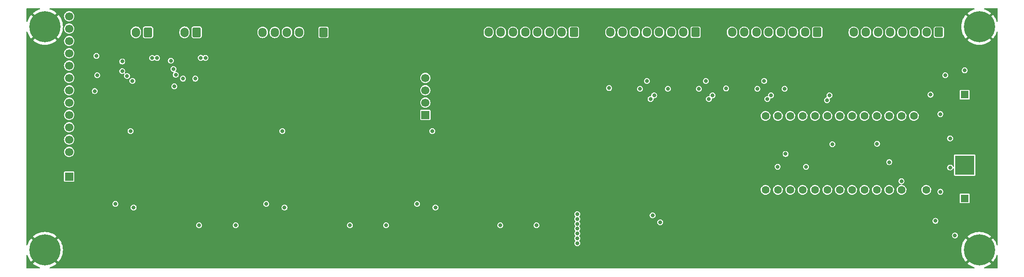
<source format=gbr>
%TF.GenerationSoftware,KiCad,Pcbnew,(6.0.0-0)*%
%TF.CreationDate,2022-02-05T17:25:55+01:00*%
%TF.ProjectId,Mega-Cube-Board,4d656761-2d43-4756-9265-2d426f617264,rev?*%
%TF.SameCoordinates,Original*%
%TF.FileFunction,Copper,L3,Inr*%
%TF.FilePolarity,Positive*%
%FSLAX46Y46*%
G04 Gerber Fmt 4.6, Leading zero omitted, Abs format (unit mm)*
G04 Created by KiCad (PCBNEW (6.0.0-0)) date 2022-02-05 17:25:55*
%MOMM*%
%LPD*%
G01*
G04 APERTURE LIST*
G04 Aperture macros list*
%AMRoundRect*
0 Rectangle with rounded corners*
0 $1 Rounding radius*
0 $2 $3 $4 $5 $6 $7 $8 $9 X,Y pos of 4 corners*
0 Add a 4 corners polygon primitive as box body*
4,1,4,$2,$3,$4,$5,$6,$7,$8,$9,$2,$3,0*
0 Add four circle primitives for the rounded corners*
1,1,$1+$1,$2,$3*
1,1,$1+$1,$4,$5*
1,1,$1+$1,$6,$7*
1,1,$1+$1,$8,$9*
0 Add four rect primitives between the rounded corners*
20,1,$1+$1,$2,$3,$4,$5,0*
20,1,$1+$1,$4,$5,$6,$7,0*
20,1,$1+$1,$6,$7,$8,$9,0*
20,1,$1+$1,$8,$9,$2,$3,0*%
G04 Aperture macros list end*
%TA.AperFunction,ComponentPad*%
%ADD10RoundRect,0.250000X0.600000X0.725000X-0.600000X0.725000X-0.600000X-0.725000X0.600000X-0.725000X0*%
%TD*%
%TA.AperFunction,ComponentPad*%
%ADD11O,1.700000X1.950000*%
%TD*%
%TA.AperFunction,ComponentPad*%
%ADD12C,0.800000*%
%TD*%
%TA.AperFunction,ComponentPad*%
%ADD13C,6.400000*%
%TD*%
%TA.AperFunction,ComponentPad*%
%ADD14R,1.600000X1.600000*%
%TD*%
%TA.AperFunction,ComponentPad*%
%ADD15C,1.600000*%
%TD*%
%TA.AperFunction,ComponentPad*%
%ADD16C,1.700000*%
%TD*%
%TA.AperFunction,ComponentPad*%
%ADD17R,1.700000X1.700000*%
%TD*%
%TA.AperFunction,ComponentPad*%
%ADD18R,4.000000X4.000000*%
%TD*%
%TA.AperFunction,ComponentPad*%
%ADD19C,4.000000*%
%TD*%
%TA.AperFunction,ComponentPad*%
%ADD20RoundRect,0.250000X0.600000X0.750000X-0.600000X0.750000X-0.600000X-0.750000X0.600000X-0.750000X0*%
%TD*%
%TA.AperFunction,ComponentPad*%
%ADD21O,1.700000X2.000000*%
%TD*%
%TA.AperFunction,ViaPad*%
%ADD22C,0.800000*%
%TD*%
G04 APERTURE END LIST*
D10*
%TO.N,00*%
%TO.C,J5*%
X-482300000Y-366140000D03*
D11*
%TO.N,01*%
X-484800000Y-366140000D03*
%TO.N,02*%
X-487300000Y-366140000D03*
%TO.N,03*%
X-489800000Y-366140000D03*
%TO.N,04*%
X-492300000Y-366140000D03*
%TO.N,05*%
X-494800000Y-366140000D03*
%TO.N,06*%
X-497300000Y-366140000D03*
%TO.N,07*%
X-499800000Y-366140000D03*
%TD*%
D10*
%TO.N,18*%
%TO.C,J8*%
X-557300000Y-366140000D03*
D11*
%TO.N,19*%
X-559800000Y-366140000D03*
%TO.N,1A*%
X-562300000Y-366140000D03*
%TO.N,1B*%
X-564800000Y-366140000D03*
%TO.N,1C*%
X-567300000Y-366140000D03*
%TO.N,1D*%
X-569800000Y-366140000D03*
%TO.N,1E*%
X-572300000Y-366140000D03*
%TO.N,1F*%
X-574800000Y-366140000D03*
%TD*%
D12*
%TO.N,GND*%
%TO.C,H4*%
X-666000000Y-367400000D03*
X-668400000Y-365000000D03*
X-664302944Y-366697056D03*
X-667697056Y-363302944D03*
D13*
X-666000000Y-365000000D03*
D12*
X-667697056Y-366697056D03*
X-664302944Y-363302944D03*
X-663600000Y-365000000D03*
X-666000000Y-362600000D03*
%TD*%
D14*
%TO.N,+5V*%
%TO.C,C7*%
X-477000000Y-400347349D03*
D15*
%TO.N,GND*%
X-477000000Y-402847349D03*
%TD*%
%TO.N,GND*%
%TO.C,Teensy4.0*%
X-484890000Y-383380000D03*
%TO.N,unconnected-(Teensy4.0-Pad2)*%
X-487430000Y-383380000D03*
%TO.N,unconnected-(Teensy4.0-Pad3)*%
X-489970000Y-383380000D03*
%TO.N,unconnected-(Teensy4.0-Pad4)*%
X-492510000Y-383380000D03*
%TO.N,unconnected-(Teensy4.0-Pad5)*%
X-495050000Y-383380000D03*
%TO.N,unconnected-(Teensy4.0-Pad6)*%
X-497590000Y-383380000D03*
%TO.N,EN1*%
X-500130000Y-383380000D03*
%TO.N,EN2*%
X-502670000Y-383380000D03*
%TO.N,EN3*%
X-505210000Y-383380000D03*
%TO.N,DIN*%
X-507750000Y-383380000D03*
%TO.N,WCK*%
X-510290000Y-383380000D03*
%TO.N,BCK*%
X-512830000Y-383380000D03*
%TO.N,unconnected-(Teensy4.0-Pad13)*%
X-515370000Y-383380000D03*
%TO.N,unconnected-(Teensy4.0-Pad14)*%
X-517910000Y-383380000D03*
%TO.N,unconnected-(Teensy4.0-Pad20)*%
X-517910000Y-398620000D03*
%TO.N,TX1*%
X-515370000Y-398620000D03*
%TO.N,RX1*%
X-512830000Y-398620000D03*
%TO.N,RX2*%
X-510290000Y-398620000D03*
%TO.N,TX2*%
X-507750000Y-398620000D03*
%TO.N,unconnected-(Teensy4.0-Pad25)*%
X-505210000Y-398620000D03*
%TO.N,unconnected-(Teensy4.0-Pad26)*%
X-502670000Y-398620000D03*
%TO.N,TX3*%
X-500130000Y-398620000D03*
%TO.N,RX3*%
X-497590000Y-398620000D03*
%TO.N,BOOT3*%
X-495050000Y-398620000D03*
%TO.N,BOOT2*%
X-492510000Y-398620000D03*
%TO.N,BOOT1*%
X-489970000Y-398620000D03*
%TO.N,GND*%
X-487430000Y-398620000D03*
%TO.N,+5V*%
X-484890000Y-398620000D03*
%TD*%
D10*
%TO.N,08*%
%TO.C,J7*%
X-507300000Y-366140000D03*
D11*
%TO.N,09*%
X-509800000Y-366140000D03*
%TO.N,0A*%
X-512300000Y-366140000D03*
%TO.N,0B*%
X-514800000Y-366140000D03*
%TO.N,0C*%
X-517300000Y-366140000D03*
%TO.N,0D*%
X-519800000Y-366140000D03*
%TO.N,0E*%
X-522300000Y-366140000D03*
%TO.N,0F*%
X-524800000Y-366140000D03*
%TD*%
D12*
%TO.N,GND*%
%TO.C,H1*%
X-475697056Y-412697056D03*
X-475697056Y-409302944D03*
D13*
X-474000000Y-411000000D03*
D12*
X-474000000Y-408600000D03*
X-471600000Y-411000000D03*
X-472302944Y-412697056D03*
X-476400000Y-411000000D03*
X-474000000Y-413400000D03*
X-472302944Y-409302944D03*
%TD*%
D16*
%TO.N,TOUCH_IRQ*%
%TO.C,U1*%
X-661000000Y-362850000D03*
%TO.N,MISO*%
X-661000000Y-365390000D03*
%TO.N,MOSI*%
X-661000000Y-367930000D03*
%TO.N,TOUCH_CS*%
X-661000000Y-370470000D03*
%TO.N,SCK*%
X-661000000Y-373010000D03*
%TO.N,MISO*%
X-661000000Y-375550000D03*
%TO.N,TFT_BL*%
X-661000000Y-378090000D03*
%TO.N,SCK*%
X-661000000Y-380630000D03*
%TO.N,MOSI*%
X-661000000Y-383170000D03*
%TO.N,TFT_DC*%
X-661000000Y-385710000D03*
%TO.N,TFT_RST*%
X-661000000Y-388250000D03*
%TO.N,TFT_CS*%
X-661000000Y-390790000D03*
%TO.N,GND*%
X-661000000Y-393330000D03*
D17*
%TO.N,+3V3*%
X-661000000Y-395870000D03*
D16*
%TO.N,SD_CS*%
X-587820000Y-375550000D03*
%TO.N,MISO*%
X-587820000Y-378090000D03*
%TO.N,MOSI*%
X-587820000Y-380630000D03*
D17*
%TO.N,SCK*%
X-587820000Y-383170000D03*
%TD*%
D12*
%TO.N,GND*%
%TO.C,H3*%
X-472302944Y-363302944D03*
X-476400000Y-365000000D03*
X-474000000Y-367400000D03*
X-472302944Y-366697056D03*
X-474000000Y-362600000D03*
X-475697056Y-366697056D03*
X-475697056Y-363302944D03*
D13*
X-474000000Y-365000000D03*
D12*
X-471600000Y-365000000D03*
%TD*%
D10*
%TO.N,+3V3*%
%TO.C,J4*%
X-608750000Y-366150000D03*
D11*
%TO.N,GND*%
X-611250000Y-366150000D03*
%TO.N,MIC_BCLK*%
X-613750000Y-366150000D03*
%TO.N,MIC_SELECT*%
X-616250000Y-366150000D03*
%TO.N,MIC_DATA*%
X-618750000Y-366150000D03*
%TO.N,MIC_LRCLK*%
X-621250000Y-366150000D03*
%TD*%
D18*
%TO.N,+5V*%
%TO.C,J1*%
X-477000000Y-393500000D03*
D19*
%TO.N,GND*%
X-477000000Y-388420000D03*
%TD*%
D20*
%TO.N,Net-(J3-Pad1)*%
%TO.C,J3*%
X-634800000Y-366150000D03*
D21*
%TO.N,Net-(J3-Pad2)*%
X-637300000Y-366150000D03*
%TD*%
D12*
%TO.N,GND*%
%TO.C,H2*%
X-666000000Y-408600000D03*
X-664302944Y-409302944D03*
X-663600000Y-411000000D03*
X-667697056Y-412697056D03*
X-668400000Y-411000000D03*
D13*
X-666000000Y-411000000D03*
D12*
X-664302944Y-412697056D03*
X-666000000Y-413400000D03*
X-667697056Y-409302944D03*
%TD*%
D10*
%TO.N,10*%
%TO.C,J6*%
X-532300000Y-366140000D03*
D11*
%TO.N,11*%
X-534800000Y-366140000D03*
%TO.N,12*%
X-537300000Y-366140000D03*
%TO.N,13*%
X-539800000Y-366140000D03*
%TO.N,14*%
X-542300000Y-366140000D03*
%TO.N,15*%
X-544800000Y-366140000D03*
%TO.N,16*%
X-547300000Y-366140000D03*
%TO.N,17*%
X-549800000Y-366140000D03*
%TD*%
D20*
%TO.N,Net-(J2-Pad1)*%
%TO.C,J2*%
X-644800000Y-366150000D03*
D21*
%TO.N,Net-(J2-Pad2)*%
X-647300000Y-366150000D03*
%TD*%
D14*
%TO.N,+5V*%
%TO.C,C5*%
X-477000000Y-379000000D03*
D15*
%TO.N,GND*%
X-477000000Y-381500000D03*
%TD*%
D22*
%TO.N,PWR_BOOT*%
X-541128694Y-403880065D03*
X-539553694Y-405280065D03*
%TO.N,+3V3*%
X-572400000Y-405900000D03*
X-556600000Y-408600000D03*
X-556600000Y-409600000D03*
X-633000000Y-371400000D03*
X-556600000Y-403600000D03*
X-556600000Y-404600000D03*
X-556600000Y-407600000D03*
X-626800000Y-405900000D03*
X-556600000Y-405600000D03*
X-642950000Y-371450000D03*
X-643950000Y-371450000D03*
X-603300000Y-405900000D03*
X-633950000Y-371400000D03*
X-565000000Y-405900000D03*
X-634300000Y-405900000D03*
X-595900000Y-405900000D03*
X-556600000Y-406600000D03*
%TO.N,GND*%
X-609000000Y-399800000D03*
X-531400000Y-370200000D03*
X-477000000Y-385000000D03*
X-522500000Y-408500000D03*
X-487500000Y-393500000D03*
X-640000000Y-406000000D03*
X-539600000Y-398000000D03*
X-630000000Y-382000000D03*
X-547600000Y-386800000D03*
X-497800000Y-370200000D03*
X-527500000Y-393500000D03*
X-542500000Y-383500000D03*
X-487500000Y-403500000D03*
X-577500000Y-373500000D03*
X-578000000Y-399600000D03*
X-627750000Y-404250000D03*
X-658200000Y-387400000D03*
X-607000000Y-382000000D03*
X-667200000Y-388200000D03*
X-572500000Y-383500000D03*
X-543000000Y-413500000D03*
X-537500000Y-383500000D03*
X-481600000Y-401600000D03*
X-509200000Y-370200000D03*
X-480400000Y-383400000D03*
X-573250000Y-391500000D03*
X-617500000Y-373500000D03*
X-636300000Y-375800000D03*
X-515250000Y-376250000D03*
X-517500000Y-408500000D03*
X-582500000Y-363500000D03*
X-477000000Y-397000000D03*
X-502800000Y-395400000D03*
X-473600000Y-404800000D03*
X-642800000Y-387000000D03*
X-527600000Y-386800000D03*
X-483000000Y-385400000D03*
X-472800000Y-385400000D03*
X-526200000Y-370200000D03*
X-612500000Y-378500000D03*
X-644750000Y-377900000D03*
X-595000000Y-398500000D03*
X-483000000Y-391000000D03*
X-532500000Y-393500000D03*
X-613000000Y-386400000D03*
X-585000000Y-393500000D03*
X-527500000Y-398500000D03*
X-667500000Y-383500000D03*
X-502500000Y-413500000D03*
X-562500000Y-383500000D03*
X-610500000Y-398000000D03*
X-507500000Y-413500000D03*
X-595000000Y-393500000D03*
X-658200000Y-379400000D03*
X-532500000Y-405000000D03*
X-582500000Y-383500000D03*
X-603250000Y-407250000D03*
X-640850000Y-373150000D03*
X-542500000Y-393500000D03*
X-562500000Y-378500000D03*
X-483000000Y-394000000D03*
X-496800000Y-385200000D03*
X-532500000Y-413500000D03*
X-657500000Y-363500000D03*
X-667500000Y-406000000D03*
X-472800000Y-391000000D03*
X-643928691Y-374300000D03*
X-667500000Y-373500000D03*
X-587500000Y-368500000D03*
X-638000000Y-401500000D03*
X-649500000Y-373250000D03*
X-496600000Y-394400000D03*
X-590000000Y-398500000D03*
X-635050000Y-377250000D03*
X-503600000Y-370200000D03*
X-557500000Y-411000000D03*
X-562500000Y-398500000D03*
X-576000000Y-398000000D03*
X-497500000Y-408500000D03*
X-533500000Y-404000000D03*
X-522500000Y-403500000D03*
X-610500000Y-401500000D03*
X-562500000Y-413500000D03*
X-646550000Y-375900000D03*
X-577500000Y-383500000D03*
X-532500000Y-383500000D03*
X-610000000Y-406000000D03*
X-572500000Y-378500000D03*
X-582500000Y-378500000D03*
X-587500000Y-373500000D03*
X-487500000Y-388500000D03*
X-634250000Y-407250000D03*
X-497500000Y-381000000D03*
X-512500000Y-413500000D03*
X-567400000Y-386800000D03*
X-604250000Y-391500000D03*
X-582500000Y-368500000D03*
X-557500000Y-383500000D03*
X-653400000Y-385200000D03*
X-607000000Y-386400000D03*
X-550500000Y-413500000D03*
X-622500000Y-393500000D03*
X-607500000Y-378500000D03*
X-481600000Y-380000000D03*
X-652500000Y-368500000D03*
X-615000000Y-393500000D03*
X-540500000Y-412000000D03*
X-622500000Y-398500000D03*
X-644000000Y-381600000D03*
X-597500000Y-378500000D03*
X-595750000Y-407500000D03*
X-540500000Y-413500000D03*
X-613000000Y-382000000D03*
X-497500000Y-403500000D03*
X-579500000Y-401500000D03*
X-602500000Y-378500000D03*
X-507500000Y-389023522D03*
X-622600000Y-382200000D03*
X-555500000Y-411500000D03*
X-553000000Y-413500000D03*
X-652500000Y-363500000D03*
X-552500000Y-383500000D03*
X-667500000Y-401000000D03*
X-592500000Y-368500000D03*
X-472800000Y-388000000D03*
X-557400000Y-374600000D03*
X-492500000Y-388500000D03*
X-517500000Y-403500000D03*
X-522500000Y-393500000D03*
X-630000000Y-378500000D03*
X-483000000Y-388000000D03*
X-567500000Y-383500000D03*
X-617000000Y-382000000D03*
X-537000000Y-404000000D03*
X-626750000Y-407500000D03*
X-487500000Y-408500000D03*
X-545500000Y-413500000D03*
X-542600000Y-386800000D03*
X-534500000Y-404000000D03*
X-667500000Y-393500000D03*
X-543000000Y-412000000D03*
X-658200000Y-374400000D03*
X-512500000Y-403500000D03*
X-592600000Y-386400000D03*
X-557500000Y-378500000D03*
X-577500000Y-396000000D03*
X-557500000Y-393500000D03*
X-572250000Y-407250000D03*
X-627500000Y-373500000D03*
X-562500000Y-393500000D03*
X-521050000Y-377750000D03*
X-527500000Y-413500000D03*
X-538000000Y-404000000D03*
X-552600000Y-386800000D03*
X-482500000Y-408500000D03*
X-607500000Y-373500000D03*
X-582400000Y-386800000D03*
X-473600000Y-383400000D03*
X-640450000Y-369850000D03*
X-602500000Y-368500000D03*
X-545000000Y-377730000D03*
X-600000000Y-382000000D03*
X-522500000Y-413500000D03*
X-630200000Y-386200000D03*
X-585750000Y-407250000D03*
X-507500000Y-408500000D03*
X-482500000Y-413500000D03*
X-547500000Y-383500000D03*
X-557600000Y-386800000D03*
X-572500000Y-373500000D03*
X-492500000Y-408500000D03*
X-492500000Y-376000000D03*
X-667500000Y-378500000D03*
X-638000000Y-398000000D03*
X-648350000Y-369800000D03*
X-510170000Y-377730000D03*
X-477000000Y-406400000D03*
X-627500000Y-363500000D03*
X-633900000Y-374200000D03*
X-565750000Y-404250000D03*
X-592500000Y-373500000D03*
X-658000000Y-367200000D03*
X-531400000Y-406400000D03*
X-527500000Y-403500000D03*
X-562500000Y-411000000D03*
X-497500000Y-413500000D03*
X-547500000Y-398500000D03*
X-607500000Y-396000000D03*
X-577600000Y-386800000D03*
X-662500000Y-401000000D03*
X-492500000Y-403500000D03*
X-640000000Y-396000000D03*
X-552500000Y-393500000D03*
X-555500000Y-413500000D03*
X-640000000Y-399800000D03*
X-579500000Y-398000000D03*
X-602500000Y-373500000D03*
X-539250000Y-376250000D03*
X-616750000Y-407250000D03*
X-532600000Y-386800000D03*
X-562600000Y-386800000D03*
X-492500000Y-413500000D03*
X-480000000Y-370200000D03*
X-473800000Y-376800000D03*
X-487500000Y-376000000D03*
X-517500000Y-413500000D03*
X-642000000Y-401500000D03*
X-487500000Y-381000000D03*
X-480200000Y-376800000D03*
X-620250000Y-407250000D03*
X-551250000Y-376250000D03*
X-502500000Y-403500000D03*
X-647750000Y-407250000D03*
X-522500000Y-383500000D03*
X-504600000Y-391600000D03*
X-557500000Y-398500000D03*
X-622500000Y-378500000D03*
X-655200000Y-399400000D03*
X-527500000Y-383500000D03*
X-565000000Y-407500000D03*
X-503250000Y-376250000D03*
X-533030000Y-377740000D03*
X-500200000Y-388600000D03*
X-617500000Y-378500000D03*
X-507600000Y-391600000D03*
X-600000000Y-386400000D03*
X-633000000Y-374200000D03*
X-497500000Y-376000000D03*
X-522500000Y-398500000D03*
X-512500000Y-408500000D03*
X-472800000Y-394000000D03*
X-662500000Y-406000000D03*
X-627500000Y-398500000D03*
X-650000000Y-370000000D03*
X-473000000Y-396400000D03*
X-594000000Y-382000000D03*
X-576000000Y-401500000D03*
X-592500000Y-363500000D03*
X-577500000Y-378500000D03*
X-483000000Y-396400000D03*
X-645000000Y-393500000D03*
X-472400000Y-380200000D03*
X-545500000Y-409500000D03*
X-507500000Y-403500000D03*
X-627500000Y-368500000D03*
X-597500000Y-363500000D03*
X-472400000Y-401600000D03*
X-590000000Y-393500000D03*
X-480400000Y-398400000D03*
X-589250000Y-407250000D03*
X-480200000Y-405000000D03*
X-597500000Y-368500000D03*
X-548000000Y-413500000D03*
X-597500000Y-373500000D03*
X-657800000Y-370400000D03*
X-642902859Y-374300000D03*
X-638550000Y-369850000D03*
X-539600000Y-396800000D03*
X-607000000Y-401500000D03*
X-502500000Y-408500000D03*
X-477000000Y-375600000D03*
X-547500000Y-393500000D03*
X-582500000Y-373500000D03*
X-539600000Y-399200000D03*
X-635250000Y-391500000D03*
X-642000000Y-398000000D03*
X-473400000Y-398600000D03*
X-487500000Y-413500000D03*
X-602500000Y-363500000D03*
X-536000000Y-404000000D03*
X-527500000Y-408500000D03*
X-577500000Y-406000000D03*
X-587500000Y-363500000D03*
X-527250000Y-376250000D03*
X-545500000Y-411500000D03*
X-567500000Y-378500000D03*
X-572600000Y-386800000D03*
X-633400000Y-375750000D03*
X-657500000Y-406000000D03*
X-612500000Y-373500000D03*
X-539000000Y-404000000D03*
X-557500000Y-413500000D03*
X-492500000Y-381000000D03*
X-492600000Y-385200000D03*
X-537600000Y-386800000D03*
X-607000000Y-398000000D03*
X-596750000Y-404250000D03*
X-537500000Y-393500000D03*
X-522600000Y-386800000D03*
X-592500000Y-378500000D03*
%TO.N,+5V*%
X-541550000Y-379890000D03*
X-482000000Y-399000000D03*
X-526050000Y-377724980D03*
X-550050000Y-377640000D03*
X-482000000Y-383000000D03*
X-480000000Y-394000000D03*
X-513990000Y-377790000D03*
X-517550000Y-379890000D03*
X-528800000Y-379140000D03*
X-477000000Y-374000000D03*
X-529550000Y-379890000D03*
X-505300000Y-380140000D03*
X-479000000Y-408000000D03*
X-540800000Y-379140000D03*
X-480000000Y-388000000D03*
X-484000000Y-379000000D03*
X-516800000Y-379140000D03*
X-538000000Y-377800000D03*
X-504800000Y-379140000D03*
X-483000000Y-405000000D03*
X-481000000Y-375000000D03*
%TO.N,MOSI*%
X-655250000Y-375000000D03*
%TO.N,MISO*%
X-655400000Y-371000000D03*
%TO.N,SCK*%
X-655755000Y-378255000D03*
%TO.N,Net-(R14-Pad2)*%
X-635100000Y-375700000D03*
X-639400000Y-377300000D03*
%TO.N,Net-(R15-Pad1)*%
X-519600000Y-377800000D03*
X-518200000Y-376200000D03*
%TO.N,Net-(R23-Pad1)*%
X-531600000Y-377800000D03*
X-530200000Y-376200000D03*
%TO.N,Net-(R31-Pad1)*%
X-542300000Y-376200000D03*
X-543700000Y-377800000D03*
%TO.N,ESP3_RX*%
X-504200000Y-389200000D03*
X-647750000Y-402250000D03*
%TO.N,ESP1_RX*%
X-585750000Y-402250000D03*
X-515437299Y-393837299D03*
%TO.N,ESP2_RX*%
X-616750000Y-402250000D03*
X-509600000Y-393850000D03*
%TO.N,RX3*%
X-651500000Y-401500000D03*
%TO.N,BOOT3*%
X-495000000Y-389100000D03*
X-648400000Y-386500000D03*
%TO.N,RX1*%
X-589500000Y-401500000D03*
%TO.N,BOOT1*%
X-490000000Y-396800000D03*
X-586400000Y-386500000D03*
%TO.N,RX2*%
X-513800000Y-391200000D03*
X-620500000Y-401500000D03*
%TO.N,BOOT2*%
X-492500000Y-392900000D03*
X-617200000Y-386500000D03*
%TO.N,AUDIO_LRCLK*%
X-640108310Y-371991194D03*
X-650100000Y-372150000D03*
%TO.N,AUDIO_BCLK*%
X-650100000Y-374150000D03*
X-639579478Y-373701341D03*
%TO.N,AUDIO_DIN*%
X-639100000Y-374900000D03*
X-649100000Y-375150000D03*
%TO.N,AUDIO_GAIN*%
X-637600000Y-375700000D03*
X-648000000Y-376150000D03*
%TD*%
%TA.AperFunction,Conductor*%
%TO.N,GND*%
G36*
X-667033764Y-361220002D02*
G01*
X-666987271Y-361273658D01*
X-666977167Y-361343932D01*
X-667006661Y-361408512D01*
X-667069274Y-361447707D01*
X-667144216Y-361467788D01*
X-667150498Y-361469829D01*
X-667507164Y-361606740D01*
X-667513189Y-361609422D01*
X-667853603Y-361782872D01*
X-667859313Y-361786169D01*
X-668179735Y-361994253D01*
X-668185061Y-361998123D01*
X-668423835Y-362191478D01*
X-668432300Y-362203733D01*
X-668425966Y-362214824D01*
X-666012812Y-364627978D01*
X-665998868Y-364635592D01*
X-665997035Y-364635461D01*
X-665990420Y-364631210D01*
X-663574900Y-362215690D01*
X-663567759Y-362202614D01*
X-663575216Y-362192247D01*
X-663814935Y-361998126D01*
X-663820272Y-361994249D01*
X-664140685Y-361786170D01*
X-664146394Y-361782873D01*
X-664486811Y-361609422D01*
X-664492836Y-361606740D01*
X-664849502Y-361469829D01*
X-664855784Y-361467788D01*
X-664930726Y-361447707D01*
X-664991349Y-361410755D01*
X-665022370Y-361346894D01*
X-665013942Y-361276400D01*
X-664968739Y-361221653D01*
X-664898115Y-361200000D01*
X-475101885Y-361200000D01*
X-475033764Y-361220002D01*
X-474987271Y-361273658D01*
X-474977167Y-361343932D01*
X-475006661Y-361408512D01*
X-475069274Y-361447707D01*
X-475144216Y-361467788D01*
X-475150498Y-361469829D01*
X-475507164Y-361606740D01*
X-475513189Y-361609422D01*
X-475853603Y-361782872D01*
X-475859313Y-361786169D01*
X-476179735Y-361994253D01*
X-476185061Y-361998123D01*
X-476423835Y-362191478D01*
X-476432300Y-362203733D01*
X-476425966Y-362214824D01*
X-474012812Y-364627978D01*
X-473998868Y-364635592D01*
X-473997035Y-364635461D01*
X-473990420Y-364631210D01*
X-471574900Y-362215690D01*
X-471567759Y-362202614D01*
X-471575216Y-362192247D01*
X-471814935Y-361998126D01*
X-471820272Y-361994249D01*
X-472140685Y-361786170D01*
X-472146394Y-361782873D01*
X-472486811Y-361609422D01*
X-472492836Y-361606740D01*
X-472849502Y-361469829D01*
X-472855784Y-361467788D01*
X-472930726Y-361447707D01*
X-472991349Y-361410755D01*
X-473022370Y-361346894D01*
X-473013942Y-361276400D01*
X-472968739Y-361221653D01*
X-472898115Y-361200000D01*
X-470326000Y-361200000D01*
X-470257879Y-361220002D01*
X-470211386Y-361273658D01*
X-470200000Y-361326000D01*
X-470200000Y-363898115D01*
X-470220002Y-363966236D01*
X-470273658Y-364012729D01*
X-470343932Y-364022833D01*
X-470408512Y-363993339D01*
X-470447707Y-363930726D01*
X-470467788Y-363855784D01*
X-470469829Y-363849502D01*
X-470606740Y-363492836D01*
X-470609422Y-363486811D01*
X-470782872Y-363146397D01*
X-470786169Y-363140687D01*
X-470994253Y-362820265D01*
X-470998123Y-362814939D01*
X-471191478Y-362576165D01*
X-471203733Y-362567700D01*
X-471214824Y-362574034D01*
X-473627978Y-364987188D01*
X-473635592Y-365001132D01*
X-473635461Y-365002965D01*
X-473631210Y-365009580D01*
X-471215690Y-367425100D01*
X-471202614Y-367432241D01*
X-471192247Y-367424784D01*
X-470998123Y-367185061D01*
X-470994253Y-367179735D01*
X-470786169Y-366859313D01*
X-470782872Y-366853603D01*
X-470609422Y-366513189D01*
X-470606740Y-366507164D01*
X-470469829Y-366150498D01*
X-470467788Y-366144216D01*
X-470447707Y-366069274D01*
X-470410755Y-366008651D01*
X-470346894Y-365977630D01*
X-470276400Y-365986058D01*
X-470221653Y-366031261D01*
X-470200000Y-366101885D01*
X-470200000Y-409898115D01*
X-470220002Y-409966236D01*
X-470273658Y-410012729D01*
X-470343932Y-410022833D01*
X-470408512Y-409993339D01*
X-470447707Y-409930726D01*
X-470467788Y-409855784D01*
X-470469829Y-409849502D01*
X-470606740Y-409492836D01*
X-470609422Y-409486811D01*
X-470782872Y-409146397D01*
X-470786169Y-409140687D01*
X-470994253Y-408820265D01*
X-470998123Y-408814939D01*
X-471191478Y-408576165D01*
X-471203733Y-408567700D01*
X-471214824Y-408574034D01*
X-473627978Y-410987188D01*
X-473635592Y-411001132D01*
X-473635461Y-411002965D01*
X-473631210Y-411009580D01*
X-471215690Y-413425100D01*
X-471202614Y-413432241D01*
X-471192247Y-413424784D01*
X-470998123Y-413185061D01*
X-470994253Y-413179735D01*
X-470786169Y-412859313D01*
X-470782872Y-412853603D01*
X-470609422Y-412513189D01*
X-470606740Y-412507164D01*
X-470469829Y-412150498D01*
X-470467788Y-412144216D01*
X-470447707Y-412069274D01*
X-470410755Y-412008651D01*
X-470346894Y-411977630D01*
X-470276400Y-411986058D01*
X-470221653Y-412031261D01*
X-470200000Y-412101885D01*
X-470200000Y-414674000D01*
X-470220002Y-414742121D01*
X-470273658Y-414788614D01*
X-470326000Y-414800000D01*
X-472898115Y-414800000D01*
X-472966236Y-414779998D01*
X-473012729Y-414726342D01*
X-473022833Y-414656068D01*
X-472993339Y-414591488D01*
X-472930726Y-414552293D01*
X-472855784Y-414532212D01*
X-472849502Y-414530171D01*
X-472492836Y-414393260D01*
X-472486811Y-414390578D01*
X-472146394Y-414217127D01*
X-472140685Y-414213830D01*
X-471820272Y-414005751D01*
X-471814935Y-414001874D01*
X-471576165Y-413808522D01*
X-471567700Y-413796267D01*
X-471574034Y-413785176D01*
X-473987188Y-411372022D01*
X-474001132Y-411364408D01*
X-474002965Y-411364539D01*
X-474009580Y-411368790D01*
X-476425100Y-413784310D01*
X-476432241Y-413797386D01*
X-476424784Y-413807753D01*
X-476185065Y-414001874D01*
X-476179728Y-414005751D01*
X-475859315Y-414213830D01*
X-475853606Y-414217127D01*
X-475513189Y-414390578D01*
X-475507164Y-414393260D01*
X-475150498Y-414530171D01*
X-475144216Y-414532212D01*
X-475069274Y-414552293D01*
X-475008651Y-414589245D01*
X-474977630Y-414653106D01*
X-474986058Y-414723600D01*
X-475031261Y-414778347D01*
X-475101885Y-414800000D01*
X-664898115Y-414800000D01*
X-664966236Y-414779998D01*
X-665012729Y-414726342D01*
X-665022833Y-414656068D01*
X-664993339Y-414591488D01*
X-664930726Y-414552293D01*
X-664855784Y-414532212D01*
X-664849502Y-414530171D01*
X-664492836Y-414393260D01*
X-664486811Y-414390578D01*
X-664146394Y-414217127D01*
X-664140685Y-414213830D01*
X-663820272Y-414005751D01*
X-663814935Y-414001874D01*
X-663576165Y-413808522D01*
X-663567700Y-413796267D01*
X-663574034Y-413785176D01*
X-665987188Y-411372022D01*
X-666001132Y-411364408D01*
X-666002965Y-411364539D01*
X-666009580Y-411368790D01*
X-668425100Y-413784310D01*
X-668432241Y-413797386D01*
X-668424784Y-413807753D01*
X-668185065Y-414001874D01*
X-668179728Y-414005751D01*
X-667859315Y-414213830D01*
X-667853606Y-414217127D01*
X-667513189Y-414390578D01*
X-667507164Y-414393260D01*
X-667150498Y-414530171D01*
X-667144216Y-414532212D01*
X-667069274Y-414552293D01*
X-667008651Y-414589245D01*
X-666977630Y-414653106D01*
X-666986058Y-414723600D01*
X-667031261Y-414778347D01*
X-667101885Y-414800000D01*
X-669674000Y-414800000D01*
X-669742121Y-414779998D01*
X-669788614Y-414726342D01*
X-669800000Y-414674000D01*
X-669800000Y-412101885D01*
X-669779998Y-412033764D01*
X-669726342Y-411987271D01*
X-669656068Y-411977167D01*
X-669591488Y-412006661D01*
X-669552293Y-412069274D01*
X-669532212Y-412144216D01*
X-669530171Y-412150498D01*
X-669393260Y-412507164D01*
X-669390578Y-412513189D01*
X-669217128Y-412853603D01*
X-669213831Y-412859313D01*
X-669005747Y-413179735D01*
X-669001877Y-413185061D01*
X-668808522Y-413423835D01*
X-668796267Y-413432300D01*
X-668785176Y-413425966D01*
X-666372022Y-411012812D01*
X-666365644Y-411001132D01*
X-665635592Y-411001132D01*
X-665635461Y-411002965D01*
X-665631210Y-411009580D01*
X-663215690Y-413425100D01*
X-663202614Y-413432241D01*
X-663192247Y-413424784D01*
X-662998123Y-413185061D01*
X-662994253Y-413179735D01*
X-662786169Y-412859313D01*
X-662782872Y-412853603D01*
X-662609422Y-412513189D01*
X-662606740Y-412507164D01*
X-662469829Y-412150498D01*
X-662467788Y-412144216D01*
X-662368906Y-411775184D01*
X-662367535Y-411768734D01*
X-662307766Y-411391371D01*
X-662307080Y-411384833D01*
X-662287084Y-411003301D01*
X-477712916Y-411003301D01*
X-477692920Y-411384833D01*
X-477692234Y-411391371D01*
X-477632465Y-411768734D01*
X-477631094Y-411775184D01*
X-477532212Y-412144216D01*
X-477530171Y-412150498D01*
X-477393260Y-412507164D01*
X-477390578Y-412513189D01*
X-477217128Y-412853603D01*
X-477213831Y-412859313D01*
X-477005747Y-413179735D01*
X-477001877Y-413185061D01*
X-476808522Y-413423835D01*
X-476796267Y-413432300D01*
X-476785176Y-413425966D01*
X-474372022Y-411012812D01*
X-474364408Y-410998868D01*
X-474364539Y-410997035D01*
X-474368790Y-410990420D01*
X-476784310Y-408574900D01*
X-476797386Y-408567759D01*
X-476807753Y-408575216D01*
X-477001877Y-408814939D01*
X-477005747Y-408820265D01*
X-477213831Y-409140687D01*
X-477217128Y-409146397D01*
X-477390578Y-409486811D01*
X-477393260Y-409492836D01*
X-477530171Y-409849502D01*
X-477532212Y-409855784D01*
X-477631094Y-410224816D01*
X-477632465Y-410231266D01*
X-477692234Y-410608629D01*
X-477692920Y-410615167D01*
X-477712916Y-410996699D01*
X-477712916Y-411003301D01*
X-662287084Y-411003301D01*
X-662287084Y-410996699D01*
X-662307080Y-410615167D01*
X-662307766Y-410608629D01*
X-662367535Y-410231266D01*
X-662368906Y-410224816D01*
X-662467788Y-409855784D01*
X-662469829Y-409849502D01*
X-662565604Y-409600000D01*
X-557205682Y-409600000D01*
X-557185044Y-409756762D01*
X-557124536Y-409902841D01*
X-557119509Y-409909392D01*
X-557039285Y-410013942D01*
X-557028282Y-410028282D01*
X-556902841Y-410124536D01*
X-556756762Y-410185044D01*
X-556600000Y-410205682D01*
X-556591812Y-410204604D01*
X-556451426Y-410186122D01*
X-556443238Y-410185044D01*
X-556297159Y-410124536D01*
X-556171718Y-410028282D01*
X-556160714Y-410013942D01*
X-556080491Y-409909392D01*
X-556075464Y-409902841D01*
X-556014956Y-409756762D01*
X-555994318Y-409600000D01*
X-556014956Y-409443238D01*
X-556075464Y-409297159D01*
X-556167892Y-409176704D01*
X-556193492Y-409110483D01*
X-556179227Y-409040935D01*
X-556167892Y-409023296D01*
X-556080491Y-408909392D01*
X-556075464Y-408902841D01*
X-556014956Y-408756762D01*
X-555994318Y-408600000D01*
X-556014956Y-408443238D01*
X-556075464Y-408297159D01*
X-556167892Y-408176704D01*
X-556193492Y-408110483D01*
X-556179227Y-408040935D01*
X-556167892Y-408023296D01*
X-556150016Y-408000000D01*
X-479605682Y-408000000D01*
X-479585044Y-408156762D01*
X-479524536Y-408302841D01*
X-479428282Y-408428282D01*
X-479302841Y-408524536D01*
X-479156762Y-408585044D01*
X-479000000Y-408605682D01*
X-478991812Y-408604604D01*
X-478851426Y-408586122D01*
X-478843238Y-408585044D01*
X-478697159Y-408524536D01*
X-478571718Y-408428282D01*
X-478475464Y-408302841D01*
X-478434412Y-408203733D01*
X-476432300Y-408203733D01*
X-476425966Y-408214824D01*
X-474012812Y-410627978D01*
X-473998868Y-410635592D01*
X-473997035Y-410635461D01*
X-473990420Y-410631210D01*
X-471574900Y-408215690D01*
X-471567759Y-408202614D01*
X-471575216Y-408192247D01*
X-471814935Y-407998126D01*
X-471820272Y-407994249D01*
X-472140685Y-407786170D01*
X-472146394Y-407782873D01*
X-472486811Y-407609422D01*
X-472492836Y-407606740D01*
X-472849502Y-407469829D01*
X-472855784Y-407467788D01*
X-473224816Y-407368906D01*
X-473231266Y-407367535D01*
X-473608629Y-407307766D01*
X-473615167Y-407307080D01*
X-473996699Y-407287084D01*
X-474003301Y-407287084D01*
X-474384833Y-407307080D01*
X-474391371Y-407307766D01*
X-474768734Y-407367535D01*
X-474775184Y-407368906D01*
X-475144216Y-407467788D01*
X-475150498Y-407469829D01*
X-475507164Y-407606740D01*
X-475513189Y-407609422D01*
X-475853603Y-407782872D01*
X-475859313Y-407786169D01*
X-476179735Y-407994253D01*
X-476185061Y-407998123D01*
X-476423835Y-408191478D01*
X-476432300Y-408203733D01*
X-478434412Y-408203733D01*
X-478414956Y-408156762D01*
X-478394318Y-408000000D01*
X-478414956Y-407843238D01*
X-478475464Y-407697159D01*
X-478544845Y-407606740D01*
X-478566695Y-407578264D01*
X-478571718Y-407571718D01*
X-478697159Y-407475464D01*
X-478843238Y-407414956D01*
X-479000000Y-407394318D01*
X-479156762Y-407414956D01*
X-479302841Y-407475464D01*
X-479428282Y-407571718D01*
X-479433305Y-407578264D01*
X-479455155Y-407606740D01*
X-479524536Y-407697159D01*
X-479585044Y-407843238D01*
X-479605682Y-408000000D01*
X-556150016Y-408000000D01*
X-556080491Y-407909392D01*
X-556075464Y-407902841D01*
X-556014956Y-407756762D01*
X-555994318Y-407600000D01*
X-556014956Y-407443238D01*
X-556075464Y-407297159D01*
X-556167892Y-407176704D01*
X-556193492Y-407110483D01*
X-556179227Y-407040935D01*
X-556167892Y-407023296D01*
X-556080491Y-406909392D01*
X-556075464Y-406902841D01*
X-556014956Y-406756762D01*
X-555994318Y-406600000D01*
X-556014956Y-406443238D01*
X-556075464Y-406297159D01*
X-556167892Y-406176704D01*
X-556193492Y-406110483D01*
X-556179227Y-406040935D01*
X-556167892Y-406023296D01*
X-556080491Y-405909392D01*
X-556075464Y-405902841D01*
X-556014956Y-405756762D01*
X-555994318Y-405600000D01*
X-556014956Y-405443238D01*
X-556075464Y-405297159D01*
X-556088581Y-405280065D01*
X-540159376Y-405280065D01*
X-540138738Y-405436827D01*
X-540078230Y-405582906D01*
X-539981976Y-405708347D01*
X-539856535Y-405804601D01*
X-539710456Y-405865109D01*
X-539553694Y-405885747D01*
X-539545506Y-405884669D01*
X-539405120Y-405866187D01*
X-539396932Y-405865109D01*
X-539250853Y-405804601D01*
X-539125412Y-405708347D01*
X-539029158Y-405582906D01*
X-538968650Y-405436827D01*
X-538948012Y-405280065D01*
X-538968650Y-405123303D01*
X-539019724Y-405000000D01*
X-483605682Y-405000000D01*
X-483585044Y-405156762D01*
X-483524536Y-405302841D01*
X-483428282Y-405428282D01*
X-483302841Y-405524536D01*
X-483156762Y-405585044D01*
X-483000000Y-405605682D01*
X-482991812Y-405604604D01*
X-482851426Y-405586122D01*
X-482843238Y-405585044D01*
X-482697159Y-405524536D01*
X-482571718Y-405428282D01*
X-482475464Y-405302841D01*
X-482414956Y-405156762D01*
X-482394318Y-405000000D01*
X-482414956Y-404843238D01*
X-482475464Y-404697159D01*
X-482543941Y-404607918D01*
X-482566695Y-404578264D01*
X-482571718Y-404571718D01*
X-482697159Y-404475464D01*
X-482843238Y-404414956D01*
X-483000000Y-404394318D01*
X-483156762Y-404414956D01*
X-483302841Y-404475464D01*
X-483428282Y-404571718D01*
X-483433305Y-404578264D01*
X-483456059Y-404607918D01*
X-483524536Y-404697159D01*
X-483585044Y-404843238D01*
X-483605682Y-405000000D01*
X-539019724Y-405000000D01*
X-539029158Y-404977224D01*
X-539125412Y-404851783D01*
X-539250853Y-404755529D01*
X-539396932Y-404695021D01*
X-539553694Y-404674383D01*
X-539710456Y-404695021D01*
X-539856535Y-404755529D01*
X-539981976Y-404851783D01*
X-540078230Y-404977224D01*
X-540138738Y-405123303D01*
X-540159376Y-405280065D01*
X-556088581Y-405280065D01*
X-556167892Y-405176704D01*
X-556193492Y-405110483D01*
X-556179227Y-405040935D01*
X-556167892Y-405023296D01*
X-556080491Y-404909392D01*
X-556075464Y-404902841D01*
X-556014956Y-404756762D01*
X-555994318Y-404600000D01*
X-556014956Y-404443238D01*
X-556075464Y-404297159D01*
X-556167892Y-404176704D01*
X-556193492Y-404110483D01*
X-556179227Y-404040935D01*
X-556167892Y-404023296D01*
X-556080491Y-403909392D01*
X-556075464Y-403902841D01*
X-556066030Y-403880065D01*
X-541734376Y-403880065D01*
X-541713738Y-404036827D01*
X-541653230Y-404182906D01*
X-541556976Y-404308347D01*
X-541431535Y-404404601D01*
X-541285456Y-404465109D01*
X-541128694Y-404485747D01*
X-541120506Y-404484669D01*
X-540980120Y-404466187D01*
X-540971932Y-404465109D01*
X-540825853Y-404404601D01*
X-540700412Y-404308347D01*
X-540604158Y-404182906D01*
X-540543650Y-404036827D01*
X-540523012Y-403880065D01*
X-540543650Y-403723303D01*
X-540604158Y-403577224D01*
X-540700412Y-403451783D01*
X-540825853Y-403355529D01*
X-540971932Y-403295021D01*
X-541128694Y-403274383D01*
X-541285456Y-403295021D01*
X-541431535Y-403355529D01*
X-541556976Y-403451783D01*
X-541653230Y-403577224D01*
X-541713738Y-403723303D01*
X-541734376Y-403880065D01*
X-556066030Y-403880065D01*
X-556014956Y-403756762D01*
X-555994318Y-403600000D01*
X-556014956Y-403443238D01*
X-556075464Y-403297159D01*
X-556171718Y-403171718D01*
X-556297159Y-403075464D01*
X-556443238Y-403014956D01*
X-556600000Y-402994318D01*
X-556756762Y-403014956D01*
X-556902841Y-403075464D01*
X-557028282Y-403171718D01*
X-557124536Y-403297159D01*
X-557185044Y-403443238D01*
X-557205682Y-403600000D01*
X-557185044Y-403756762D01*
X-557124536Y-403902841D01*
X-557119509Y-403909392D01*
X-557032108Y-404023296D01*
X-557006508Y-404089517D01*
X-557020773Y-404159065D01*
X-557032108Y-404176704D01*
X-557124536Y-404297159D01*
X-557185044Y-404443238D01*
X-557205682Y-404600000D01*
X-557185044Y-404756762D01*
X-557124536Y-404902841D01*
X-557119509Y-404909392D01*
X-557032108Y-405023296D01*
X-557006508Y-405089517D01*
X-557020773Y-405159065D01*
X-557032108Y-405176704D01*
X-557124536Y-405297159D01*
X-557185044Y-405443238D01*
X-557205682Y-405600000D01*
X-557185044Y-405756762D01*
X-557124536Y-405902841D01*
X-557119509Y-405909392D01*
X-557032108Y-406023296D01*
X-557006508Y-406089517D01*
X-557020773Y-406159065D01*
X-557032108Y-406176704D01*
X-557124536Y-406297159D01*
X-557185044Y-406443238D01*
X-557205682Y-406600000D01*
X-557185044Y-406756762D01*
X-557124536Y-406902841D01*
X-557119509Y-406909392D01*
X-557032108Y-407023296D01*
X-557006508Y-407089517D01*
X-557020773Y-407159065D01*
X-557032108Y-407176704D01*
X-557124536Y-407297159D01*
X-557185044Y-407443238D01*
X-557205682Y-407600000D01*
X-557185044Y-407756762D01*
X-557124536Y-407902841D01*
X-557119509Y-407909392D01*
X-557032108Y-408023296D01*
X-557006508Y-408089517D01*
X-557020773Y-408159065D01*
X-557032108Y-408176704D01*
X-557124536Y-408297159D01*
X-557185044Y-408443238D01*
X-557205682Y-408600000D01*
X-557185044Y-408756762D01*
X-557124536Y-408902841D01*
X-557119509Y-408909392D01*
X-557032108Y-409023296D01*
X-557006508Y-409089517D01*
X-557020773Y-409159065D01*
X-557032108Y-409176704D01*
X-557124536Y-409297159D01*
X-557185044Y-409443238D01*
X-557205682Y-409600000D01*
X-662565604Y-409600000D01*
X-662606740Y-409492836D01*
X-662609422Y-409486811D01*
X-662782872Y-409146397D01*
X-662786169Y-409140687D01*
X-662994253Y-408820265D01*
X-662998123Y-408814939D01*
X-663191478Y-408576165D01*
X-663203733Y-408567700D01*
X-663214824Y-408574034D01*
X-665627978Y-410987188D01*
X-665635592Y-411001132D01*
X-666365644Y-411001132D01*
X-666364408Y-410998868D01*
X-666364539Y-410997035D01*
X-666368790Y-410990420D01*
X-668784310Y-408574900D01*
X-668797386Y-408567759D01*
X-668807753Y-408575216D01*
X-669001877Y-408814939D01*
X-669005747Y-408820265D01*
X-669213831Y-409140687D01*
X-669217128Y-409146397D01*
X-669390578Y-409486811D01*
X-669393260Y-409492836D01*
X-669530171Y-409849502D01*
X-669532212Y-409855784D01*
X-669552293Y-409930726D01*
X-669589245Y-409991349D01*
X-669653106Y-410022370D01*
X-669723600Y-410013942D01*
X-669778347Y-409968739D01*
X-669800000Y-409898115D01*
X-669800000Y-408203733D01*
X-668432300Y-408203733D01*
X-668425966Y-408214824D01*
X-666012812Y-410627978D01*
X-665998868Y-410635592D01*
X-665997035Y-410635461D01*
X-665990420Y-410631210D01*
X-663574900Y-408215690D01*
X-663567759Y-408202614D01*
X-663575216Y-408192247D01*
X-663814935Y-407998126D01*
X-663820272Y-407994249D01*
X-664140685Y-407786170D01*
X-664146394Y-407782873D01*
X-664486811Y-407609422D01*
X-664492836Y-407606740D01*
X-664849502Y-407469829D01*
X-664855784Y-407467788D01*
X-665224816Y-407368906D01*
X-665231266Y-407367535D01*
X-665608629Y-407307766D01*
X-665615167Y-407307080D01*
X-665996699Y-407287084D01*
X-666003301Y-407287084D01*
X-666384833Y-407307080D01*
X-666391371Y-407307766D01*
X-666768734Y-407367535D01*
X-666775184Y-407368906D01*
X-667144216Y-407467788D01*
X-667150498Y-407469829D01*
X-667507164Y-407606740D01*
X-667513189Y-407609422D01*
X-667853603Y-407782872D01*
X-667859313Y-407786169D01*
X-668179735Y-407994253D01*
X-668185061Y-407998123D01*
X-668423835Y-408191478D01*
X-668432300Y-408203733D01*
X-669800000Y-408203733D01*
X-669800000Y-405900000D01*
X-634905682Y-405900000D01*
X-634885044Y-406056762D01*
X-634824536Y-406202841D01*
X-634728282Y-406328282D01*
X-634602841Y-406424536D01*
X-634456762Y-406485044D01*
X-634300000Y-406505682D01*
X-634291812Y-406504604D01*
X-634151426Y-406486122D01*
X-634143238Y-406485044D01*
X-633997159Y-406424536D01*
X-633871718Y-406328282D01*
X-633775464Y-406202841D01*
X-633714956Y-406056762D01*
X-633694318Y-405900000D01*
X-627405682Y-405900000D01*
X-627385044Y-406056762D01*
X-627324536Y-406202841D01*
X-627228282Y-406328282D01*
X-627102841Y-406424536D01*
X-626956762Y-406485044D01*
X-626800000Y-406505682D01*
X-626791812Y-406504604D01*
X-626651426Y-406486122D01*
X-626643238Y-406485044D01*
X-626497159Y-406424536D01*
X-626371718Y-406328282D01*
X-626275464Y-406202841D01*
X-626214956Y-406056762D01*
X-626194318Y-405900000D01*
X-603905682Y-405900000D01*
X-603885044Y-406056762D01*
X-603824536Y-406202841D01*
X-603728282Y-406328282D01*
X-603602841Y-406424536D01*
X-603456762Y-406485044D01*
X-603300000Y-406505682D01*
X-603291812Y-406504604D01*
X-603151426Y-406486122D01*
X-603143238Y-406485044D01*
X-602997159Y-406424536D01*
X-602871718Y-406328282D01*
X-602775464Y-406202841D01*
X-602714956Y-406056762D01*
X-602694318Y-405900000D01*
X-596505682Y-405900000D01*
X-596485044Y-406056762D01*
X-596424536Y-406202841D01*
X-596328282Y-406328282D01*
X-596202841Y-406424536D01*
X-596056762Y-406485044D01*
X-595900000Y-406505682D01*
X-595891812Y-406504604D01*
X-595751426Y-406486122D01*
X-595743238Y-406485044D01*
X-595597159Y-406424536D01*
X-595471718Y-406328282D01*
X-595375464Y-406202841D01*
X-595314956Y-406056762D01*
X-595294318Y-405900000D01*
X-573005682Y-405900000D01*
X-572985044Y-406056762D01*
X-572924536Y-406202841D01*
X-572828282Y-406328282D01*
X-572702841Y-406424536D01*
X-572556762Y-406485044D01*
X-572400000Y-406505682D01*
X-572391812Y-406504604D01*
X-572251426Y-406486122D01*
X-572243238Y-406485044D01*
X-572097159Y-406424536D01*
X-571971718Y-406328282D01*
X-571875464Y-406202841D01*
X-571814956Y-406056762D01*
X-571794318Y-405900000D01*
X-565605682Y-405900000D01*
X-565585044Y-406056762D01*
X-565524536Y-406202841D01*
X-565428282Y-406328282D01*
X-565302841Y-406424536D01*
X-565156762Y-406485044D01*
X-565000000Y-406505682D01*
X-564991812Y-406504604D01*
X-564851426Y-406486122D01*
X-564843238Y-406485044D01*
X-564697159Y-406424536D01*
X-564571718Y-406328282D01*
X-564475464Y-406202841D01*
X-564414956Y-406056762D01*
X-564394318Y-405900000D01*
X-564414956Y-405743238D01*
X-564475464Y-405597159D01*
X-564571718Y-405471718D01*
X-564697159Y-405375464D01*
X-564843238Y-405314956D01*
X-565000000Y-405294318D01*
X-565156762Y-405314956D01*
X-565302841Y-405375464D01*
X-565428282Y-405471718D01*
X-565524536Y-405597159D01*
X-565585044Y-405743238D01*
X-565605682Y-405900000D01*
X-571794318Y-405900000D01*
X-571814956Y-405743238D01*
X-571875464Y-405597159D01*
X-571971718Y-405471718D01*
X-572097159Y-405375464D01*
X-572243238Y-405314956D01*
X-572400000Y-405294318D01*
X-572556762Y-405314956D01*
X-572702841Y-405375464D01*
X-572828282Y-405471718D01*
X-572924536Y-405597159D01*
X-572985044Y-405743238D01*
X-573005682Y-405900000D01*
X-595294318Y-405900000D01*
X-595314956Y-405743238D01*
X-595375464Y-405597159D01*
X-595471718Y-405471718D01*
X-595597159Y-405375464D01*
X-595743238Y-405314956D01*
X-595900000Y-405294318D01*
X-596056762Y-405314956D01*
X-596202841Y-405375464D01*
X-596328282Y-405471718D01*
X-596424536Y-405597159D01*
X-596485044Y-405743238D01*
X-596505682Y-405900000D01*
X-602694318Y-405900000D01*
X-602714956Y-405743238D01*
X-602775464Y-405597159D01*
X-602871718Y-405471718D01*
X-602997159Y-405375464D01*
X-603143238Y-405314956D01*
X-603300000Y-405294318D01*
X-603456762Y-405314956D01*
X-603602841Y-405375464D01*
X-603728282Y-405471718D01*
X-603824536Y-405597159D01*
X-603885044Y-405743238D01*
X-603905682Y-405900000D01*
X-626194318Y-405900000D01*
X-626214956Y-405743238D01*
X-626275464Y-405597159D01*
X-626371718Y-405471718D01*
X-626497159Y-405375464D01*
X-626643238Y-405314956D01*
X-626800000Y-405294318D01*
X-626956762Y-405314956D01*
X-627102841Y-405375464D01*
X-627228282Y-405471718D01*
X-627324536Y-405597159D01*
X-627385044Y-405743238D01*
X-627405682Y-405900000D01*
X-633694318Y-405900000D01*
X-633714956Y-405743238D01*
X-633775464Y-405597159D01*
X-633871718Y-405471718D01*
X-633997159Y-405375464D01*
X-634143238Y-405314956D01*
X-634300000Y-405294318D01*
X-634456762Y-405314956D01*
X-634602841Y-405375464D01*
X-634728282Y-405471718D01*
X-634824536Y-405597159D01*
X-634885044Y-405743238D01*
X-634905682Y-405900000D01*
X-669800000Y-405900000D01*
X-669800000Y-402250000D01*
X-648355682Y-402250000D01*
X-648335044Y-402406762D01*
X-648274536Y-402552841D01*
X-648178282Y-402678282D01*
X-648052841Y-402774536D01*
X-647906762Y-402835044D01*
X-647750000Y-402855682D01*
X-647741812Y-402854604D01*
X-647601426Y-402836122D01*
X-647593238Y-402835044D01*
X-647447159Y-402774536D01*
X-647321718Y-402678282D01*
X-647225464Y-402552841D01*
X-647164956Y-402406762D01*
X-647144318Y-402250000D01*
X-617355682Y-402250000D01*
X-617335044Y-402406762D01*
X-617274536Y-402552841D01*
X-617178282Y-402678282D01*
X-617052841Y-402774536D01*
X-616906762Y-402835044D01*
X-616750000Y-402855682D01*
X-616741812Y-402854604D01*
X-616601426Y-402836122D01*
X-616593238Y-402835044D01*
X-616447159Y-402774536D01*
X-616321718Y-402678282D01*
X-616225464Y-402552841D01*
X-616164956Y-402406762D01*
X-616144318Y-402250000D01*
X-586355682Y-402250000D01*
X-586335044Y-402406762D01*
X-586274536Y-402552841D01*
X-586178282Y-402678282D01*
X-586052841Y-402774536D01*
X-585906762Y-402835044D01*
X-585750000Y-402855682D01*
X-585741812Y-402854604D01*
X-585601426Y-402836122D01*
X-585593238Y-402835044D01*
X-585447159Y-402774536D01*
X-585321718Y-402678282D01*
X-585225464Y-402552841D01*
X-585164956Y-402406762D01*
X-585144318Y-402250000D01*
X-585164956Y-402093238D01*
X-585225464Y-401947159D01*
X-585321718Y-401821718D01*
X-585447159Y-401725464D01*
X-585593238Y-401664956D01*
X-585750000Y-401644318D01*
X-585906762Y-401664956D01*
X-586052841Y-401725464D01*
X-586178282Y-401821718D01*
X-586274536Y-401947159D01*
X-586335044Y-402093238D01*
X-586355682Y-402250000D01*
X-616144318Y-402250000D01*
X-616164956Y-402093238D01*
X-616225464Y-401947159D01*
X-616321718Y-401821718D01*
X-616447159Y-401725464D01*
X-616593238Y-401664956D01*
X-616750000Y-401644318D01*
X-616906762Y-401664956D01*
X-617052841Y-401725464D01*
X-617178282Y-401821718D01*
X-617274536Y-401947159D01*
X-617335044Y-402093238D01*
X-617355682Y-402250000D01*
X-647144318Y-402250000D01*
X-647164956Y-402093238D01*
X-647225464Y-401947159D01*
X-647321718Y-401821718D01*
X-647447159Y-401725464D01*
X-647593238Y-401664956D01*
X-647750000Y-401644318D01*
X-647906762Y-401664956D01*
X-648052841Y-401725464D01*
X-648178282Y-401821718D01*
X-648274536Y-401947159D01*
X-648335044Y-402093238D01*
X-648355682Y-402250000D01*
X-669800000Y-402250000D01*
X-669800000Y-401500000D01*
X-652105682Y-401500000D01*
X-652085044Y-401656762D01*
X-652024536Y-401802841D01*
X-651928282Y-401928282D01*
X-651802841Y-402024536D01*
X-651656762Y-402085044D01*
X-651500000Y-402105682D01*
X-651491812Y-402104604D01*
X-651351426Y-402086122D01*
X-651343238Y-402085044D01*
X-651197159Y-402024536D01*
X-651071718Y-401928282D01*
X-650975464Y-401802841D01*
X-650914956Y-401656762D01*
X-650894318Y-401500000D01*
X-621105682Y-401500000D01*
X-621085044Y-401656762D01*
X-621024536Y-401802841D01*
X-620928282Y-401928282D01*
X-620802841Y-402024536D01*
X-620656762Y-402085044D01*
X-620500000Y-402105682D01*
X-620491812Y-402104604D01*
X-620351426Y-402086122D01*
X-620343238Y-402085044D01*
X-620197159Y-402024536D01*
X-620071718Y-401928282D01*
X-619975464Y-401802841D01*
X-619914956Y-401656762D01*
X-619894318Y-401500000D01*
X-590105682Y-401500000D01*
X-590085044Y-401656762D01*
X-590024536Y-401802841D01*
X-589928282Y-401928282D01*
X-589802841Y-402024536D01*
X-589656762Y-402085044D01*
X-589500000Y-402105682D01*
X-589491812Y-402104604D01*
X-589351426Y-402086122D01*
X-589343238Y-402085044D01*
X-589197159Y-402024536D01*
X-589071718Y-401928282D01*
X-588975464Y-401802841D01*
X-588914956Y-401656762D01*
X-588894318Y-401500000D01*
X-588914956Y-401343238D01*
X-588975464Y-401197159D01*
X-588998531Y-401167097D01*
X-478000500Y-401167097D01*
X-477988867Y-401225580D01*
X-477944552Y-401291901D01*
X-477878231Y-401336216D01*
X-477866062Y-401338637D01*
X-477866061Y-401338637D01*
X-477825816Y-401346642D01*
X-477819748Y-401347849D01*
X-476180252Y-401347849D01*
X-476174184Y-401346642D01*
X-476133939Y-401338637D01*
X-476133938Y-401338637D01*
X-476121769Y-401336216D01*
X-476055448Y-401291901D01*
X-476011133Y-401225580D01*
X-475999500Y-401167097D01*
X-475999500Y-399527601D01*
X-476011133Y-399469118D01*
X-476055448Y-399402797D01*
X-476121769Y-399358482D01*
X-476133938Y-399356061D01*
X-476133939Y-399356061D01*
X-476174184Y-399348056D01*
X-476180252Y-399346849D01*
X-477819748Y-399346849D01*
X-477825816Y-399348056D01*
X-477866061Y-399356061D01*
X-477866062Y-399356061D01*
X-477878231Y-399358482D01*
X-477944552Y-399402797D01*
X-477988867Y-399469118D01*
X-478000500Y-399527601D01*
X-478000500Y-401167097D01*
X-588998531Y-401167097D01*
X-589071718Y-401071718D01*
X-589197159Y-400975464D01*
X-589343238Y-400914956D01*
X-589500000Y-400894318D01*
X-589656762Y-400914956D01*
X-589802841Y-400975464D01*
X-589928282Y-401071718D01*
X-590024536Y-401197159D01*
X-590085044Y-401343238D01*
X-590105682Y-401500000D01*
X-619894318Y-401500000D01*
X-619914956Y-401343238D01*
X-619975464Y-401197159D01*
X-620071718Y-401071718D01*
X-620197159Y-400975464D01*
X-620343238Y-400914956D01*
X-620500000Y-400894318D01*
X-620656762Y-400914956D01*
X-620802841Y-400975464D01*
X-620928282Y-401071718D01*
X-621024536Y-401197159D01*
X-621085044Y-401343238D01*
X-621105682Y-401500000D01*
X-650894318Y-401500000D01*
X-650914956Y-401343238D01*
X-650975464Y-401197159D01*
X-651071718Y-401071718D01*
X-651197159Y-400975464D01*
X-651343238Y-400914956D01*
X-651500000Y-400894318D01*
X-651656762Y-400914956D01*
X-651802841Y-400975464D01*
X-651928282Y-401071718D01*
X-652024536Y-401197159D01*
X-652085044Y-401343238D01*
X-652105682Y-401500000D01*
X-669800000Y-401500000D01*
X-669800000Y-398605963D01*
X-518915243Y-398605963D01*
X-518898825Y-398801483D01*
X-518844742Y-398990091D01*
X-518841924Y-398995574D01*
X-518757877Y-399159113D01*
X-518757874Y-399159117D01*
X-518755056Y-399164601D01*
X-518633182Y-399318369D01*
X-518628489Y-399322363D01*
X-518628488Y-399322364D01*
X-518521861Y-399413110D01*
X-518483762Y-399445535D01*
X-518478384Y-399448541D01*
X-518478382Y-399448542D01*
X-518442068Y-399468837D01*
X-518312487Y-399541257D01*
X-518125882Y-399601889D01*
X-517931054Y-399625121D01*
X-517924919Y-399624649D01*
X-517924917Y-399624649D01*
X-517741566Y-399610541D01*
X-517741562Y-399610540D01*
X-517735424Y-399610068D01*
X-517546444Y-399557303D01*
X-517371311Y-399468837D01*
X-517358466Y-399458802D01*
X-517230062Y-399358482D01*
X-517216697Y-399348040D01*
X-517186916Y-399313539D01*
X-517092515Y-399204173D01*
X-517092515Y-399204172D01*
X-517088491Y-399199511D01*
X-516991575Y-399028909D01*
X-516929642Y-398842732D01*
X-516905051Y-398648071D01*
X-516904659Y-398620000D01*
X-516906035Y-398605963D01*
X-516375243Y-398605963D01*
X-516358825Y-398801483D01*
X-516304742Y-398990091D01*
X-516301924Y-398995574D01*
X-516217877Y-399159113D01*
X-516217874Y-399159117D01*
X-516215056Y-399164601D01*
X-516093182Y-399318369D01*
X-516088489Y-399322363D01*
X-516088488Y-399322364D01*
X-515981861Y-399413110D01*
X-515943762Y-399445535D01*
X-515938384Y-399448541D01*
X-515938382Y-399448542D01*
X-515902068Y-399468837D01*
X-515772487Y-399541257D01*
X-515585882Y-399601889D01*
X-515391054Y-399625121D01*
X-515384919Y-399624649D01*
X-515384917Y-399624649D01*
X-515201566Y-399610541D01*
X-515201562Y-399610540D01*
X-515195424Y-399610068D01*
X-515006444Y-399557303D01*
X-514831311Y-399468837D01*
X-514818466Y-399458802D01*
X-514690062Y-399358482D01*
X-514676697Y-399348040D01*
X-514646916Y-399313539D01*
X-514552515Y-399204173D01*
X-514552515Y-399204172D01*
X-514548491Y-399199511D01*
X-514451575Y-399028909D01*
X-514389642Y-398842732D01*
X-514365051Y-398648071D01*
X-514364659Y-398620000D01*
X-514366035Y-398605963D01*
X-513835243Y-398605963D01*
X-513818825Y-398801483D01*
X-513764742Y-398990091D01*
X-513761924Y-398995574D01*
X-513677877Y-399159113D01*
X-513677874Y-399159117D01*
X-513675056Y-399164601D01*
X-513553182Y-399318369D01*
X-513548489Y-399322363D01*
X-513548488Y-399322364D01*
X-513441861Y-399413110D01*
X-513403762Y-399445535D01*
X-513398384Y-399448541D01*
X-513398382Y-399448542D01*
X-513362068Y-399468837D01*
X-513232487Y-399541257D01*
X-513045882Y-399601889D01*
X-512851054Y-399625121D01*
X-512844919Y-399624649D01*
X-512844917Y-399624649D01*
X-512661566Y-399610541D01*
X-512661562Y-399610540D01*
X-512655424Y-399610068D01*
X-512466444Y-399557303D01*
X-512291311Y-399468837D01*
X-512278466Y-399458802D01*
X-512150062Y-399358482D01*
X-512136697Y-399348040D01*
X-512106916Y-399313539D01*
X-512012515Y-399204173D01*
X-512012515Y-399204172D01*
X-512008491Y-399199511D01*
X-511911575Y-399028909D01*
X-511849642Y-398842732D01*
X-511825051Y-398648071D01*
X-511824659Y-398620000D01*
X-511826035Y-398605963D01*
X-511295243Y-398605963D01*
X-511278825Y-398801483D01*
X-511224742Y-398990091D01*
X-511221924Y-398995574D01*
X-511137877Y-399159113D01*
X-511137874Y-399159117D01*
X-511135056Y-399164601D01*
X-511013182Y-399318369D01*
X-511008489Y-399322363D01*
X-511008488Y-399322364D01*
X-510901861Y-399413110D01*
X-510863762Y-399445535D01*
X-510858384Y-399448541D01*
X-510858382Y-399448542D01*
X-510822068Y-399468837D01*
X-510692487Y-399541257D01*
X-510505882Y-399601889D01*
X-510311054Y-399625121D01*
X-510304919Y-399624649D01*
X-510304917Y-399624649D01*
X-510121566Y-399610541D01*
X-510121562Y-399610540D01*
X-510115424Y-399610068D01*
X-509926444Y-399557303D01*
X-509751311Y-399468837D01*
X-509738466Y-399458802D01*
X-509610062Y-399358482D01*
X-509596697Y-399348040D01*
X-509566916Y-399313539D01*
X-509472515Y-399204173D01*
X-509472515Y-399204172D01*
X-509468491Y-399199511D01*
X-509371575Y-399028909D01*
X-509309642Y-398842732D01*
X-509285051Y-398648071D01*
X-509284659Y-398620000D01*
X-509286035Y-398605963D01*
X-508755243Y-398605963D01*
X-508738825Y-398801483D01*
X-508684742Y-398990091D01*
X-508681924Y-398995574D01*
X-508597877Y-399159113D01*
X-508597874Y-399159117D01*
X-508595056Y-399164601D01*
X-508473182Y-399318369D01*
X-508468489Y-399322363D01*
X-508468488Y-399322364D01*
X-508361861Y-399413110D01*
X-508323762Y-399445535D01*
X-508318384Y-399448541D01*
X-508318382Y-399448542D01*
X-508282068Y-399468837D01*
X-508152487Y-399541257D01*
X-507965882Y-399601889D01*
X-507771054Y-399625121D01*
X-507764919Y-399624649D01*
X-507764917Y-399624649D01*
X-507581566Y-399610541D01*
X-507581562Y-399610540D01*
X-507575424Y-399610068D01*
X-507386444Y-399557303D01*
X-507211311Y-399468837D01*
X-507198466Y-399458802D01*
X-507070062Y-399358482D01*
X-507056697Y-399348040D01*
X-507026916Y-399313539D01*
X-506932515Y-399204173D01*
X-506932515Y-399204172D01*
X-506928491Y-399199511D01*
X-506831575Y-399028909D01*
X-506769642Y-398842732D01*
X-506745051Y-398648071D01*
X-506744659Y-398620000D01*
X-506746035Y-398605963D01*
X-506215243Y-398605963D01*
X-506198825Y-398801483D01*
X-506144742Y-398990091D01*
X-506141924Y-398995574D01*
X-506057877Y-399159113D01*
X-506057874Y-399159117D01*
X-506055056Y-399164601D01*
X-505933182Y-399318369D01*
X-505928489Y-399322363D01*
X-505928488Y-399322364D01*
X-505821861Y-399413110D01*
X-505783762Y-399445535D01*
X-505778384Y-399448541D01*
X-505778382Y-399448542D01*
X-505742068Y-399468837D01*
X-505612487Y-399541257D01*
X-505425882Y-399601889D01*
X-505231054Y-399625121D01*
X-505224919Y-399624649D01*
X-505224917Y-399624649D01*
X-505041566Y-399610541D01*
X-505041562Y-399610540D01*
X-505035424Y-399610068D01*
X-504846444Y-399557303D01*
X-504671311Y-399468837D01*
X-504658466Y-399458802D01*
X-504530062Y-399358482D01*
X-504516697Y-399348040D01*
X-504486916Y-399313539D01*
X-504392515Y-399204173D01*
X-504392515Y-399204172D01*
X-504388491Y-399199511D01*
X-504291575Y-399028909D01*
X-504229642Y-398842732D01*
X-504205051Y-398648071D01*
X-504204659Y-398620000D01*
X-504206035Y-398605963D01*
X-503675243Y-398605963D01*
X-503658825Y-398801483D01*
X-503604742Y-398990091D01*
X-503601924Y-398995574D01*
X-503517877Y-399159113D01*
X-503517874Y-399159117D01*
X-503515056Y-399164601D01*
X-503393182Y-399318369D01*
X-503388489Y-399322363D01*
X-503388488Y-399322364D01*
X-503281861Y-399413110D01*
X-503243762Y-399445535D01*
X-503238384Y-399448541D01*
X-503238382Y-399448542D01*
X-503202068Y-399468837D01*
X-503072487Y-399541257D01*
X-502885882Y-399601889D01*
X-502691054Y-399625121D01*
X-502684919Y-399624649D01*
X-502684917Y-399624649D01*
X-502501566Y-399610541D01*
X-502501562Y-399610540D01*
X-502495424Y-399610068D01*
X-502306444Y-399557303D01*
X-502131311Y-399468837D01*
X-502118466Y-399458802D01*
X-501990062Y-399358482D01*
X-501976697Y-399348040D01*
X-501946916Y-399313539D01*
X-501852515Y-399204173D01*
X-501852515Y-399204172D01*
X-501848491Y-399199511D01*
X-501751575Y-399028909D01*
X-501689642Y-398842732D01*
X-501665051Y-398648071D01*
X-501664659Y-398620000D01*
X-501666035Y-398605963D01*
X-501135243Y-398605963D01*
X-501118825Y-398801483D01*
X-501064742Y-398990091D01*
X-501061924Y-398995574D01*
X-500977877Y-399159113D01*
X-500977874Y-399159117D01*
X-500975056Y-399164601D01*
X-500853182Y-399318369D01*
X-500848489Y-399322363D01*
X-500848488Y-399322364D01*
X-500741861Y-399413110D01*
X-500703762Y-399445535D01*
X-500698384Y-399448541D01*
X-500698382Y-399448542D01*
X-500662068Y-399468837D01*
X-500532487Y-399541257D01*
X-500345882Y-399601889D01*
X-500151054Y-399625121D01*
X-500144919Y-399624649D01*
X-500144917Y-399624649D01*
X-499961566Y-399610541D01*
X-499961562Y-399610540D01*
X-499955424Y-399610068D01*
X-499766444Y-399557303D01*
X-499591311Y-399468837D01*
X-499578466Y-399458802D01*
X-499450062Y-399358482D01*
X-499436697Y-399348040D01*
X-499406916Y-399313539D01*
X-499312515Y-399204173D01*
X-499312515Y-399204172D01*
X-499308491Y-399199511D01*
X-499211575Y-399028909D01*
X-499149642Y-398842732D01*
X-499125051Y-398648071D01*
X-499124659Y-398620000D01*
X-499126035Y-398605963D01*
X-498595243Y-398605963D01*
X-498578825Y-398801483D01*
X-498524742Y-398990091D01*
X-498521924Y-398995574D01*
X-498437877Y-399159113D01*
X-498437874Y-399159117D01*
X-498435056Y-399164601D01*
X-498313182Y-399318369D01*
X-498308489Y-399322363D01*
X-498308488Y-399322364D01*
X-498201861Y-399413110D01*
X-498163762Y-399445535D01*
X-498158384Y-399448541D01*
X-498158382Y-399448542D01*
X-498122068Y-399468837D01*
X-497992487Y-399541257D01*
X-497805882Y-399601889D01*
X-497611054Y-399625121D01*
X-497604919Y-399624649D01*
X-497604917Y-399624649D01*
X-497421566Y-399610541D01*
X-497421562Y-399610540D01*
X-497415424Y-399610068D01*
X-497226444Y-399557303D01*
X-497051311Y-399468837D01*
X-497038466Y-399458802D01*
X-496910062Y-399358482D01*
X-496896697Y-399348040D01*
X-496866916Y-399313539D01*
X-496772515Y-399204173D01*
X-496772515Y-399204172D01*
X-496768491Y-399199511D01*
X-496671575Y-399028909D01*
X-496609642Y-398842732D01*
X-496585051Y-398648071D01*
X-496584659Y-398620000D01*
X-496586035Y-398605963D01*
X-496055243Y-398605963D01*
X-496038825Y-398801483D01*
X-495984742Y-398990091D01*
X-495981924Y-398995574D01*
X-495897877Y-399159113D01*
X-495897874Y-399159117D01*
X-495895056Y-399164601D01*
X-495773182Y-399318369D01*
X-495768489Y-399322363D01*
X-495768488Y-399322364D01*
X-495661861Y-399413110D01*
X-495623762Y-399445535D01*
X-495618384Y-399448541D01*
X-495618382Y-399448542D01*
X-495582068Y-399468837D01*
X-495452487Y-399541257D01*
X-495265882Y-399601889D01*
X-495071054Y-399625121D01*
X-495064919Y-399624649D01*
X-495064917Y-399624649D01*
X-494881566Y-399610541D01*
X-494881562Y-399610540D01*
X-494875424Y-399610068D01*
X-494686444Y-399557303D01*
X-494511311Y-399468837D01*
X-494498466Y-399458802D01*
X-494370062Y-399358482D01*
X-494356697Y-399348040D01*
X-494326916Y-399313539D01*
X-494232515Y-399204173D01*
X-494232515Y-399204172D01*
X-494228491Y-399199511D01*
X-494131575Y-399028909D01*
X-494069642Y-398842732D01*
X-494045051Y-398648071D01*
X-494044659Y-398620000D01*
X-494046035Y-398605963D01*
X-493515243Y-398605963D01*
X-493498825Y-398801483D01*
X-493444742Y-398990091D01*
X-493441924Y-398995574D01*
X-493357877Y-399159113D01*
X-493357874Y-399159117D01*
X-493355056Y-399164601D01*
X-493233182Y-399318369D01*
X-493228489Y-399322363D01*
X-493228488Y-399322364D01*
X-493121861Y-399413110D01*
X-493083762Y-399445535D01*
X-493078384Y-399448541D01*
X-493078382Y-399448542D01*
X-493042068Y-399468837D01*
X-492912487Y-399541257D01*
X-492725882Y-399601889D01*
X-492531054Y-399625121D01*
X-492524919Y-399624649D01*
X-492524917Y-399624649D01*
X-492341566Y-399610541D01*
X-492341562Y-399610540D01*
X-492335424Y-399610068D01*
X-492146444Y-399557303D01*
X-491971311Y-399468837D01*
X-491958466Y-399458802D01*
X-491830062Y-399358482D01*
X-491816697Y-399348040D01*
X-491786916Y-399313539D01*
X-491692515Y-399204173D01*
X-491692515Y-399204172D01*
X-491688491Y-399199511D01*
X-491591575Y-399028909D01*
X-491529642Y-398842732D01*
X-491505051Y-398648071D01*
X-491504659Y-398620000D01*
X-491506035Y-398605963D01*
X-490975243Y-398605963D01*
X-490958825Y-398801483D01*
X-490904742Y-398990091D01*
X-490901924Y-398995574D01*
X-490817877Y-399159113D01*
X-490817874Y-399159117D01*
X-490815056Y-399164601D01*
X-490693182Y-399318369D01*
X-490688489Y-399322363D01*
X-490688488Y-399322364D01*
X-490581861Y-399413110D01*
X-490543762Y-399445535D01*
X-490538384Y-399448541D01*
X-490538382Y-399448542D01*
X-490502068Y-399468837D01*
X-490372487Y-399541257D01*
X-490185882Y-399601889D01*
X-489991054Y-399625121D01*
X-489984919Y-399624649D01*
X-489984917Y-399624649D01*
X-489801566Y-399610541D01*
X-489801562Y-399610540D01*
X-489795424Y-399610068D01*
X-489606444Y-399557303D01*
X-489431311Y-399468837D01*
X-489418466Y-399458802D01*
X-489290062Y-399358482D01*
X-489276697Y-399348040D01*
X-489246916Y-399313539D01*
X-489152515Y-399204173D01*
X-489152515Y-399204172D01*
X-489148491Y-399199511D01*
X-489051575Y-399028909D01*
X-488989642Y-398842732D01*
X-488965051Y-398648071D01*
X-488964659Y-398620000D01*
X-488966035Y-398605963D01*
X-485895243Y-398605963D01*
X-485878825Y-398801483D01*
X-485824742Y-398990091D01*
X-485821924Y-398995574D01*
X-485737877Y-399159113D01*
X-485737874Y-399159117D01*
X-485735056Y-399164601D01*
X-485613182Y-399318369D01*
X-485608489Y-399322363D01*
X-485608488Y-399322364D01*
X-485501861Y-399413110D01*
X-485463762Y-399445535D01*
X-485458384Y-399448541D01*
X-485458382Y-399448542D01*
X-485422068Y-399468837D01*
X-485292487Y-399541257D01*
X-485105882Y-399601889D01*
X-484911054Y-399625121D01*
X-484904919Y-399624649D01*
X-484904917Y-399624649D01*
X-484721566Y-399610541D01*
X-484721562Y-399610540D01*
X-484715424Y-399610068D01*
X-484526444Y-399557303D01*
X-484351311Y-399468837D01*
X-484338466Y-399458802D01*
X-484210062Y-399358482D01*
X-484196697Y-399348040D01*
X-484166916Y-399313539D01*
X-484072515Y-399204173D01*
X-484072515Y-399204172D01*
X-484068491Y-399199511D01*
X-483971575Y-399028909D01*
X-483961958Y-399000000D01*
X-482605682Y-399000000D01*
X-482585044Y-399156762D01*
X-482524536Y-399302841D01*
X-482428282Y-399428282D01*
X-482302841Y-399524536D01*
X-482156762Y-399585044D01*
X-482000000Y-399605682D01*
X-481991812Y-399604604D01*
X-481976726Y-399602618D01*
X-481843238Y-399585044D01*
X-481697159Y-399524536D01*
X-481571718Y-399428282D01*
X-481475464Y-399302841D01*
X-481414956Y-399156762D01*
X-481394318Y-399000000D01*
X-481414956Y-398843238D01*
X-481475464Y-398697159D01*
X-481571718Y-398571718D01*
X-481697159Y-398475464D01*
X-481843238Y-398414956D01*
X-482000000Y-398394318D01*
X-482156762Y-398414956D01*
X-482302841Y-398475464D01*
X-482428282Y-398571718D01*
X-482524536Y-398697159D01*
X-482585044Y-398843238D01*
X-482605682Y-399000000D01*
X-483961958Y-399000000D01*
X-483909642Y-398842732D01*
X-483885051Y-398648071D01*
X-483884659Y-398620000D01*
X-483903806Y-398424728D01*
X-483905587Y-398418829D01*
X-483905588Y-398418824D01*
X-483958735Y-398242793D01*
X-483960516Y-398236894D01*
X-484052630Y-398063653D01*
X-484176639Y-397911602D01*
X-484327820Y-397786535D01*
X-484500415Y-397693213D01*
X-484594132Y-397664203D01*
X-484681961Y-397637015D01*
X-484681964Y-397637014D01*
X-484687848Y-397635193D01*
X-484693973Y-397634549D01*
X-484693974Y-397634549D01*
X-484876853Y-397615327D01*
X-484876854Y-397615327D01*
X-484882981Y-397614683D01*
X-485005617Y-397625844D01*
X-485072241Y-397631907D01*
X-485072242Y-397631907D01*
X-485078382Y-397632466D01*
X-485084296Y-397634207D01*
X-485084298Y-397634207D01*
X-485213266Y-397672165D01*
X-485266607Y-397687864D01*
X-485272072Y-397690721D01*
X-485435028Y-397775912D01*
X-485435032Y-397775915D01*
X-485440488Y-397778767D01*
X-485445288Y-397782627D01*
X-485445289Y-397782627D01*
X-485479674Y-397810273D01*
X-485593400Y-397901711D01*
X-485719520Y-398052016D01*
X-485722484Y-398057408D01*
X-485722487Y-398057412D01*
X-485801187Y-398200567D01*
X-485814044Y-398223954D01*
X-485873372Y-398410978D01*
X-485895243Y-398605963D01*
X-488966035Y-398605963D01*
X-488983806Y-398424728D01*
X-488985587Y-398418829D01*
X-488985588Y-398418824D01*
X-489038735Y-398242793D01*
X-489040516Y-398236894D01*
X-489132630Y-398063653D01*
X-489256639Y-397911602D01*
X-489407820Y-397786535D01*
X-489580415Y-397693213D01*
X-489674132Y-397664203D01*
X-489761961Y-397637015D01*
X-489761964Y-397637014D01*
X-489767848Y-397635193D01*
X-489777229Y-397634207D01*
X-489819422Y-397629772D01*
X-489885079Y-397602758D01*
X-489925708Y-397544536D01*
X-489928411Y-397473591D01*
X-489892328Y-397412447D01*
X-489843190Y-397385159D01*
X-489843238Y-397385044D01*
X-489842233Y-397384628D01*
X-489842231Y-397384627D01*
X-489697159Y-397324536D01*
X-489571718Y-397228282D01*
X-489475464Y-397102841D01*
X-489414956Y-396956762D01*
X-489394318Y-396800000D01*
X-489414956Y-396643238D01*
X-489475464Y-396497159D01*
X-489571718Y-396371718D01*
X-489697159Y-396275464D01*
X-489843238Y-396214956D01*
X-490000000Y-396194318D01*
X-490156762Y-396214956D01*
X-490302841Y-396275464D01*
X-490428282Y-396371718D01*
X-490524536Y-396497159D01*
X-490585044Y-396643238D01*
X-490605682Y-396800000D01*
X-490585044Y-396956762D01*
X-490524536Y-397102841D01*
X-490428282Y-397228282D01*
X-490302841Y-397324536D01*
X-490156762Y-397385044D01*
X-490148573Y-397386122D01*
X-490145681Y-397386897D01*
X-490085058Y-397423847D01*
X-490054035Y-397487707D01*
X-490062462Y-397558202D01*
X-490107664Y-397612949D01*
X-490153922Y-397632060D01*
X-490158382Y-397632466D01*
X-490164300Y-397634208D01*
X-490164301Y-397634208D01*
X-490173838Y-397637015D01*
X-490346607Y-397687864D01*
X-490352072Y-397690721D01*
X-490515028Y-397775912D01*
X-490515032Y-397775915D01*
X-490520488Y-397778767D01*
X-490525288Y-397782627D01*
X-490525289Y-397782627D01*
X-490559674Y-397810273D01*
X-490673400Y-397901711D01*
X-490799520Y-398052016D01*
X-490802484Y-398057408D01*
X-490802487Y-398057412D01*
X-490881187Y-398200567D01*
X-490894044Y-398223954D01*
X-490953372Y-398410978D01*
X-490975243Y-398605963D01*
X-491506035Y-398605963D01*
X-491523806Y-398424728D01*
X-491525587Y-398418829D01*
X-491525588Y-398418824D01*
X-491578735Y-398242793D01*
X-491580516Y-398236894D01*
X-491672630Y-398063653D01*
X-491796639Y-397911602D01*
X-491947820Y-397786535D01*
X-492120415Y-397693213D01*
X-492214132Y-397664203D01*
X-492301961Y-397637015D01*
X-492301964Y-397637014D01*
X-492307848Y-397635193D01*
X-492313973Y-397634549D01*
X-492313974Y-397634549D01*
X-492496853Y-397615327D01*
X-492496854Y-397615327D01*
X-492502981Y-397614683D01*
X-492625617Y-397625844D01*
X-492692241Y-397631907D01*
X-492692242Y-397631907D01*
X-492698382Y-397632466D01*
X-492704296Y-397634207D01*
X-492704298Y-397634207D01*
X-492833266Y-397672165D01*
X-492886607Y-397687864D01*
X-492892072Y-397690721D01*
X-493055028Y-397775912D01*
X-493055032Y-397775915D01*
X-493060488Y-397778767D01*
X-493065288Y-397782627D01*
X-493065289Y-397782627D01*
X-493099674Y-397810273D01*
X-493213400Y-397901711D01*
X-493339520Y-398052016D01*
X-493342484Y-398057408D01*
X-493342487Y-398057412D01*
X-493421187Y-398200567D01*
X-493434044Y-398223954D01*
X-493493372Y-398410978D01*
X-493515243Y-398605963D01*
X-494046035Y-398605963D01*
X-494063806Y-398424728D01*
X-494065587Y-398418829D01*
X-494065588Y-398418824D01*
X-494118735Y-398242793D01*
X-494120516Y-398236894D01*
X-494212630Y-398063653D01*
X-494336639Y-397911602D01*
X-494487820Y-397786535D01*
X-494660415Y-397693213D01*
X-494754132Y-397664203D01*
X-494841961Y-397637015D01*
X-494841964Y-397637014D01*
X-494847848Y-397635193D01*
X-494853973Y-397634549D01*
X-494853974Y-397634549D01*
X-495036853Y-397615327D01*
X-495036854Y-397615327D01*
X-495042981Y-397614683D01*
X-495165617Y-397625844D01*
X-495232241Y-397631907D01*
X-495232242Y-397631907D01*
X-495238382Y-397632466D01*
X-495244296Y-397634207D01*
X-495244298Y-397634207D01*
X-495373266Y-397672165D01*
X-495426607Y-397687864D01*
X-495432072Y-397690721D01*
X-495595028Y-397775912D01*
X-495595032Y-397775915D01*
X-495600488Y-397778767D01*
X-495605288Y-397782627D01*
X-495605289Y-397782627D01*
X-495639674Y-397810273D01*
X-495753400Y-397901711D01*
X-495879520Y-398052016D01*
X-495882484Y-398057408D01*
X-495882487Y-398057412D01*
X-495961187Y-398200567D01*
X-495974044Y-398223954D01*
X-496033372Y-398410978D01*
X-496055243Y-398605963D01*
X-496586035Y-398605963D01*
X-496603806Y-398424728D01*
X-496605587Y-398418829D01*
X-496605588Y-398418824D01*
X-496658735Y-398242793D01*
X-496660516Y-398236894D01*
X-496752630Y-398063653D01*
X-496876639Y-397911602D01*
X-497027820Y-397786535D01*
X-497200415Y-397693213D01*
X-497294132Y-397664203D01*
X-497381961Y-397637015D01*
X-497381964Y-397637014D01*
X-497387848Y-397635193D01*
X-497393973Y-397634549D01*
X-497393974Y-397634549D01*
X-497576853Y-397615327D01*
X-497576854Y-397615327D01*
X-497582981Y-397614683D01*
X-497705617Y-397625844D01*
X-497772241Y-397631907D01*
X-497772242Y-397631907D01*
X-497778382Y-397632466D01*
X-497784296Y-397634207D01*
X-497784298Y-397634207D01*
X-497913266Y-397672165D01*
X-497966607Y-397687864D01*
X-497972072Y-397690721D01*
X-498135028Y-397775912D01*
X-498135032Y-397775915D01*
X-498140488Y-397778767D01*
X-498145288Y-397782627D01*
X-498145289Y-397782627D01*
X-498179674Y-397810273D01*
X-498293400Y-397901711D01*
X-498419520Y-398052016D01*
X-498422484Y-398057408D01*
X-498422487Y-398057412D01*
X-498501187Y-398200567D01*
X-498514044Y-398223954D01*
X-498573372Y-398410978D01*
X-498595243Y-398605963D01*
X-499126035Y-398605963D01*
X-499143806Y-398424728D01*
X-499145587Y-398418829D01*
X-499145588Y-398418824D01*
X-499198735Y-398242793D01*
X-499200516Y-398236894D01*
X-499292630Y-398063653D01*
X-499416639Y-397911602D01*
X-499567820Y-397786535D01*
X-499740415Y-397693213D01*
X-499834132Y-397664203D01*
X-499921961Y-397637015D01*
X-499921964Y-397637014D01*
X-499927848Y-397635193D01*
X-499933973Y-397634549D01*
X-499933974Y-397634549D01*
X-500116853Y-397615327D01*
X-500116854Y-397615327D01*
X-500122981Y-397614683D01*
X-500245617Y-397625844D01*
X-500312241Y-397631907D01*
X-500312242Y-397631907D01*
X-500318382Y-397632466D01*
X-500324296Y-397634207D01*
X-500324298Y-397634207D01*
X-500453266Y-397672165D01*
X-500506607Y-397687864D01*
X-500512072Y-397690721D01*
X-500675028Y-397775912D01*
X-500675032Y-397775915D01*
X-500680488Y-397778767D01*
X-500685288Y-397782627D01*
X-500685289Y-397782627D01*
X-500719674Y-397810273D01*
X-500833400Y-397901711D01*
X-500959520Y-398052016D01*
X-500962484Y-398057408D01*
X-500962487Y-398057412D01*
X-501041187Y-398200567D01*
X-501054044Y-398223954D01*
X-501113372Y-398410978D01*
X-501135243Y-398605963D01*
X-501666035Y-398605963D01*
X-501683806Y-398424728D01*
X-501685587Y-398418829D01*
X-501685588Y-398418824D01*
X-501738735Y-398242793D01*
X-501740516Y-398236894D01*
X-501832630Y-398063653D01*
X-501956639Y-397911602D01*
X-502107820Y-397786535D01*
X-502280415Y-397693213D01*
X-502374132Y-397664203D01*
X-502461961Y-397637015D01*
X-502461964Y-397637014D01*
X-502467848Y-397635193D01*
X-502473973Y-397634549D01*
X-502473974Y-397634549D01*
X-502656853Y-397615327D01*
X-502656854Y-397615327D01*
X-502662981Y-397614683D01*
X-502785617Y-397625844D01*
X-502852241Y-397631907D01*
X-502852242Y-397631907D01*
X-502858382Y-397632466D01*
X-502864296Y-397634207D01*
X-502864298Y-397634207D01*
X-502993266Y-397672165D01*
X-503046607Y-397687864D01*
X-503052072Y-397690721D01*
X-503215028Y-397775912D01*
X-503215032Y-397775915D01*
X-503220488Y-397778767D01*
X-503225288Y-397782627D01*
X-503225289Y-397782627D01*
X-503259674Y-397810273D01*
X-503373400Y-397901711D01*
X-503499520Y-398052016D01*
X-503502484Y-398057408D01*
X-503502487Y-398057412D01*
X-503581187Y-398200567D01*
X-503594044Y-398223954D01*
X-503653372Y-398410978D01*
X-503675243Y-398605963D01*
X-504206035Y-398605963D01*
X-504223806Y-398424728D01*
X-504225587Y-398418829D01*
X-504225588Y-398418824D01*
X-504278735Y-398242793D01*
X-504280516Y-398236894D01*
X-504372630Y-398063653D01*
X-504496639Y-397911602D01*
X-504647820Y-397786535D01*
X-504820415Y-397693213D01*
X-504914132Y-397664203D01*
X-505001961Y-397637015D01*
X-505001964Y-397637014D01*
X-505007848Y-397635193D01*
X-505013973Y-397634549D01*
X-505013974Y-397634549D01*
X-505196853Y-397615327D01*
X-505196854Y-397615327D01*
X-505202981Y-397614683D01*
X-505325617Y-397625844D01*
X-505392241Y-397631907D01*
X-505392242Y-397631907D01*
X-505398382Y-397632466D01*
X-505404296Y-397634207D01*
X-505404298Y-397634207D01*
X-505533266Y-397672165D01*
X-505586607Y-397687864D01*
X-505592072Y-397690721D01*
X-505755028Y-397775912D01*
X-505755032Y-397775915D01*
X-505760488Y-397778767D01*
X-505765288Y-397782627D01*
X-505765289Y-397782627D01*
X-505799674Y-397810273D01*
X-505913400Y-397901711D01*
X-506039520Y-398052016D01*
X-506042484Y-398057408D01*
X-506042487Y-398057412D01*
X-506121187Y-398200567D01*
X-506134044Y-398223954D01*
X-506193372Y-398410978D01*
X-506215243Y-398605963D01*
X-506746035Y-398605963D01*
X-506763806Y-398424728D01*
X-506765587Y-398418829D01*
X-506765588Y-398418824D01*
X-506818735Y-398242793D01*
X-506820516Y-398236894D01*
X-506912630Y-398063653D01*
X-507036639Y-397911602D01*
X-507187820Y-397786535D01*
X-507360415Y-397693213D01*
X-507454132Y-397664203D01*
X-507541961Y-397637015D01*
X-507541964Y-397637014D01*
X-507547848Y-397635193D01*
X-507553973Y-397634549D01*
X-507553974Y-397634549D01*
X-507736853Y-397615327D01*
X-507736854Y-397615327D01*
X-507742981Y-397614683D01*
X-507865617Y-397625844D01*
X-507932241Y-397631907D01*
X-507932242Y-397631907D01*
X-507938382Y-397632466D01*
X-507944296Y-397634207D01*
X-507944298Y-397634207D01*
X-508073266Y-397672165D01*
X-508126607Y-397687864D01*
X-508132072Y-397690721D01*
X-508295028Y-397775912D01*
X-508295032Y-397775915D01*
X-508300488Y-397778767D01*
X-508305288Y-397782627D01*
X-508305289Y-397782627D01*
X-508339674Y-397810273D01*
X-508453400Y-397901711D01*
X-508579520Y-398052016D01*
X-508582484Y-398057408D01*
X-508582487Y-398057412D01*
X-508661187Y-398200567D01*
X-508674044Y-398223954D01*
X-508733372Y-398410978D01*
X-508755243Y-398605963D01*
X-509286035Y-398605963D01*
X-509303806Y-398424728D01*
X-509305587Y-398418829D01*
X-509305588Y-398418824D01*
X-509358735Y-398242793D01*
X-509360516Y-398236894D01*
X-509452630Y-398063653D01*
X-509576639Y-397911602D01*
X-509727820Y-397786535D01*
X-509900415Y-397693213D01*
X-509994132Y-397664203D01*
X-510081961Y-397637015D01*
X-510081964Y-397637014D01*
X-510087848Y-397635193D01*
X-510093973Y-397634549D01*
X-510093974Y-397634549D01*
X-510276853Y-397615327D01*
X-510276854Y-397615327D01*
X-510282981Y-397614683D01*
X-510405617Y-397625844D01*
X-510472241Y-397631907D01*
X-510472242Y-397631907D01*
X-510478382Y-397632466D01*
X-510484296Y-397634207D01*
X-510484298Y-397634207D01*
X-510613266Y-397672165D01*
X-510666607Y-397687864D01*
X-510672072Y-397690721D01*
X-510835028Y-397775912D01*
X-510835032Y-397775915D01*
X-510840488Y-397778767D01*
X-510845288Y-397782627D01*
X-510845289Y-397782627D01*
X-510879674Y-397810273D01*
X-510993400Y-397901711D01*
X-511119520Y-398052016D01*
X-511122484Y-398057408D01*
X-511122487Y-398057412D01*
X-511201187Y-398200567D01*
X-511214044Y-398223954D01*
X-511273372Y-398410978D01*
X-511295243Y-398605963D01*
X-511826035Y-398605963D01*
X-511843806Y-398424728D01*
X-511845587Y-398418829D01*
X-511845588Y-398418824D01*
X-511898735Y-398242793D01*
X-511900516Y-398236894D01*
X-511992630Y-398063653D01*
X-512116639Y-397911602D01*
X-512267820Y-397786535D01*
X-512440415Y-397693213D01*
X-512534132Y-397664203D01*
X-512621961Y-397637015D01*
X-512621964Y-397637014D01*
X-512627848Y-397635193D01*
X-512633973Y-397634549D01*
X-512633974Y-397634549D01*
X-512816853Y-397615327D01*
X-512816854Y-397615327D01*
X-512822981Y-397614683D01*
X-512945617Y-397625844D01*
X-513012241Y-397631907D01*
X-513012242Y-397631907D01*
X-513018382Y-397632466D01*
X-513024296Y-397634207D01*
X-513024298Y-397634207D01*
X-513153266Y-397672165D01*
X-513206607Y-397687864D01*
X-513212072Y-397690721D01*
X-513375028Y-397775912D01*
X-513375032Y-397775915D01*
X-513380488Y-397778767D01*
X-513385288Y-397782627D01*
X-513385289Y-397782627D01*
X-513419674Y-397810273D01*
X-513533400Y-397901711D01*
X-513659520Y-398052016D01*
X-513662484Y-398057408D01*
X-513662487Y-398057412D01*
X-513741187Y-398200567D01*
X-513754044Y-398223954D01*
X-513813372Y-398410978D01*
X-513835243Y-398605963D01*
X-514366035Y-398605963D01*
X-514383806Y-398424728D01*
X-514385587Y-398418829D01*
X-514385588Y-398418824D01*
X-514438735Y-398242793D01*
X-514440516Y-398236894D01*
X-514532630Y-398063653D01*
X-514656639Y-397911602D01*
X-514807820Y-397786535D01*
X-514980415Y-397693213D01*
X-515074132Y-397664203D01*
X-515161961Y-397637015D01*
X-515161964Y-397637014D01*
X-515167848Y-397635193D01*
X-515173973Y-397634549D01*
X-515173974Y-397634549D01*
X-515356853Y-397615327D01*
X-515356854Y-397615327D01*
X-515362981Y-397614683D01*
X-515485617Y-397625844D01*
X-515552241Y-397631907D01*
X-515552242Y-397631907D01*
X-515558382Y-397632466D01*
X-515564296Y-397634207D01*
X-515564298Y-397634207D01*
X-515693266Y-397672165D01*
X-515746607Y-397687864D01*
X-515752072Y-397690721D01*
X-515915028Y-397775912D01*
X-515915032Y-397775915D01*
X-515920488Y-397778767D01*
X-515925288Y-397782627D01*
X-515925289Y-397782627D01*
X-515959674Y-397810273D01*
X-516073400Y-397901711D01*
X-516199520Y-398052016D01*
X-516202484Y-398057408D01*
X-516202487Y-398057412D01*
X-516281187Y-398200567D01*
X-516294044Y-398223954D01*
X-516353372Y-398410978D01*
X-516375243Y-398605963D01*
X-516906035Y-398605963D01*
X-516923806Y-398424728D01*
X-516925587Y-398418829D01*
X-516925588Y-398418824D01*
X-516978735Y-398242793D01*
X-516980516Y-398236894D01*
X-517072630Y-398063653D01*
X-517196639Y-397911602D01*
X-517347820Y-397786535D01*
X-517520415Y-397693213D01*
X-517614132Y-397664203D01*
X-517701961Y-397637015D01*
X-517701964Y-397637014D01*
X-517707848Y-397635193D01*
X-517713973Y-397634549D01*
X-517713974Y-397634549D01*
X-517896853Y-397615327D01*
X-517896854Y-397615327D01*
X-517902981Y-397614683D01*
X-518025617Y-397625844D01*
X-518092241Y-397631907D01*
X-518092242Y-397631907D01*
X-518098382Y-397632466D01*
X-518104296Y-397634207D01*
X-518104298Y-397634207D01*
X-518233266Y-397672165D01*
X-518286607Y-397687864D01*
X-518292072Y-397690721D01*
X-518455028Y-397775912D01*
X-518455032Y-397775915D01*
X-518460488Y-397778767D01*
X-518465288Y-397782627D01*
X-518465289Y-397782627D01*
X-518499674Y-397810273D01*
X-518613400Y-397901711D01*
X-518739520Y-398052016D01*
X-518742484Y-398057408D01*
X-518742487Y-398057412D01*
X-518821187Y-398200567D01*
X-518834044Y-398223954D01*
X-518893372Y-398410978D01*
X-518915243Y-398605963D01*
X-669800000Y-398605963D01*
X-669800000Y-396739748D01*
X-662050500Y-396739748D01*
X-662038867Y-396798231D01*
X-661994552Y-396864552D01*
X-661928231Y-396908867D01*
X-661916062Y-396911288D01*
X-661916061Y-396911288D01*
X-661875816Y-396919293D01*
X-661869748Y-396920500D01*
X-660130252Y-396920500D01*
X-660124184Y-396919293D01*
X-660083939Y-396911288D01*
X-660083938Y-396911288D01*
X-660071769Y-396908867D01*
X-660005448Y-396864552D01*
X-659961133Y-396798231D01*
X-659949500Y-396739748D01*
X-659949500Y-395000252D01*
X-659961133Y-394941769D01*
X-660005448Y-394875448D01*
X-660071769Y-394831133D01*
X-660083938Y-394828712D01*
X-660083939Y-394828712D01*
X-660124184Y-394820707D01*
X-660130252Y-394819500D01*
X-661869748Y-394819500D01*
X-661875816Y-394820707D01*
X-661916061Y-394828712D01*
X-661916062Y-394828712D01*
X-661928231Y-394831133D01*
X-661994552Y-394875448D01*
X-662038867Y-394941769D01*
X-662050500Y-395000252D01*
X-662050500Y-396739748D01*
X-669800000Y-396739748D01*
X-669800000Y-393837299D01*
X-516042981Y-393837299D01*
X-516022343Y-393994061D01*
X-515961835Y-394140140D01*
X-515865581Y-394265581D01*
X-515740140Y-394361835D01*
X-515594061Y-394422343D01*
X-515437299Y-394442981D01*
X-515429111Y-394441903D01*
X-515385199Y-394436122D01*
X-515280537Y-394422343D01*
X-515134458Y-394361835D01*
X-515009017Y-394265581D01*
X-514912763Y-394140140D01*
X-514852255Y-393994061D01*
X-514833289Y-393850000D01*
X-510205682Y-393850000D01*
X-510185044Y-394006762D01*
X-510124536Y-394152841D01*
X-510028282Y-394278282D01*
X-509902841Y-394374536D01*
X-509756762Y-394435044D01*
X-509748574Y-394436122D01*
X-509696474Y-394442981D01*
X-509600000Y-394455682D01*
X-509591812Y-394454604D01*
X-509451426Y-394436122D01*
X-509443238Y-394435044D01*
X-509297159Y-394374536D01*
X-509171718Y-394278282D01*
X-509075464Y-394152841D01*
X-509014956Y-394006762D01*
X-509014066Y-394000000D01*
X-480605682Y-394000000D01*
X-480585044Y-394156762D01*
X-480524536Y-394302841D01*
X-480428282Y-394428282D01*
X-480302841Y-394524536D01*
X-480156762Y-394585044D01*
X-480000000Y-394605682D01*
X-479991812Y-394604604D01*
X-479851426Y-394586122D01*
X-479843238Y-394585044D01*
X-479697159Y-394524536D01*
X-479571718Y-394428282D01*
X-479475464Y-394302841D01*
X-479442909Y-394224246D01*
X-479398361Y-394168965D01*
X-479330997Y-394146544D01*
X-479262206Y-394164102D01*
X-479213828Y-394216064D01*
X-479200500Y-394272464D01*
X-479200500Y-395519748D01*
X-479188867Y-395578231D01*
X-479144552Y-395644552D01*
X-479078231Y-395688867D01*
X-479066062Y-395691288D01*
X-479066061Y-395691288D01*
X-479025816Y-395699293D01*
X-479019748Y-395700500D01*
X-474980252Y-395700500D01*
X-474974184Y-395699293D01*
X-474933939Y-395691288D01*
X-474933938Y-395691288D01*
X-474921769Y-395688867D01*
X-474855448Y-395644552D01*
X-474811133Y-395578231D01*
X-474799500Y-395519748D01*
X-474799500Y-391480252D01*
X-474811133Y-391421769D01*
X-474855448Y-391355448D01*
X-474921769Y-391311133D01*
X-474933938Y-391308712D01*
X-474933939Y-391308712D01*
X-474974184Y-391300707D01*
X-474980252Y-391299500D01*
X-479019748Y-391299500D01*
X-479025816Y-391300707D01*
X-479066061Y-391308712D01*
X-479066062Y-391308712D01*
X-479078231Y-391311133D01*
X-479144552Y-391355448D01*
X-479188867Y-391421769D01*
X-479200500Y-391480252D01*
X-479200500Y-393727536D01*
X-479220502Y-393795657D01*
X-479274158Y-393842150D01*
X-479344432Y-393852254D01*
X-479409012Y-393822760D01*
X-479442909Y-393775754D01*
X-479475464Y-393697159D01*
X-479571718Y-393571718D01*
X-479697159Y-393475464D01*
X-479843238Y-393414956D01*
X-480000000Y-393394318D01*
X-480156762Y-393414956D01*
X-480302841Y-393475464D01*
X-480428282Y-393571718D01*
X-480524536Y-393697159D01*
X-480585044Y-393843238D01*
X-480605682Y-394000000D01*
X-509014066Y-394000000D01*
X-508994318Y-393850000D01*
X-509014956Y-393693238D01*
X-509075464Y-393547159D01*
X-509171718Y-393421718D01*
X-509297159Y-393325464D01*
X-509443238Y-393264956D01*
X-509600000Y-393244318D01*
X-509756762Y-393264956D01*
X-509902841Y-393325464D01*
X-510028282Y-393421718D01*
X-510124536Y-393547159D01*
X-510185044Y-393693238D01*
X-510205682Y-393850000D01*
X-514833289Y-393850000D01*
X-514831617Y-393837299D01*
X-514852255Y-393680537D01*
X-514912763Y-393534458D01*
X-515009017Y-393409017D01*
X-515134458Y-393312763D01*
X-515280537Y-393252255D01*
X-515332636Y-393245396D01*
X-515429111Y-393232695D01*
X-515437299Y-393231617D01*
X-515445487Y-393232695D01*
X-515541961Y-393245396D01*
X-515594061Y-393252255D01*
X-515740140Y-393312763D01*
X-515865581Y-393409017D01*
X-515961835Y-393534458D01*
X-516022343Y-393680537D01*
X-516042981Y-393837299D01*
X-669800000Y-393837299D01*
X-669800000Y-392900000D01*
X-493105682Y-392900000D01*
X-493085044Y-393056762D01*
X-493024536Y-393202841D01*
X-492928282Y-393328282D01*
X-492802841Y-393424536D01*
X-492656762Y-393485044D01*
X-492500000Y-393505682D01*
X-492491812Y-393504604D01*
X-492351426Y-393486122D01*
X-492343238Y-393485044D01*
X-492197159Y-393424536D01*
X-492071718Y-393328282D01*
X-491975464Y-393202841D01*
X-491914956Y-393056762D01*
X-491894318Y-392900000D01*
X-491914956Y-392743238D01*
X-491975464Y-392597159D01*
X-492071718Y-392471718D01*
X-492197159Y-392375464D01*
X-492343238Y-392314956D01*
X-492500000Y-392294318D01*
X-492656762Y-392314956D01*
X-492802841Y-392375464D01*
X-492928282Y-392471718D01*
X-493024536Y-392597159D01*
X-493085044Y-392743238D01*
X-493105682Y-392900000D01*
X-669800000Y-392900000D01*
X-669800000Y-390775262D01*
X-662055480Y-390775262D01*
X-662038241Y-390980553D01*
X-661981456Y-391178586D01*
X-661978641Y-391184063D01*
X-661978640Y-391184066D01*
X-661890562Y-391355448D01*
X-661887288Y-391361818D01*
X-661759323Y-391523270D01*
X-661602436Y-391656791D01*
X-661422602Y-391757297D01*
X-661346931Y-391781884D01*
X-661232529Y-391819056D01*
X-661232525Y-391819057D01*
X-661226671Y-391820959D01*
X-661022106Y-391845351D01*
X-661015971Y-391844879D01*
X-661015969Y-391844879D01*
X-660959961Y-391840569D01*
X-660816700Y-391829546D01*
X-660810770Y-391827890D01*
X-660810768Y-391827890D01*
X-660624203Y-391775800D01*
X-660624204Y-391775800D01*
X-660618275Y-391774145D01*
X-660612786Y-391771372D01*
X-660612780Y-391771370D01*
X-660439884Y-391684033D01*
X-660434390Y-391681258D01*
X-660272049Y-391554424D01*
X-660233178Y-391509392D01*
X-660141460Y-391403134D01*
X-660141460Y-391403133D01*
X-660137436Y-391398472D01*
X-660118853Y-391365761D01*
X-660091736Y-391318026D01*
X-660035677Y-391219344D01*
X-660029242Y-391200000D01*
X-514405682Y-391200000D01*
X-514385044Y-391356762D01*
X-514381884Y-391364391D01*
X-514380950Y-391366646D01*
X-514324536Y-391502841D01*
X-514228282Y-391628282D01*
X-514102841Y-391724536D01*
X-513956762Y-391785044D01*
X-513800000Y-391805682D01*
X-513791812Y-391804604D01*
X-513651426Y-391786122D01*
X-513643238Y-391785044D01*
X-513497159Y-391724536D01*
X-513371718Y-391628282D01*
X-513275464Y-391502841D01*
X-513219050Y-391366646D01*
X-513218116Y-391364391D01*
X-513214956Y-391356762D01*
X-513194318Y-391200000D01*
X-513214956Y-391043238D01*
X-513275464Y-390897159D01*
X-513371718Y-390771718D01*
X-513497159Y-390675464D01*
X-513643238Y-390614956D01*
X-513800000Y-390594318D01*
X-513956762Y-390614956D01*
X-514102841Y-390675464D01*
X-514228282Y-390771718D01*
X-514324536Y-390897159D01*
X-514385044Y-391043238D01*
X-514405682Y-391200000D01*
X-660029242Y-391200000D01*
X-659970649Y-391023863D01*
X-659944829Y-390819474D01*
X-659944417Y-390790000D01*
X-659964520Y-390584970D01*
X-660024065Y-390387749D01*
X-660120782Y-390205849D01*
X-660194141Y-390115902D01*
X-660247094Y-390050975D01*
X-660247097Y-390050972D01*
X-660250989Y-390046200D01*
X-660268214Y-390031950D01*
X-660404975Y-389918811D01*
X-660404979Y-389918809D01*
X-660409725Y-389914882D01*
X-660590945Y-389816897D01*
X-660787746Y-389755977D01*
X-660793871Y-389755333D01*
X-660793872Y-389755333D01*
X-660986502Y-389735087D01*
X-660986504Y-389735087D01*
X-660992631Y-389734443D01*
X-661079471Y-389742346D01*
X-661191658Y-389752555D01*
X-661191661Y-389752556D01*
X-661197797Y-389753114D01*
X-661395428Y-389811280D01*
X-661577998Y-389906726D01*
X-661582799Y-389910586D01*
X-661582802Y-389910588D01*
X-661593029Y-389918811D01*
X-661738553Y-390035815D01*
X-661870976Y-390193630D01*
X-661873944Y-390199028D01*
X-661873947Y-390199033D01*
X-661880685Y-390211290D01*
X-661970224Y-390374162D01*
X-662032516Y-390570532D01*
X-662033202Y-390576649D01*
X-662033203Y-390576653D01*
X-662044286Y-390675464D01*
X-662055480Y-390775262D01*
X-669800000Y-390775262D01*
X-669800000Y-388235262D01*
X-662055480Y-388235262D01*
X-662054964Y-388241406D01*
X-662039271Y-388428282D01*
X-662038241Y-388440553D01*
X-662036542Y-388446478D01*
X-661998114Y-388580491D01*
X-661981456Y-388638586D01*
X-661978641Y-388644063D01*
X-661978640Y-388644066D01*
X-661959920Y-388680491D01*
X-661887288Y-388821818D01*
X-661759323Y-388983270D01*
X-661754630Y-388987264D01*
X-661754629Y-388987265D01*
X-661622165Y-389100000D01*
X-661602436Y-389116791D01*
X-661422602Y-389217297D01*
X-661327762Y-389248113D01*
X-661232529Y-389279056D01*
X-661232525Y-389279057D01*
X-661226671Y-389280959D01*
X-661022106Y-389305351D01*
X-661015971Y-389304879D01*
X-661015969Y-389304879D01*
X-660959961Y-389300569D01*
X-660816700Y-389289546D01*
X-660810770Y-389287890D01*
X-660810768Y-389287890D01*
X-660624203Y-389235800D01*
X-660624204Y-389235800D01*
X-660618275Y-389234145D01*
X-660612786Y-389231372D01*
X-660612780Y-389231370D01*
X-660550679Y-389200000D01*
X-504805682Y-389200000D01*
X-504804604Y-389208188D01*
X-504791874Y-389304879D01*
X-504785044Y-389356762D01*
X-504724536Y-389502841D01*
X-504628282Y-389628282D01*
X-504502841Y-389724536D01*
X-504356762Y-389785044D01*
X-504200000Y-389805682D01*
X-504191812Y-389804604D01*
X-504051426Y-389786122D01*
X-504043238Y-389785044D01*
X-503897159Y-389724536D01*
X-503771718Y-389628282D01*
X-503675464Y-389502841D01*
X-503614956Y-389356762D01*
X-503608125Y-389304879D01*
X-503595396Y-389208188D01*
X-503594318Y-389200000D01*
X-503607483Y-389100000D01*
X-495605682Y-389100000D01*
X-495585044Y-389256762D01*
X-495524536Y-389402841D01*
X-495428282Y-389528282D01*
X-495302841Y-389624536D01*
X-495156762Y-389685044D01*
X-495000000Y-389705682D01*
X-494991812Y-389704604D01*
X-494851426Y-389686122D01*
X-494843238Y-389685044D01*
X-494697159Y-389624536D01*
X-494571718Y-389528282D01*
X-494475464Y-389402841D01*
X-494414956Y-389256762D01*
X-494394318Y-389100000D01*
X-494414956Y-388943238D01*
X-494475464Y-388797159D01*
X-494571718Y-388671718D01*
X-494697159Y-388575464D01*
X-494843238Y-388514956D01*
X-495000000Y-388494318D01*
X-495156762Y-388514956D01*
X-495302841Y-388575464D01*
X-495428282Y-388671718D01*
X-495524536Y-388797159D01*
X-495585044Y-388943238D01*
X-495605682Y-389100000D01*
X-503607483Y-389100000D01*
X-503614956Y-389043238D01*
X-503675464Y-388897159D01*
X-503771718Y-388771718D01*
X-503897159Y-388675464D01*
X-504043238Y-388614956D01*
X-504200000Y-388594318D01*
X-504356762Y-388614956D01*
X-504502841Y-388675464D01*
X-504628282Y-388771718D01*
X-504724536Y-388897159D01*
X-504785044Y-389043238D01*
X-504805682Y-389200000D01*
X-660550679Y-389200000D01*
X-660439884Y-389144033D01*
X-660434390Y-389141258D01*
X-660272049Y-389014424D01*
X-660137436Y-388858472D01*
X-660116613Y-388821818D01*
X-660098884Y-388790608D01*
X-660035677Y-388679344D01*
X-659970649Y-388483863D01*
X-659944829Y-388279474D01*
X-659944417Y-388250000D01*
X-659964520Y-388044970D01*
X-659978097Y-388000000D01*
X-480605682Y-388000000D01*
X-480585044Y-388156762D01*
X-480524536Y-388302841D01*
X-480428282Y-388428282D01*
X-480302841Y-388524536D01*
X-480156762Y-388585044D01*
X-480000000Y-388605682D01*
X-479991812Y-388604604D01*
X-479851426Y-388586122D01*
X-479843238Y-388585044D01*
X-479697159Y-388524536D01*
X-479571718Y-388428282D01*
X-479475464Y-388302841D01*
X-479414956Y-388156762D01*
X-479394318Y-388000000D01*
X-479414956Y-387843238D01*
X-479475464Y-387697159D01*
X-479571718Y-387571718D01*
X-479697159Y-387475464D01*
X-479843238Y-387414956D01*
X-480000000Y-387394318D01*
X-480156762Y-387414956D01*
X-480302841Y-387475464D01*
X-480428282Y-387571718D01*
X-480524536Y-387697159D01*
X-480585044Y-387843238D01*
X-480605682Y-388000000D01*
X-659978097Y-388000000D01*
X-660024065Y-387847749D01*
X-660120782Y-387665849D01*
X-660201650Y-387566695D01*
X-660247094Y-387510975D01*
X-660247097Y-387510972D01*
X-660250989Y-387506200D01*
X-660268214Y-387491950D01*
X-660404975Y-387378811D01*
X-660404979Y-387378809D01*
X-660409725Y-387374882D01*
X-660590945Y-387276897D01*
X-660787746Y-387215977D01*
X-660793871Y-387215333D01*
X-660793872Y-387215333D01*
X-660986502Y-387195087D01*
X-660986504Y-387195087D01*
X-660992631Y-387194443D01*
X-661079471Y-387202346D01*
X-661191658Y-387212555D01*
X-661191661Y-387212556D01*
X-661197797Y-387213114D01*
X-661395428Y-387271280D01*
X-661577998Y-387366726D01*
X-661582799Y-387370586D01*
X-661582802Y-387370588D01*
X-661719494Y-387480491D01*
X-661738553Y-387495815D01*
X-661870976Y-387653630D01*
X-661873944Y-387659028D01*
X-661873947Y-387659033D01*
X-661899101Y-387704789D01*
X-661970224Y-387834162D01*
X-662032516Y-388030532D01*
X-662033202Y-388036649D01*
X-662033203Y-388036653D01*
X-662046675Y-388156762D01*
X-662055480Y-388235262D01*
X-669800000Y-388235262D01*
X-669800000Y-385695262D01*
X-662055480Y-385695262D01*
X-662038241Y-385900553D01*
X-662036542Y-385906478D01*
X-661987283Y-386078264D01*
X-661981456Y-386098586D01*
X-661978641Y-386104063D01*
X-661978640Y-386104066D01*
X-661890103Y-386276341D01*
X-661887288Y-386281818D01*
X-661759323Y-386443270D01*
X-661754630Y-386447264D01*
X-661754629Y-386447265D01*
X-661683044Y-386508188D01*
X-661602436Y-386576791D01*
X-661422602Y-386677297D01*
X-661327762Y-386708112D01*
X-661232529Y-386739056D01*
X-661232525Y-386739057D01*
X-661226671Y-386740959D01*
X-661022106Y-386765351D01*
X-661015971Y-386764879D01*
X-661015969Y-386764879D01*
X-660959961Y-386760569D01*
X-660816700Y-386749546D01*
X-660810770Y-386747890D01*
X-660810768Y-386747890D01*
X-660624203Y-386695800D01*
X-660624204Y-386695800D01*
X-660618275Y-386694145D01*
X-660612786Y-386691372D01*
X-660612780Y-386691370D01*
X-660439884Y-386604033D01*
X-660434390Y-386601258D01*
X-660304785Y-386500000D01*
X-649005682Y-386500000D01*
X-648985044Y-386656762D01*
X-648924536Y-386802841D01*
X-648828282Y-386928282D01*
X-648702841Y-387024536D01*
X-648556762Y-387085044D01*
X-648400000Y-387105682D01*
X-648391812Y-387104604D01*
X-648251426Y-387086122D01*
X-648243238Y-387085044D01*
X-648097159Y-387024536D01*
X-647971718Y-386928282D01*
X-647875464Y-386802841D01*
X-647814956Y-386656762D01*
X-647794318Y-386500000D01*
X-617805682Y-386500000D01*
X-617785044Y-386656762D01*
X-617724536Y-386802841D01*
X-617628282Y-386928282D01*
X-617502841Y-387024536D01*
X-617356762Y-387085044D01*
X-617200000Y-387105682D01*
X-617191812Y-387104604D01*
X-617051426Y-387086122D01*
X-617043238Y-387085044D01*
X-616897159Y-387024536D01*
X-616771718Y-386928282D01*
X-616675464Y-386802841D01*
X-616614956Y-386656762D01*
X-616594318Y-386500000D01*
X-587005682Y-386500000D01*
X-586985044Y-386656762D01*
X-586924536Y-386802841D01*
X-586828282Y-386928282D01*
X-586702841Y-387024536D01*
X-586556762Y-387085044D01*
X-586400000Y-387105682D01*
X-586391812Y-387104604D01*
X-586251426Y-387086122D01*
X-586243238Y-387085044D01*
X-586097159Y-387024536D01*
X-585971718Y-386928282D01*
X-585875464Y-386802841D01*
X-585814956Y-386656762D01*
X-585794318Y-386500000D01*
X-585814956Y-386343238D01*
X-585875464Y-386197159D01*
X-585946897Y-386104066D01*
X-585966695Y-386078264D01*
X-585971718Y-386071718D01*
X-586097159Y-385975464D01*
X-586243238Y-385914956D01*
X-586400000Y-385894318D01*
X-586556762Y-385914956D01*
X-586702841Y-385975464D01*
X-586828282Y-386071718D01*
X-586833305Y-386078264D01*
X-586853103Y-386104066D01*
X-586924536Y-386197159D01*
X-586985044Y-386343238D01*
X-587005682Y-386500000D01*
X-616594318Y-386500000D01*
X-616614956Y-386343238D01*
X-616675464Y-386197159D01*
X-616746897Y-386104066D01*
X-616766695Y-386078264D01*
X-616771718Y-386071718D01*
X-616897159Y-385975464D01*
X-617043238Y-385914956D01*
X-617200000Y-385894318D01*
X-617356762Y-385914956D01*
X-617502841Y-385975464D01*
X-617628282Y-386071718D01*
X-617633305Y-386078264D01*
X-617653103Y-386104066D01*
X-617724536Y-386197159D01*
X-617785044Y-386343238D01*
X-617805682Y-386500000D01*
X-647794318Y-386500000D01*
X-647814956Y-386343238D01*
X-647875464Y-386197159D01*
X-647946897Y-386104066D01*
X-647966695Y-386078264D01*
X-647971718Y-386071718D01*
X-648097159Y-385975464D01*
X-648243238Y-385914956D01*
X-648400000Y-385894318D01*
X-648556762Y-385914956D01*
X-648702841Y-385975464D01*
X-648828282Y-386071718D01*
X-648833305Y-386078264D01*
X-648853103Y-386104066D01*
X-648924536Y-386197159D01*
X-648985044Y-386343238D01*
X-649005682Y-386500000D01*
X-660304785Y-386500000D01*
X-660272049Y-386474424D01*
X-660137436Y-386318472D01*
X-660116613Y-386281818D01*
X-660038724Y-386144707D01*
X-660035677Y-386139344D01*
X-659970649Y-385943863D01*
X-659944829Y-385739474D01*
X-659944417Y-385710000D01*
X-659964520Y-385504970D01*
X-660024065Y-385307749D01*
X-660120782Y-385125849D01*
X-660194141Y-385035902D01*
X-660247094Y-384970975D01*
X-660247097Y-384970972D01*
X-660250989Y-384966200D01*
X-660268214Y-384951950D01*
X-660404975Y-384838811D01*
X-660404979Y-384838809D01*
X-660409725Y-384834882D01*
X-660590945Y-384736897D01*
X-660787746Y-384675977D01*
X-660793871Y-384675333D01*
X-660793872Y-384675333D01*
X-660986502Y-384655087D01*
X-660986504Y-384655087D01*
X-660992631Y-384654443D01*
X-661079471Y-384662346D01*
X-661191658Y-384672555D01*
X-661191661Y-384672556D01*
X-661197797Y-384673114D01*
X-661395428Y-384731280D01*
X-661577998Y-384826726D01*
X-661582799Y-384830586D01*
X-661582802Y-384830588D01*
X-661593029Y-384838811D01*
X-661738553Y-384955815D01*
X-661870976Y-385113630D01*
X-661873944Y-385119028D01*
X-661873947Y-385119033D01*
X-661880685Y-385131290D01*
X-661970224Y-385294162D01*
X-662032516Y-385490532D01*
X-662033202Y-385496649D01*
X-662033203Y-385496653D01*
X-662054793Y-385689137D01*
X-662055480Y-385695262D01*
X-669800000Y-385695262D01*
X-669800000Y-383155262D01*
X-662055480Y-383155262D01*
X-662038241Y-383360553D01*
X-661981456Y-383558586D01*
X-661978641Y-383564063D01*
X-661978640Y-383564066D01*
X-661958768Y-383602732D01*
X-661887288Y-383741818D01*
X-661759323Y-383903270D01*
X-661754630Y-383907264D01*
X-661754629Y-383907265D01*
X-661740707Y-383919113D01*
X-661602436Y-384036791D01*
X-661422602Y-384137297D01*
X-661338720Y-384164552D01*
X-661232529Y-384199056D01*
X-661232525Y-384199057D01*
X-661226671Y-384200959D01*
X-661022106Y-384225351D01*
X-661015971Y-384224879D01*
X-661015969Y-384224879D01*
X-660943375Y-384219293D01*
X-660816700Y-384209546D01*
X-660810770Y-384207890D01*
X-660810768Y-384207890D01*
X-660624203Y-384155800D01*
X-660624204Y-384155800D01*
X-660618275Y-384154145D01*
X-660612786Y-384151372D01*
X-660612780Y-384151370D01*
X-660439884Y-384064033D01*
X-660434390Y-384061258D01*
X-660406858Y-384039748D01*
X-588870500Y-384039748D01*
X-588869293Y-384045816D01*
X-588865669Y-384064033D01*
X-588858867Y-384098231D01*
X-588814552Y-384164552D01*
X-588804239Y-384171443D01*
X-588759193Y-384201542D01*
X-588748231Y-384208867D01*
X-588736062Y-384211288D01*
X-588736061Y-384211288D01*
X-588695816Y-384219293D01*
X-588689748Y-384220500D01*
X-586950252Y-384220500D01*
X-586944184Y-384219293D01*
X-586903939Y-384211288D01*
X-586903938Y-384211288D01*
X-586891769Y-384208867D01*
X-586880806Y-384201542D01*
X-586835761Y-384171443D01*
X-586825448Y-384164552D01*
X-586781133Y-384098231D01*
X-586774330Y-384064033D01*
X-586770707Y-384045816D01*
X-586769500Y-384039748D01*
X-586769500Y-383365963D01*
X-518915243Y-383365963D01*
X-518898825Y-383561483D01*
X-518844742Y-383750091D01*
X-518841924Y-383755574D01*
X-518757877Y-383919113D01*
X-518757874Y-383919117D01*
X-518755056Y-383924601D01*
X-518633182Y-384078369D01*
X-518628489Y-384082363D01*
X-518628488Y-384082364D01*
X-518561704Y-384139201D01*
X-518483762Y-384205535D01*
X-518478384Y-384208541D01*
X-518478382Y-384208542D01*
X-518442068Y-384228837D01*
X-518312487Y-384301257D01*
X-518125882Y-384361889D01*
X-517931054Y-384385121D01*
X-517924919Y-384384649D01*
X-517924917Y-384384649D01*
X-517741566Y-384370541D01*
X-517741562Y-384370540D01*
X-517735424Y-384370068D01*
X-517546444Y-384317303D01*
X-517371311Y-384228837D01*
X-517347223Y-384210018D01*
X-517272157Y-384151370D01*
X-517216697Y-384108040D01*
X-517186916Y-384073539D01*
X-517092515Y-383964173D01*
X-517092515Y-383964172D01*
X-517088491Y-383959511D01*
X-517074239Y-383934424D01*
X-516994622Y-383794272D01*
X-516991575Y-383788909D01*
X-516929642Y-383602732D01*
X-516905051Y-383408071D01*
X-516904659Y-383380000D01*
X-516906035Y-383365963D01*
X-516375243Y-383365963D01*
X-516358825Y-383561483D01*
X-516304742Y-383750091D01*
X-516301924Y-383755574D01*
X-516217877Y-383919113D01*
X-516217874Y-383919117D01*
X-516215056Y-383924601D01*
X-516093182Y-384078369D01*
X-516088489Y-384082363D01*
X-516088488Y-384082364D01*
X-516021704Y-384139201D01*
X-515943762Y-384205535D01*
X-515938384Y-384208541D01*
X-515938382Y-384208542D01*
X-515902068Y-384228837D01*
X-515772487Y-384301257D01*
X-515585882Y-384361889D01*
X-515391054Y-384385121D01*
X-515384919Y-384384649D01*
X-515384917Y-384384649D01*
X-515201566Y-384370541D01*
X-515201562Y-384370540D01*
X-515195424Y-384370068D01*
X-515006444Y-384317303D01*
X-514831311Y-384228837D01*
X-514807223Y-384210018D01*
X-514732157Y-384151370D01*
X-514676697Y-384108040D01*
X-514646916Y-384073539D01*
X-514552515Y-383964173D01*
X-514552515Y-383964172D01*
X-514548491Y-383959511D01*
X-514534239Y-383934424D01*
X-514454622Y-383794272D01*
X-514451575Y-383788909D01*
X-514389642Y-383602732D01*
X-514365051Y-383408071D01*
X-514364659Y-383380000D01*
X-514366035Y-383365963D01*
X-513835243Y-383365963D01*
X-513818825Y-383561483D01*
X-513764742Y-383750091D01*
X-513761924Y-383755574D01*
X-513677877Y-383919113D01*
X-513677874Y-383919117D01*
X-513675056Y-383924601D01*
X-513553182Y-384078369D01*
X-513548489Y-384082363D01*
X-513548488Y-384082364D01*
X-513481704Y-384139201D01*
X-513403762Y-384205535D01*
X-513398384Y-384208541D01*
X-513398382Y-384208542D01*
X-513362068Y-384228837D01*
X-513232487Y-384301257D01*
X-513045882Y-384361889D01*
X-512851054Y-384385121D01*
X-512844919Y-384384649D01*
X-512844917Y-384384649D01*
X-512661566Y-384370541D01*
X-512661562Y-384370540D01*
X-512655424Y-384370068D01*
X-512466444Y-384317303D01*
X-512291311Y-384228837D01*
X-512267223Y-384210018D01*
X-512192157Y-384151370D01*
X-512136697Y-384108040D01*
X-512106916Y-384073539D01*
X-512012515Y-383964173D01*
X-512012515Y-383964172D01*
X-512008491Y-383959511D01*
X-511994239Y-383934424D01*
X-511914622Y-383794272D01*
X-511911575Y-383788909D01*
X-511849642Y-383602732D01*
X-511825051Y-383408071D01*
X-511824659Y-383380000D01*
X-511826035Y-383365963D01*
X-511295243Y-383365963D01*
X-511278825Y-383561483D01*
X-511224742Y-383750091D01*
X-511221924Y-383755574D01*
X-511137877Y-383919113D01*
X-511137874Y-383919117D01*
X-511135056Y-383924601D01*
X-511013182Y-384078369D01*
X-511008489Y-384082363D01*
X-511008488Y-384082364D01*
X-510941704Y-384139201D01*
X-510863762Y-384205535D01*
X-510858384Y-384208541D01*
X-510858382Y-384208542D01*
X-510822068Y-384228837D01*
X-510692487Y-384301257D01*
X-510505882Y-384361889D01*
X-510311054Y-384385121D01*
X-510304919Y-384384649D01*
X-510304917Y-384384649D01*
X-510121566Y-384370541D01*
X-510121562Y-384370540D01*
X-510115424Y-384370068D01*
X-509926444Y-384317303D01*
X-509751311Y-384228837D01*
X-509727223Y-384210018D01*
X-509652157Y-384151370D01*
X-509596697Y-384108040D01*
X-509566916Y-384073539D01*
X-509472515Y-383964173D01*
X-509472515Y-383964172D01*
X-509468491Y-383959511D01*
X-509454239Y-383934424D01*
X-509374622Y-383794272D01*
X-509371575Y-383788909D01*
X-509309642Y-383602732D01*
X-509285051Y-383408071D01*
X-509284659Y-383380000D01*
X-509286035Y-383365963D01*
X-508755243Y-383365963D01*
X-508738825Y-383561483D01*
X-508684742Y-383750091D01*
X-508681924Y-383755574D01*
X-508597877Y-383919113D01*
X-508597874Y-383919117D01*
X-508595056Y-383924601D01*
X-508473182Y-384078369D01*
X-508468489Y-384082363D01*
X-508468488Y-384082364D01*
X-508401704Y-384139201D01*
X-508323762Y-384205535D01*
X-508318384Y-384208541D01*
X-508318382Y-384208542D01*
X-508282068Y-384228837D01*
X-508152487Y-384301257D01*
X-507965882Y-384361889D01*
X-507771054Y-384385121D01*
X-507764919Y-384384649D01*
X-507764917Y-384384649D01*
X-507581566Y-384370541D01*
X-507581562Y-384370540D01*
X-507575424Y-384370068D01*
X-507386444Y-384317303D01*
X-507211311Y-384228837D01*
X-507187223Y-384210018D01*
X-507112157Y-384151370D01*
X-507056697Y-384108040D01*
X-507026916Y-384073539D01*
X-506932515Y-383964173D01*
X-506932515Y-383964172D01*
X-506928491Y-383959511D01*
X-506914239Y-383934424D01*
X-506834622Y-383794272D01*
X-506831575Y-383788909D01*
X-506769642Y-383602732D01*
X-506745051Y-383408071D01*
X-506744659Y-383380000D01*
X-506746035Y-383365963D01*
X-506215243Y-383365963D01*
X-506198825Y-383561483D01*
X-506144742Y-383750091D01*
X-506141924Y-383755574D01*
X-506057877Y-383919113D01*
X-506057874Y-383919117D01*
X-506055056Y-383924601D01*
X-505933182Y-384078369D01*
X-505928489Y-384082363D01*
X-505928488Y-384082364D01*
X-505861704Y-384139201D01*
X-505783762Y-384205535D01*
X-505778384Y-384208541D01*
X-505778382Y-384208542D01*
X-505742068Y-384228837D01*
X-505612487Y-384301257D01*
X-505425882Y-384361889D01*
X-505231054Y-384385121D01*
X-505224919Y-384384649D01*
X-505224917Y-384384649D01*
X-505041566Y-384370541D01*
X-505041562Y-384370540D01*
X-505035424Y-384370068D01*
X-504846444Y-384317303D01*
X-504671311Y-384228837D01*
X-504647223Y-384210018D01*
X-504572157Y-384151370D01*
X-504516697Y-384108040D01*
X-504486916Y-384073539D01*
X-504392515Y-383964173D01*
X-504392515Y-383964172D01*
X-504388491Y-383959511D01*
X-504374239Y-383934424D01*
X-504294622Y-383794272D01*
X-504291575Y-383788909D01*
X-504229642Y-383602732D01*
X-504205051Y-383408071D01*
X-504204659Y-383380000D01*
X-504206035Y-383365963D01*
X-503675243Y-383365963D01*
X-503658825Y-383561483D01*
X-503604742Y-383750091D01*
X-503601924Y-383755574D01*
X-503517877Y-383919113D01*
X-503517874Y-383919117D01*
X-503515056Y-383924601D01*
X-503393182Y-384078369D01*
X-503388489Y-384082363D01*
X-503388488Y-384082364D01*
X-503321704Y-384139201D01*
X-503243762Y-384205535D01*
X-503238384Y-384208541D01*
X-503238382Y-384208542D01*
X-503202068Y-384228837D01*
X-503072487Y-384301257D01*
X-502885882Y-384361889D01*
X-502691054Y-384385121D01*
X-502684919Y-384384649D01*
X-502684917Y-384384649D01*
X-502501566Y-384370541D01*
X-502501562Y-384370540D01*
X-502495424Y-384370068D01*
X-502306444Y-384317303D01*
X-502131311Y-384228837D01*
X-502107223Y-384210018D01*
X-502032157Y-384151370D01*
X-501976697Y-384108040D01*
X-501946916Y-384073539D01*
X-501852515Y-383964173D01*
X-501852515Y-383964172D01*
X-501848491Y-383959511D01*
X-501834239Y-383934424D01*
X-501754622Y-383794272D01*
X-501751575Y-383788909D01*
X-501689642Y-383602732D01*
X-501665051Y-383408071D01*
X-501664659Y-383380000D01*
X-501666035Y-383365963D01*
X-501135243Y-383365963D01*
X-501118825Y-383561483D01*
X-501064742Y-383750091D01*
X-501061924Y-383755574D01*
X-500977877Y-383919113D01*
X-500977874Y-383919117D01*
X-500975056Y-383924601D01*
X-500853182Y-384078369D01*
X-500848489Y-384082363D01*
X-500848488Y-384082364D01*
X-500781704Y-384139201D01*
X-500703762Y-384205535D01*
X-500698384Y-384208541D01*
X-500698382Y-384208542D01*
X-500662068Y-384228837D01*
X-500532487Y-384301257D01*
X-500345882Y-384361889D01*
X-500151054Y-384385121D01*
X-500144919Y-384384649D01*
X-500144917Y-384384649D01*
X-499961566Y-384370541D01*
X-499961562Y-384370540D01*
X-499955424Y-384370068D01*
X-499766444Y-384317303D01*
X-499591311Y-384228837D01*
X-499567223Y-384210018D01*
X-499492157Y-384151370D01*
X-499436697Y-384108040D01*
X-499406916Y-384073539D01*
X-499312515Y-383964173D01*
X-499312515Y-383964172D01*
X-499308491Y-383959511D01*
X-499294239Y-383934424D01*
X-499214622Y-383794272D01*
X-499211575Y-383788909D01*
X-499149642Y-383602732D01*
X-499125051Y-383408071D01*
X-499124659Y-383380000D01*
X-499126035Y-383365963D01*
X-498595243Y-383365963D01*
X-498578825Y-383561483D01*
X-498524742Y-383750091D01*
X-498521924Y-383755574D01*
X-498437877Y-383919113D01*
X-498437874Y-383919117D01*
X-498435056Y-383924601D01*
X-498313182Y-384078369D01*
X-498308489Y-384082363D01*
X-498308488Y-384082364D01*
X-498241704Y-384139201D01*
X-498163762Y-384205535D01*
X-498158384Y-384208541D01*
X-498158382Y-384208542D01*
X-498122068Y-384228837D01*
X-497992487Y-384301257D01*
X-497805882Y-384361889D01*
X-497611054Y-384385121D01*
X-497604919Y-384384649D01*
X-497604917Y-384384649D01*
X-497421566Y-384370541D01*
X-497421562Y-384370540D01*
X-497415424Y-384370068D01*
X-497226444Y-384317303D01*
X-497051311Y-384228837D01*
X-497027223Y-384210018D01*
X-496952157Y-384151370D01*
X-496896697Y-384108040D01*
X-496866916Y-384073539D01*
X-496772515Y-383964173D01*
X-496772515Y-383964172D01*
X-496768491Y-383959511D01*
X-496754239Y-383934424D01*
X-496674622Y-383794272D01*
X-496671575Y-383788909D01*
X-496609642Y-383602732D01*
X-496585051Y-383408071D01*
X-496584659Y-383380000D01*
X-496586035Y-383365963D01*
X-496055243Y-383365963D01*
X-496038825Y-383561483D01*
X-495984742Y-383750091D01*
X-495981924Y-383755574D01*
X-495897877Y-383919113D01*
X-495897874Y-383919117D01*
X-495895056Y-383924601D01*
X-495773182Y-384078369D01*
X-495768489Y-384082363D01*
X-495768488Y-384082364D01*
X-495701704Y-384139201D01*
X-495623762Y-384205535D01*
X-495618384Y-384208541D01*
X-495618382Y-384208542D01*
X-495582068Y-384228837D01*
X-495452487Y-384301257D01*
X-495265882Y-384361889D01*
X-495071054Y-384385121D01*
X-495064919Y-384384649D01*
X-495064917Y-384384649D01*
X-494881566Y-384370541D01*
X-494881562Y-384370540D01*
X-494875424Y-384370068D01*
X-494686444Y-384317303D01*
X-494511311Y-384228837D01*
X-494487223Y-384210018D01*
X-494412157Y-384151370D01*
X-494356697Y-384108040D01*
X-494326916Y-384073539D01*
X-494232515Y-383964173D01*
X-494232515Y-383964172D01*
X-494228491Y-383959511D01*
X-494214239Y-383934424D01*
X-494134622Y-383794272D01*
X-494131575Y-383788909D01*
X-494069642Y-383602732D01*
X-494045051Y-383408071D01*
X-494044659Y-383380000D01*
X-494046035Y-383365963D01*
X-493515243Y-383365963D01*
X-493498825Y-383561483D01*
X-493444742Y-383750091D01*
X-493441924Y-383755574D01*
X-493357877Y-383919113D01*
X-493357874Y-383919117D01*
X-493355056Y-383924601D01*
X-493233182Y-384078369D01*
X-493228489Y-384082363D01*
X-493228488Y-384082364D01*
X-493161704Y-384139201D01*
X-493083762Y-384205535D01*
X-493078384Y-384208541D01*
X-493078382Y-384208542D01*
X-493042068Y-384228837D01*
X-492912487Y-384301257D01*
X-492725882Y-384361889D01*
X-492531054Y-384385121D01*
X-492524919Y-384384649D01*
X-492524917Y-384384649D01*
X-492341566Y-384370541D01*
X-492341562Y-384370540D01*
X-492335424Y-384370068D01*
X-492146444Y-384317303D01*
X-491971311Y-384228837D01*
X-491947223Y-384210018D01*
X-491872157Y-384151370D01*
X-491816697Y-384108040D01*
X-491786916Y-384073539D01*
X-491692515Y-383964173D01*
X-491692515Y-383964172D01*
X-491688491Y-383959511D01*
X-491674239Y-383934424D01*
X-491594622Y-383794272D01*
X-491591575Y-383788909D01*
X-491529642Y-383602732D01*
X-491505051Y-383408071D01*
X-491504659Y-383380000D01*
X-491506035Y-383365963D01*
X-490975243Y-383365963D01*
X-490958825Y-383561483D01*
X-490904742Y-383750091D01*
X-490901924Y-383755574D01*
X-490817877Y-383919113D01*
X-490817874Y-383919117D01*
X-490815056Y-383924601D01*
X-490693182Y-384078369D01*
X-490688489Y-384082363D01*
X-490688488Y-384082364D01*
X-490621704Y-384139201D01*
X-490543762Y-384205535D01*
X-490538384Y-384208541D01*
X-490538382Y-384208542D01*
X-490502068Y-384228837D01*
X-490372487Y-384301257D01*
X-490185882Y-384361889D01*
X-489991054Y-384385121D01*
X-489984919Y-384384649D01*
X-489984917Y-384384649D01*
X-489801566Y-384370541D01*
X-489801562Y-384370540D01*
X-489795424Y-384370068D01*
X-489606444Y-384317303D01*
X-489431311Y-384228837D01*
X-489407223Y-384210018D01*
X-489332157Y-384151370D01*
X-489276697Y-384108040D01*
X-489246916Y-384073539D01*
X-489152515Y-383964173D01*
X-489152515Y-383964172D01*
X-489148491Y-383959511D01*
X-489134239Y-383934424D01*
X-489054622Y-383794272D01*
X-489051575Y-383788909D01*
X-488989642Y-383602732D01*
X-488965051Y-383408071D01*
X-488964659Y-383380000D01*
X-488966035Y-383365963D01*
X-488435243Y-383365963D01*
X-488418825Y-383561483D01*
X-488364742Y-383750091D01*
X-488361924Y-383755574D01*
X-488277877Y-383919113D01*
X-488277874Y-383919117D01*
X-488275056Y-383924601D01*
X-488153182Y-384078369D01*
X-488148489Y-384082363D01*
X-488148488Y-384082364D01*
X-488081704Y-384139201D01*
X-488003762Y-384205535D01*
X-487998384Y-384208541D01*
X-487998382Y-384208542D01*
X-487962068Y-384228837D01*
X-487832487Y-384301257D01*
X-487645882Y-384361889D01*
X-487451054Y-384385121D01*
X-487444919Y-384384649D01*
X-487444917Y-384384649D01*
X-487261566Y-384370541D01*
X-487261562Y-384370540D01*
X-487255424Y-384370068D01*
X-487066444Y-384317303D01*
X-486891311Y-384228837D01*
X-486867223Y-384210018D01*
X-486792157Y-384151370D01*
X-486736697Y-384108040D01*
X-486706916Y-384073539D01*
X-486612515Y-383964173D01*
X-486612515Y-383964172D01*
X-486608491Y-383959511D01*
X-486594239Y-383934424D01*
X-486514622Y-383794272D01*
X-486511575Y-383788909D01*
X-486449642Y-383602732D01*
X-486425051Y-383408071D01*
X-486424659Y-383380000D01*
X-486443806Y-383184728D01*
X-486445587Y-383178829D01*
X-486445588Y-383178824D01*
X-486498735Y-383002793D01*
X-486499578Y-383000000D01*
X-482605682Y-383000000D01*
X-482585044Y-383156762D01*
X-482524536Y-383302841D01*
X-482428282Y-383428282D01*
X-482302841Y-383524536D01*
X-482156762Y-383585044D01*
X-482000000Y-383605682D01*
X-481991812Y-383604604D01*
X-481977592Y-383602732D01*
X-481843238Y-383585044D01*
X-481697159Y-383524536D01*
X-481571718Y-383428282D01*
X-481475464Y-383302841D01*
X-481414956Y-383156762D01*
X-481394318Y-383000000D01*
X-481414956Y-382843238D01*
X-481420810Y-382829104D01*
X-481425050Y-382818869D01*
X-481475464Y-382697159D01*
X-481571718Y-382571718D01*
X-481599415Y-382550465D01*
X-481690608Y-382480491D01*
X-481697159Y-382475464D01*
X-481843238Y-382414956D01*
X-482000000Y-382394318D01*
X-482156762Y-382414956D01*
X-482302841Y-382475464D01*
X-482309392Y-382480491D01*
X-482400584Y-382550465D01*
X-482428282Y-382571718D01*
X-482524536Y-382697159D01*
X-482574950Y-382818869D01*
X-482579189Y-382829104D01*
X-482585044Y-382843238D01*
X-482605682Y-383000000D01*
X-486499578Y-383000000D01*
X-486500516Y-382996894D01*
X-486592630Y-382823653D01*
X-486716639Y-382671602D01*
X-486867820Y-382546535D01*
X-487040415Y-382453213D01*
X-487161229Y-382415815D01*
X-487221961Y-382397015D01*
X-487221964Y-382397014D01*
X-487227848Y-382395193D01*
X-487233973Y-382394549D01*
X-487233974Y-382394549D01*
X-487416853Y-382375327D01*
X-487416854Y-382375327D01*
X-487422981Y-382374683D01*
X-487545617Y-382385844D01*
X-487612241Y-382391907D01*
X-487612242Y-382391907D01*
X-487618382Y-382392466D01*
X-487624296Y-382394207D01*
X-487624298Y-382394207D01*
X-487753266Y-382432165D01*
X-487806607Y-382447864D01*
X-487812072Y-382450721D01*
X-487975028Y-382535912D01*
X-487975032Y-382535915D01*
X-487980488Y-382538767D01*
X-487985288Y-382542627D01*
X-487985289Y-382542627D01*
X-488015224Y-382566695D01*
X-488133400Y-382661711D01*
X-488259520Y-382812016D01*
X-488262484Y-382817408D01*
X-488262487Y-382817412D01*
X-488281186Y-382851426D01*
X-488354044Y-382983954D01*
X-488413372Y-383170978D01*
X-488435243Y-383365963D01*
X-488966035Y-383365963D01*
X-488983806Y-383184728D01*
X-488985587Y-383178829D01*
X-488985588Y-383178824D01*
X-489038735Y-383002793D01*
X-489040516Y-382996894D01*
X-489132630Y-382823653D01*
X-489256639Y-382671602D01*
X-489407820Y-382546535D01*
X-489580415Y-382453213D01*
X-489701229Y-382415815D01*
X-489761961Y-382397015D01*
X-489761964Y-382397014D01*
X-489767848Y-382395193D01*
X-489773973Y-382394549D01*
X-489773974Y-382394549D01*
X-489956853Y-382375327D01*
X-489956854Y-382375327D01*
X-489962981Y-382374683D01*
X-490085617Y-382385844D01*
X-490152241Y-382391907D01*
X-490152242Y-382391907D01*
X-490158382Y-382392466D01*
X-490164296Y-382394207D01*
X-490164298Y-382394207D01*
X-490293266Y-382432165D01*
X-490346607Y-382447864D01*
X-490352072Y-382450721D01*
X-490515028Y-382535912D01*
X-490515032Y-382535915D01*
X-490520488Y-382538767D01*
X-490525288Y-382542627D01*
X-490525289Y-382542627D01*
X-490555224Y-382566695D01*
X-490673400Y-382661711D01*
X-490799520Y-382812016D01*
X-490802484Y-382817408D01*
X-490802487Y-382817412D01*
X-490821186Y-382851426D01*
X-490894044Y-382983954D01*
X-490953372Y-383170978D01*
X-490975243Y-383365963D01*
X-491506035Y-383365963D01*
X-491523806Y-383184728D01*
X-491525587Y-383178829D01*
X-491525588Y-383178824D01*
X-491578735Y-383002793D01*
X-491580516Y-382996894D01*
X-491672630Y-382823653D01*
X-491796639Y-382671602D01*
X-491947820Y-382546535D01*
X-492120415Y-382453213D01*
X-492241229Y-382415815D01*
X-492301961Y-382397015D01*
X-492301964Y-382397014D01*
X-492307848Y-382395193D01*
X-492313973Y-382394549D01*
X-492313974Y-382394549D01*
X-492496853Y-382375327D01*
X-492496854Y-382375327D01*
X-492502981Y-382374683D01*
X-492625617Y-382385844D01*
X-492692241Y-382391907D01*
X-492692242Y-382391907D01*
X-492698382Y-382392466D01*
X-492704296Y-382394207D01*
X-492704298Y-382394207D01*
X-492833266Y-382432165D01*
X-492886607Y-382447864D01*
X-492892072Y-382450721D01*
X-493055028Y-382535912D01*
X-493055032Y-382535915D01*
X-493060488Y-382538767D01*
X-493065288Y-382542627D01*
X-493065289Y-382542627D01*
X-493095224Y-382566695D01*
X-493213400Y-382661711D01*
X-493339520Y-382812016D01*
X-493342484Y-382817408D01*
X-493342487Y-382817412D01*
X-493361186Y-382851426D01*
X-493434044Y-382983954D01*
X-493493372Y-383170978D01*
X-493515243Y-383365963D01*
X-494046035Y-383365963D01*
X-494063806Y-383184728D01*
X-494065587Y-383178829D01*
X-494065588Y-383178824D01*
X-494118735Y-383002793D01*
X-494120516Y-382996894D01*
X-494212630Y-382823653D01*
X-494336639Y-382671602D01*
X-494487820Y-382546535D01*
X-494660415Y-382453213D01*
X-494781229Y-382415815D01*
X-494841961Y-382397015D01*
X-494841964Y-382397014D01*
X-494847848Y-382395193D01*
X-494853973Y-382394549D01*
X-494853974Y-382394549D01*
X-495036853Y-382375327D01*
X-495036854Y-382375327D01*
X-495042981Y-382374683D01*
X-495165617Y-382385844D01*
X-495232241Y-382391907D01*
X-495232242Y-382391907D01*
X-495238382Y-382392466D01*
X-495244296Y-382394207D01*
X-495244298Y-382394207D01*
X-495373266Y-382432165D01*
X-495426607Y-382447864D01*
X-495432072Y-382450721D01*
X-495595028Y-382535912D01*
X-495595032Y-382535915D01*
X-495600488Y-382538767D01*
X-495605288Y-382542627D01*
X-495605289Y-382542627D01*
X-495635224Y-382566695D01*
X-495753400Y-382661711D01*
X-495879520Y-382812016D01*
X-495882484Y-382817408D01*
X-495882487Y-382817412D01*
X-495901186Y-382851426D01*
X-495974044Y-382983954D01*
X-496033372Y-383170978D01*
X-496055243Y-383365963D01*
X-496586035Y-383365963D01*
X-496603806Y-383184728D01*
X-496605587Y-383178829D01*
X-496605588Y-383178824D01*
X-496658735Y-383002793D01*
X-496660516Y-382996894D01*
X-496752630Y-382823653D01*
X-496876639Y-382671602D01*
X-497027820Y-382546535D01*
X-497200415Y-382453213D01*
X-497321229Y-382415815D01*
X-497381961Y-382397015D01*
X-497381964Y-382397014D01*
X-497387848Y-382395193D01*
X-497393973Y-382394549D01*
X-497393974Y-382394549D01*
X-497576853Y-382375327D01*
X-497576854Y-382375327D01*
X-497582981Y-382374683D01*
X-497705617Y-382385844D01*
X-497772241Y-382391907D01*
X-497772242Y-382391907D01*
X-497778382Y-382392466D01*
X-497784296Y-382394207D01*
X-497784298Y-382394207D01*
X-497913266Y-382432165D01*
X-497966607Y-382447864D01*
X-497972072Y-382450721D01*
X-498135028Y-382535912D01*
X-498135032Y-382535915D01*
X-498140488Y-382538767D01*
X-498145288Y-382542627D01*
X-498145289Y-382542627D01*
X-498175224Y-382566695D01*
X-498293400Y-382661711D01*
X-498419520Y-382812016D01*
X-498422484Y-382817408D01*
X-498422487Y-382817412D01*
X-498441186Y-382851426D01*
X-498514044Y-382983954D01*
X-498573372Y-383170978D01*
X-498595243Y-383365963D01*
X-499126035Y-383365963D01*
X-499143806Y-383184728D01*
X-499145587Y-383178829D01*
X-499145588Y-383178824D01*
X-499198735Y-383002793D01*
X-499200516Y-382996894D01*
X-499292630Y-382823653D01*
X-499416639Y-382671602D01*
X-499567820Y-382546535D01*
X-499740415Y-382453213D01*
X-499861229Y-382415815D01*
X-499921961Y-382397015D01*
X-499921964Y-382397014D01*
X-499927848Y-382395193D01*
X-499933973Y-382394549D01*
X-499933974Y-382394549D01*
X-500116853Y-382375327D01*
X-500116854Y-382375327D01*
X-500122981Y-382374683D01*
X-500245617Y-382385844D01*
X-500312241Y-382391907D01*
X-500312242Y-382391907D01*
X-500318382Y-382392466D01*
X-500324296Y-382394207D01*
X-500324298Y-382394207D01*
X-500453266Y-382432165D01*
X-500506607Y-382447864D01*
X-500512072Y-382450721D01*
X-500675028Y-382535912D01*
X-500675032Y-382535915D01*
X-500680488Y-382538767D01*
X-500685288Y-382542627D01*
X-500685289Y-382542627D01*
X-500715224Y-382566695D01*
X-500833400Y-382661711D01*
X-500959520Y-382812016D01*
X-500962484Y-382817408D01*
X-500962487Y-382817412D01*
X-500981186Y-382851426D01*
X-501054044Y-382983954D01*
X-501113372Y-383170978D01*
X-501135243Y-383365963D01*
X-501666035Y-383365963D01*
X-501683806Y-383184728D01*
X-501685587Y-383178829D01*
X-501685588Y-383178824D01*
X-501738735Y-383002793D01*
X-501740516Y-382996894D01*
X-501832630Y-382823653D01*
X-501956639Y-382671602D01*
X-502107820Y-382546535D01*
X-502280415Y-382453213D01*
X-502401229Y-382415815D01*
X-502461961Y-382397015D01*
X-502461964Y-382397014D01*
X-502467848Y-382395193D01*
X-502473973Y-382394549D01*
X-502473974Y-382394549D01*
X-502656853Y-382375327D01*
X-502656854Y-382375327D01*
X-502662981Y-382374683D01*
X-502785617Y-382385844D01*
X-502852241Y-382391907D01*
X-502852242Y-382391907D01*
X-502858382Y-382392466D01*
X-502864296Y-382394207D01*
X-502864298Y-382394207D01*
X-502993266Y-382432165D01*
X-503046607Y-382447864D01*
X-503052072Y-382450721D01*
X-503215028Y-382535912D01*
X-503215032Y-382535915D01*
X-503220488Y-382538767D01*
X-503225288Y-382542627D01*
X-503225289Y-382542627D01*
X-503255224Y-382566695D01*
X-503373400Y-382661711D01*
X-503499520Y-382812016D01*
X-503502484Y-382817408D01*
X-503502487Y-382817412D01*
X-503521186Y-382851426D01*
X-503594044Y-382983954D01*
X-503653372Y-383170978D01*
X-503675243Y-383365963D01*
X-504206035Y-383365963D01*
X-504223806Y-383184728D01*
X-504225587Y-383178829D01*
X-504225588Y-383178824D01*
X-504278735Y-383002793D01*
X-504280516Y-382996894D01*
X-504372630Y-382823653D01*
X-504496639Y-382671602D01*
X-504647820Y-382546535D01*
X-504820415Y-382453213D01*
X-504941229Y-382415815D01*
X-505001961Y-382397015D01*
X-505001964Y-382397014D01*
X-505007848Y-382395193D01*
X-505013973Y-382394549D01*
X-505013974Y-382394549D01*
X-505196853Y-382375327D01*
X-505196854Y-382375327D01*
X-505202981Y-382374683D01*
X-505325617Y-382385844D01*
X-505392241Y-382391907D01*
X-505392242Y-382391907D01*
X-505398382Y-382392466D01*
X-505404296Y-382394207D01*
X-505404298Y-382394207D01*
X-505533266Y-382432165D01*
X-505586607Y-382447864D01*
X-505592072Y-382450721D01*
X-505755028Y-382535912D01*
X-505755032Y-382535915D01*
X-505760488Y-382538767D01*
X-505765288Y-382542627D01*
X-505765289Y-382542627D01*
X-505795224Y-382566695D01*
X-505913400Y-382661711D01*
X-506039520Y-382812016D01*
X-506042484Y-382817408D01*
X-506042487Y-382817412D01*
X-506061186Y-382851426D01*
X-506134044Y-382983954D01*
X-506193372Y-383170978D01*
X-506215243Y-383365963D01*
X-506746035Y-383365963D01*
X-506763806Y-383184728D01*
X-506765587Y-383178829D01*
X-506765588Y-383178824D01*
X-506818735Y-383002793D01*
X-506820516Y-382996894D01*
X-506912630Y-382823653D01*
X-507036639Y-382671602D01*
X-507187820Y-382546535D01*
X-507360415Y-382453213D01*
X-507481229Y-382415815D01*
X-507541961Y-382397015D01*
X-507541964Y-382397014D01*
X-507547848Y-382395193D01*
X-507553973Y-382394549D01*
X-507553974Y-382394549D01*
X-507736853Y-382375327D01*
X-507736854Y-382375327D01*
X-507742981Y-382374683D01*
X-507865617Y-382385844D01*
X-507932241Y-382391907D01*
X-507932242Y-382391907D01*
X-507938382Y-382392466D01*
X-507944296Y-382394207D01*
X-507944298Y-382394207D01*
X-508073266Y-382432165D01*
X-508126607Y-382447864D01*
X-508132072Y-382450721D01*
X-508295028Y-382535912D01*
X-508295032Y-382535915D01*
X-508300488Y-382538767D01*
X-508305288Y-382542627D01*
X-508305289Y-382542627D01*
X-508335224Y-382566695D01*
X-508453400Y-382661711D01*
X-508579520Y-382812016D01*
X-508582484Y-382817408D01*
X-508582487Y-382817412D01*
X-508601186Y-382851426D01*
X-508674044Y-382983954D01*
X-508733372Y-383170978D01*
X-508755243Y-383365963D01*
X-509286035Y-383365963D01*
X-509303806Y-383184728D01*
X-509305587Y-383178829D01*
X-509305588Y-383178824D01*
X-509358735Y-383002793D01*
X-509360516Y-382996894D01*
X-509452630Y-382823653D01*
X-509576639Y-382671602D01*
X-509727820Y-382546535D01*
X-509900415Y-382453213D01*
X-510021229Y-382415815D01*
X-510081961Y-382397015D01*
X-510081964Y-382397014D01*
X-510087848Y-382395193D01*
X-510093973Y-382394549D01*
X-510093974Y-382394549D01*
X-510276853Y-382375327D01*
X-510276854Y-382375327D01*
X-510282981Y-382374683D01*
X-510405617Y-382385844D01*
X-510472241Y-382391907D01*
X-510472242Y-382391907D01*
X-510478382Y-382392466D01*
X-510484296Y-382394207D01*
X-510484298Y-382394207D01*
X-510613266Y-382432165D01*
X-510666607Y-382447864D01*
X-510672072Y-382450721D01*
X-510835028Y-382535912D01*
X-510835032Y-382535915D01*
X-510840488Y-382538767D01*
X-510845288Y-382542627D01*
X-510845289Y-382542627D01*
X-510875224Y-382566695D01*
X-510993400Y-382661711D01*
X-511119520Y-382812016D01*
X-511122484Y-382817408D01*
X-511122487Y-382817412D01*
X-511141186Y-382851426D01*
X-511214044Y-382983954D01*
X-511273372Y-383170978D01*
X-511295243Y-383365963D01*
X-511826035Y-383365963D01*
X-511843806Y-383184728D01*
X-511845587Y-383178829D01*
X-511845588Y-383178824D01*
X-511898735Y-383002793D01*
X-511900516Y-382996894D01*
X-511992630Y-382823653D01*
X-512116639Y-382671602D01*
X-512267820Y-382546535D01*
X-512440415Y-382453213D01*
X-512561229Y-382415815D01*
X-512621961Y-382397015D01*
X-512621964Y-382397014D01*
X-512627848Y-382395193D01*
X-512633973Y-382394549D01*
X-512633974Y-382394549D01*
X-512816853Y-382375327D01*
X-512816854Y-382375327D01*
X-512822981Y-382374683D01*
X-512945617Y-382385844D01*
X-513012241Y-382391907D01*
X-513012242Y-382391907D01*
X-513018382Y-382392466D01*
X-513024296Y-382394207D01*
X-513024298Y-382394207D01*
X-513153266Y-382432165D01*
X-513206607Y-382447864D01*
X-513212072Y-382450721D01*
X-513375028Y-382535912D01*
X-513375032Y-382535915D01*
X-513380488Y-382538767D01*
X-513385288Y-382542627D01*
X-513385289Y-382542627D01*
X-513415224Y-382566695D01*
X-513533400Y-382661711D01*
X-513659520Y-382812016D01*
X-513662484Y-382817408D01*
X-513662487Y-382817412D01*
X-513681186Y-382851426D01*
X-513754044Y-382983954D01*
X-513813372Y-383170978D01*
X-513835243Y-383365963D01*
X-514366035Y-383365963D01*
X-514383806Y-383184728D01*
X-514385587Y-383178829D01*
X-514385588Y-383178824D01*
X-514438735Y-383002793D01*
X-514440516Y-382996894D01*
X-514532630Y-382823653D01*
X-514656639Y-382671602D01*
X-514807820Y-382546535D01*
X-514980415Y-382453213D01*
X-515101229Y-382415815D01*
X-515161961Y-382397015D01*
X-515161964Y-382397014D01*
X-515167848Y-382395193D01*
X-515173973Y-382394549D01*
X-515173974Y-382394549D01*
X-515356853Y-382375327D01*
X-515356854Y-382375327D01*
X-515362981Y-382374683D01*
X-515485617Y-382385844D01*
X-515552241Y-382391907D01*
X-515552242Y-382391907D01*
X-515558382Y-382392466D01*
X-515564296Y-382394207D01*
X-515564298Y-382394207D01*
X-515693266Y-382432165D01*
X-515746607Y-382447864D01*
X-515752072Y-382450721D01*
X-515915028Y-382535912D01*
X-515915032Y-382535915D01*
X-515920488Y-382538767D01*
X-515925288Y-382542627D01*
X-515925289Y-382542627D01*
X-515955224Y-382566695D01*
X-516073400Y-382661711D01*
X-516199520Y-382812016D01*
X-516202484Y-382817408D01*
X-516202487Y-382817412D01*
X-516221186Y-382851426D01*
X-516294044Y-382983954D01*
X-516353372Y-383170978D01*
X-516375243Y-383365963D01*
X-516906035Y-383365963D01*
X-516923806Y-383184728D01*
X-516925587Y-383178829D01*
X-516925588Y-383178824D01*
X-516978735Y-383002793D01*
X-516980516Y-382996894D01*
X-517072630Y-382823653D01*
X-517196639Y-382671602D01*
X-517347820Y-382546535D01*
X-517520415Y-382453213D01*
X-517641229Y-382415815D01*
X-517701961Y-382397015D01*
X-517701964Y-382397014D01*
X-517707848Y-382395193D01*
X-517713973Y-382394549D01*
X-517713974Y-382394549D01*
X-517896853Y-382375327D01*
X-517896854Y-382375327D01*
X-517902981Y-382374683D01*
X-518025617Y-382385844D01*
X-518092241Y-382391907D01*
X-518092242Y-382391907D01*
X-518098382Y-382392466D01*
X-518104296Y-382394207D01*
X-518104298Y-382394207D01*
X-518233266Y-382432165D01*
X-518286607Y-382447864D01*
X-518292072Y-382450721D01*
X-518455028Y-382535912D01*
X-518455032Y-382535915D01*
X-518460488Y-382538767D01*
X-518465288Y-382542627D01*
X-518465289Y-382542627D01*
X-518495224Y-382566695D01*
X-518613400Y-382661711D01*
X-518739520Y-382812016D01*
X-518742484Y-382817408D01*
X-518742487Y-382817412D01*
X-518761186Y-382851426D01*
X-518834044Y-382983954D01*
X-518893372Y-383170978D01*
X-518915243Y-383365963D01*
X-586769500Y-383365963D01*
X-586769500Y-382300252D01*
X-586781133Y-382241769D01*
X-586825448Y-382175448D01*
X-586891769Y-382131133D01*
X-586903938Y-382128712D01*
X-586903939Y-382128712D01*
X-586944184Y-382120707D01*
X-586950252Y-382119500D01*
X-588689748Y-382119500D01*
X-588695816Y-382120707D01*
X-588736061Y-382128712D01*
X-588736062Y-382128712D01*
X-588748231Y-382131133D01*
X-588814552Y-382175448D01*
X-588858867Y-382241769D01*
X-588870500Y-382300252D01*
X-588870500Y-384039748D01*
X-660406858Y-384039748D01*
X-660272049Y-383934424D01*
X-660267741Y-383929434D01*
X-660141460Y-383783134D01*
X-660141460Y-383783133D01*
X-660137436Y-383778472D01*
X-660116613Y-383741818D01*
X-660040926Y-383608584D01*
X-660035677Y-383599344D01*
X-659970649Y-383403863D01*
X-659944829Y-383199474D01*
X-659944417Y-383170000D01*
X-659964520Y-382964970D01*
X-660024065Y-382767749D01*
X-660120782Y-382585849D01*
X-660226568Y-382456143D01*
X-660247094Y-382430975D01*
X-660247097Y-382430972D01*
X-660250989Y-382426200D01*
X-660263542Y-382415815D01*
X-660404975Y-382298811D01*
X-660404979Y-382298809D01*
X-660409725Y-382294882D01*
X-660590945Y-382196897D01*
X-660787746Y-382135977D01*
X-660793871Y-382135333D01*
X-660793872Y-382135333D01*
X-660986502Y-382115087D01*
X-660986504Y-382115087D01*
X-660992631Y-382114443D01*
X-661079471Y-382122346D01*
X-661191658Y-382132555D01*
X-661191661Y-382132556D01*
X-661197797Y-382133114D01*
X-661395428Y-382191280D01*
X-661577998Y-382286726D01*
X-661582799Y-382290586D01*
X-661582802Y-382290588D01*
X-661733746Y-382411950D01*
X-661738553Y-382415815D01*
X-661870976Y-382573630D01*
X-661873944Y-382579028D01*
X-661873947Y-382579033D01*
X-661943081Y-382704789D01*
X-661970224Y-382754162D01*
X-662032516Y-382950532D01*
X-662033202Y-382956649D01*
X-662033203Y-382956653D01*
X-662038065Y-383000000D01*
X-662055480Y-383155262D01*
X-669800000Y-383155262D01*
X-669800000Y-380615262D01*
X-662055480Y-380615262D01*
X-662038241Y-380820553D01*
X-661981456Y-381018586D01*
X-661978641Y-381024063D01*
X-661978640Y-381024066D01*
X-661957753Y-381064707D01*
X-661887288Y-381201818D01*
X-661759323Y-381363270D01*
X-661602436Y-381496791D01*
X-661422602Y-381597297D01*
X-661327762Y-381628113D01*
X-661232529Y-381659056D01*
X-661232525Y-381659057D01*
X-661226671Y-381660959D01*
X-661022106Y-381685351D01*
X-661015971Y-381684879D01*
X-661015969Y-381684879D01*
X-660959961Y-381680569D01*
X-660816700Y-381669546D01*
X-660810770Y-381667890D01*
X-660810768Y-381667890D01*
X-660624203Y-381615800D01*
X-660624204Y-381615800D01*
X-660618275Y-381614145D01*
X-660612786Y-381611372D01*
X-660612780Y-381611370D01*
X-660439884Y-381524033D01*
X-660434390Y-381521258D01*
X-660272049Y-381394424D01*
X-660137436Y-381238472D01*
X-660116613Y-381201818D01*
X-660038724Y-381064707D01*
X-660035677Y-381059344D01*
X-659970649Y-380863863D01*
X-659944829Y-380659474D01*
X-659944417Y-380630000D01*
X-659945862Y-380615262D01*
X-588875480Y-380615262D01*
X-588858241Y-380820553D01*
X-588801456Y-381018586D01*
X-588798641Y-381024063D01*
X-588798640Y-381024066D01*
X-588777753Y-381064707D01*
X-588707288Y-381201818D01*
X-588579323Y-381363270D01*
X-588422436Y-381496791D01*
X-588242602Y-381597297D01*
X-588147762Y-381628113D01*
X-588052529Y-381659056D01*
X-588052525Y-381659057D01*
X-588046671Y-381660959D01*
X-587842106Y-381685351D01*
X-587835971Y-381684879D01*
X-587835969Y-381684879D01*
X-587779961Y-381680569D01*
X-587636700Y-381669546D01*
X-587630770Y-381667890D01*
X-587630768Y-381667890D01*
X-587444203Y-381615800D01*
X-587444204Y-381615800D01*
X-587438275Y-381614145D01*
X-587432786Y-381611372D01*
X-587432780Y-381611370D01*
X-587259884Y-381524033D01*
X-587254390Y-381521258D01*
X-587092049Y-381394424D01*
X-586957436Y-381238472D01*
X-586936613Y-381201818D01*
X-586858724Y-381064707D01*
X-586855677Y-381059344D01*
X-586790649Y-380863863D01*
X-586764829Y-380659474D01*
X-586764417Y-380630000D01*
X-586784520Y-380424970D01*
X-586844065Y-380227749D01*
X-586940782Y-380045849D01*
X-587031809Y-379934239D01*
X-587067094Y-379890975D01*
X-587067097Y-379890972D01*
X-587067890Y-379890000D01*
X-542155682Y-379890000D01*
X-542135044Y-380046762D01*
X-542074536Y-380192841D01*
X-541978282Y-380318282D01*
X-541852841Y-380414536D01*
X-541706762Y-380475044D01*
X-541550000Y-380495682D01*
X-541541812Y-380494604D01*
X-541401426Y-380476122D01*
X-541393238Y-380475044D01*
X-541247159Y-380414536D01*
X-541121718Y-380318282D01*
X-541025464Y-380192841D01*
X-540964956Y-380046762D01*
X-540944318Y-379890000D01*
X-530155682Y-379890000D01*
X-530135044Y-380046762D01*
X-530074536Y-380192841D01*
X-529978282Y-380318282D01*
X-529852841Y-380414536D01*
X-529706762Y-380475044D01*
X-529550000Y-380495682D01*
X-529541812Y-380494604D01*
X-529401426Y-380476122D01*
X-529393238Y-380475044D01*
X-529247159Y-380414536D01*
X-529121718Y-380318282D01*
X-529025464Y-380192841D01*
X-528964956Y-380046762D01*
X-528944318Y-379890000D01*
X-518155682Y-379890000D01*
X-518135044Y-380046762D01*
X-518074536Y-380192841D01*
X-517978282Y-380318282D01*
X-517852841Y-380414536D01*
X-517706762Y-380475044D01*
X-517550000Y-380495682D01*
X-517541812Y-380494604D01*
X-517401426Y-380476122D01*
X-517393238Y-380475044D01*
X-517247159Y-380414536D01*
X-517121718Y-380318282D01*
X-517025464Y-380192841D01*
X-517003577Y-380140000D01*
X-505905682Y-380140000D01*
X-505885044Y-380296762D01*
X-505824536Y-380442841D01*
X-505728282Y-380568282D01*
X-505602841Y-380664536D01*
X-505456762Y-380725044D01*
X-505300000Y-380745682D01*
X-505291812Y-380744604D01*
X-505151426Y-380726122D01*
X-505143238Y-380725044D01*
X-504997159Y-380664536D01*
X-504871718Y-380568282D01*
X-504775464Y-380442841D01*
X-504714956Y-380296762D01*
X-504694318Y-380140000D01*
X-504714956Y-379983238D01*
X-504749825Y-379899056D01*
X-504757414Y-379828466D01*
X-504753050Y-379819748D01*
X-478000500Y-379819748D01*
X-477988867Y-379878231D01*
X-477944552Y-379944552D01*
X-477878231Y-379988867D01*
X-477866062Y-379991288D01*
X-477866061Y-379991288D01*
X-477825816Y-379999293D01*
X-477819748Y-380000500D01*
X-476180252Y-380000500D01*
X-476174184Y-379999293D01*
X-476133939Y-379991288D01*
X-476133938Y-379991288D01*
X-476121769Y-379988867D01*
X-476055448Y-379944552D01*
X-476011133Y-379878231D01*
X-475999500Y-379819748D01*
X-475999500Y-378180252D01*
X-476003626Y-378159509D01*
X-476008712Y-378133939D01*
X-476008712Y-378133938D01*
X-476011133Y-378121769D01*
X-476055448Y-378055448D01*
X-476121769Y-378011133D01*
X-476133938Y-378008712D01*
X-476133939Y-378008712D01*
X-476174184Y-378000707D01*
X-476180252Y-377999500D01*
X-477819748Y-377999500D01*
X-477825816Y-378000707D01*
X-477866061Y-378008712D01*
X-477866062Y-378008712D01*
X-477878231Y-378011133D01*
X-477944552Y-378055448D01*
X-477988867Y-378121769D01*
X-477991288Y-378133938D01*
X-477991288Y-378133939D01*
X-477996374Y-378159509D01*
X-478000500Y-378180252D01*
X-478000500Y-379819748D01*
X-504753050Y-379819748D01*
X-504725634Y-379764979D01*
X-504664576Y-379728752D01*
X-504652699Y-379726463D01*
X-504651426Y-379726122D01*
X-504643238Y-379725044D01*
X-504497159Y-379664536D01*
X-504393563Y-379585044D01*
X-504378264Y-379573305D01*
X-504371718Y-379568282D01*
X-504275464Y-379442841D01*
X-504214956Y-379296762D01*
X-504194318Y-379140000D01*
X-504212749Y-379000000D01*
X-484605682Y-379000000D01*
X-484585044Y-379156762D01*
X-484524536Y-379302841D01*
X-484428282Y-379428282D01*
X-484302841Y-379524536D01*
X-484213032Y-379561736D01*
X-484167471Y-379580608D01*
X-484156762Y-379585044D01*
X-484000000Y-379605682D01*
X-483991812Y-379604604D01*
X-483851426Y-379586122D01*
X-483843238Y-379585044D01*
X-483832528Y-379580608D01*
X-483786968Y-379561736D01*
X-483697159Y-379524536D01*
X-483571718Y-379428282D01*
X-483475464Y-379302841D01*
X-483414956Y-379156762D01*
X-483394318Y-379000000D01*
X-483412801Y-378859604D01*
X-483413878Y-378851426D01*
X-483414956Y-378843238D01*
X-483475464Y-378697159D01*
X-483571718Y-378571718D01*
X-483589444Y-378558116D01*
X-483690608Y-378480491D01*
X-483697159Y-378475464D01*
X-483843238Y-378414956D01*
X-484000000Y-378394318D01*
X-484156762Y-378414956D01*
X-484302841Y-378475464D01*
X-484309392Y-378480491D01*
X-484410555Y-378558116D01*
X-484428282Y-378571718D01*
X-484524536Y-378697159D01*
X-484585044Y-378843238D01*
X-484586122Y-378851426D01*
X-484587199Y-378859604D01*
X-484605682Y-379000000D01*
X-504212749Y-379000000D01*
X-504214956Y-378983238D01*
X-504275464Y-378837159D01*
X-504371718Y-378711718D01*
X-504388980Y-378698472D01*
X-504490608Y-378620491D01*
X-504497159Y-378615464D01*
X-504643238Y-378554956D01*
X-504800000Y-378534318D01*
X-504956762Y-378554956D01*
X-505102841Y-378615464D01*
X-505109392Y-378620491D01*
X-505211019Y-378698472D01*
X-505228282Y-378711718D01*
X-505324536Y-378837159D01*
X-505385044Y-378983238D01*
X-505405682Y-379140000D01*
X-505385044Y-379296762D01*
X-505381885Y-379304389D01*
X-505381884Y-379304392D01*
X-505350175Y-379380944D01*
X-505342586Y-379451534D01*
X-505374366Y-379515021D01*
X-505435424Y-379551248D01*
X-505447301Y-379553537D01*
X-505448574Y-379553878D01*
X-505456762Y-379554956D01*
X-505602841Y-379615464D01*
X-505728282Y-379711718D01*
X-505733305Y-379718264D01*
X-505736083Y-379721884D01*
X-505824536Y-379837159D01*
X-505885044Y-379983238D01*
X-505905682Y-380140000D01*
X-517003577Y-380140000D01*
X-516964956Y-380046762D01*
X-516944318Y-379890000D01*
X-516945396Y-379881812D01*
X-516945396Y-379873554D01*
X-516942731Y-379873554D01*
X-516933822Y-379816447D01*
X-516886691Y-379763352D01*
X-516818335Y-379744166D01*
X-516812212Y-379744604D01*
X-516808188Y-379744604D01*
X-516800000Y-379745682D01*
X-516791812Y-379744604D01*
X-516651426Y-379726122D01*
X-516643238Y-379725044D01*
X-516497159Y-379664536D01*
X-516393563Y-379585044D01*
X-516378264Y-379573305D01*
X-516371718Y-379568282D01*
X-516275464Y-379442841D01*
X-516214956Y-379296762D01*
X-516194318Y-379140000D01*
X-516214956Y-378983238D01*
X-516275464Y-378837159D01*
X-516371718Y-378711718D01*
X-516388980Y-378698472D01*
X-516490608Y-378620491D01*
X-516497159Y-378615464D01*
X-516643238Y-378554956D01*
X-516800000Y-378534318D01*
X-516956762Y-378554956D01*
X-517102841Y-378615464D01*
X-517109392Y-378620491D01*
X-517211019Y-378698472D01*
X-517228282Y-378711718D01*
X-517324536Y-378837159D01*
X-517385044Y-378983238D01*
X-517405682Y-379140000D01*
X-517404604Y-379148188D01*
X-517404604Y-379156446D01*
X-517407269Y-379156446D01*
X-517416178Y-379213553D01*
X-517463309Y-379266648D01*
X-517531665Y-379285834D01*
X-517537788Y-379285396D01*
X-517541812Y-379285396D01*
X-517550000Y-379284318D01*
X-517706762Y-379304956D01*
X-517714391Y-379308116D01*
X-517720750Y-379310750D01*
X-517852841Y-379365464D01*
X-517978282Y-379461718D01*
X-518074536Y-379587159D01*
X-518135044Y-379733238D01*
X-518155682Y-379890000D01*
X-528944318Y-379890000D01*
X-528945396Y-379881812D01*
X-528945396Y-379873554D01*
X-528942731Y-379873554D01*
X-528933822Y-379816447D01*
X-528886691Y-379763352D01*
X-528818335Y-379744166D01*
X-528812212Y-379744604D01*
X-528808188Y-379744604D01*
X-528800000Y-379745682D01*
X-528791812Y-379744604D01*
X-528651426Y-379726122D01*
X-528643238Y-379725044D01*
X-528497159Y-379664536D01*
X-528393563Y-379585044D01*
X-528378264Y-379573305D01*
X-528371718Y-379568282D01*
X-528275464Y-379442841D01*
X-528214956Y-379296762D01*
X-528194318Y-379140000D01*
X-528214956Y-378983238D01*
X-528275464Y-378837159D01*
X-528371718Y-378711718D01*
X-528388980Y-378698472D01*
X-528490608Y-378620491D01*
X-528497159Y-378615464D01*
X-528643238Y-378554956D01*
X-528800000Y-378534318D01*
X-528956762Y-378554956D01*
X-529102841Y-378615464D01*
X-529109392Y-378620491D01*
X-529211019Y-378698472D01*
X-529228282Y-378711718D01*
X-529324536Y-378837159D01*
X-529385044Y-378983238D01*
X-529405682Y-379140000D01*
X-529404604Y-379148188D01*
X-529404604Y-379156446D01*
X-529407269Y-379156446D01*
X-529416178Y-379213553D01*
X-529463309Y-379266648D01*
X-529531665Y-379285834D01*
X-529537788Y-379285396D01*
X-529541812Y-379285396D01*
X-529550000Y-379284318D01*
X-529706762Y-379304956D01*
X-529714391Y-379308116D01*
X-529720750Y-379310750D01*
X-529852841Y-379365464D01*
X-529978282Y-379461718D01*
X-530074536Y-379587159D01*
X-530135044Y-379733238D01*
X-530155682Y-379890000D01*
X-540944318Y-379890000D01*
X-540945396Y-379881812D01*
X-540945396Y-379873554D01*
X-540942731Y-379873554D01*
X-540933822Y-379816447D01*
X-540886691Y-379763352D01*
X-540818335Y-379744166D01*
X-540812212Y-379744604D01*
X-540808188Y-379744604D01*
X-540800000Y-379745682D01*
X-540791812Y-379744604D01*
X-540651426Y-379726122D01*
X-540643238Y-379725044D01*
X-540497159Y-379664536D01*
X-540393563Y-379585044D01*
X-540378264Y-379573305D01*
X-540371718Y-379568282D01*
X-540275464Y-379442841D01*
X-540214956Y-379296762D01*
X-540194318Y-379140000D01*
X-540214956Y-378983238D01*
X-540275464Y-378837159D01*
X-540371718Y-378711718D01*
X-540388980Y-378698472D01*
X-540490608Y-378620491D01*
X-540497159Y-378615464D01*
X-540643238Y-378554956D01*
X-540800000Y-378534318D01*
X-540956762Y-378554956D01*
X-541102841Y-378615464D01*
X-541109392Y-378620491D01*
X-541211019Y-378698472D01*
X-541228282Y-378711718D01*
X-541324536Y-378837159D01*
X-541385044Y-378983238D01*
X-541405682Y-379140000D01*
X-541404604Y-379148188D01*
X-541404604Y-379156446D01*
X-541407269Y-379156446D01*
X-541416178Y-379213553D01*
X-541463309Y-379266648D01*
X-541531665Y-379285834D01*
X-541537788Y-379285396D01*
X-541541812Y-379285396D01*
X-541550000Y-379284318D01*
X-541706762Y-379304956D01*
X-541714391Y-379308116D01*
X-541720750Y-379310750D01*
X-541852841Y-379365464D01*
X-541978282Y-379461718D01*
X-542074536Y-379587159D01*
X-542135044Y-379733238D01*
X-542155682Y-379890000D01*
X-587067890Y-379890000D01*
X-587070989Y-379886200D01*
X-587088214Y-379871950D01*
X-587224975Y-379758811D01*
X-587224979Y-379758809D01*
X-587229725Y-379754882D01*
X-587410945Y-379656897D01*
X-587607746Y-379595977D01*
X-587613871Y-379595333D01*
X-587613872Y-379595333D01*
X-587806502Y-379575087D01*
X-587806504Y-379575087D01*
X-587812631Y-379574443D01*
X-587894396Y-379581884D01*
X-588011658Y-379592555D01*
X-588011661Y-379592556D01*
X-588017797Y-379593114D01*
X-588215428Y-379651280D01*
X-588397998Y-379746726D01*
X-588402799Y-379750586D01*
X-588402802Y-379750588D01*
X-588553746Y-379871950D01*
X-588558553Y-379875815D01*
X-588690976Y-380033630D01*
X-588693944Y-380039028D01*
X-588693947Y-380039033D01*
X-588753955Y-380148188D01*
X-588790224Y-380214162D01*
X-588852516Y-380410532D01*
X-588853202Y-380416649D01*
X-588853203Y-380416653D01*
X-588856140Y-380442841D01*
X-588875480Y-380615262D01*
X-659945862Y-380615262D01*
X-659964520Y-380424970D01*
X-660024065Y-380227749D01*
X-660120782Y-380045849D01*
X-660211809Y-379934239D01*
X-660247094Y-379890975D01*
X-660247097Y-379890972D01*
X-660250989Y-379886200D01*
X-660268214Y-379871950D01*
X-660404975Y-379758811D01*
X-660404979Y-379758809D01*
X-660409725Y-379754882D01*
X-660590945Y-379656897D01*
X-660787746Y-379595977D01*
X-660793871Y-379595333D01*
X-660793872Y-379595333D01*
X-660986502Y-379575087D01*
X-660986504Y-379575087D01*
X-660992631Y-379574443D01*
X-661074396Y-379581884D01*
X-661191658Y-379592555D01*
X-661191661Y-379592556D01*
X-661197797Y-379593114D01*
X-661395428Y-379651280D01*
X-661577998Y-379746726D01*
X-661582799Y-379750586D01*
X-661582802Y-379750588D01*
X-661733746Y-379871950D01*
X-661738553Y-379875815D01*
X-661870976Y-380033630D01*
X-661873944Y-380039028D01*
X-661873947Y-380039033D01*
X-661933955Y-380148188D01*
X-661970224Y-380214162D01*
X-662032516Y-380410532D01*
X-662033202Y-380416649D01*
X-662033203Y-380416653D01*
X-662036140Y-380442841D01*
X-662055480Y-380615262D01*
X-669800000Y-380615262D01*
X-669800000Y-378075262D01*
X-662055480Y-378075262D01*
X-662054537Y-378086494D01*
X-662041074Y-378246812D01*
X-662038241Y-378280553D01*
X-662036542Y-378286478D01*
X-661983257Y-378472304D01*
X-661981456Y-378478586D01*
X-661978641Y-378484063D01*
X-661978640Y-378484066D01*
X-661933593Y-378571718D01*
X-661887288Y-378661818D01*
X-661759323Y-378823270D01*
X-661754630Y-378827264D01*
X-661754629Y-378827265D01*
X-661743003Y-378837159D01*
X-661602436Y-378956791D01*
X-661597058Y-378959797D01*
X-661597056Y-378959798D01*
X-661525123Y-379000000D01*
X-661422602Y-379057297D01*
X-661327762Y-379088112D01*
X-661232529Y-379119056D01*
X-661232525Y-379119057D01*
X-661226671Y-379120959D01*
X-661022106Y-379145351D01*
X-661015971Y-379144879D01*
X-661015969Y-379144879D01*
X-660952563Y-379140000D01*
X-660816700Y-379129546D01*
X-660810770Y-379127890D01*
X-660810768Y-379127890D01*
X-660624203Y-379075800D01*
X-660624204Y-379075800D01*
X-660618275Y-379074145D01*
X-660612786Y-379071372D01*
X-660612780Y-379071370D01*
X-660471493Y-379000000D01*
X-660434390Y-378981258D01*
X-660427159Y-378975609D01*
X-660276899Y-378858213D01*
X-660272049Y-378854424D01*
X-660262393Y-378843238D01*
X-660141460Y-378703134D01*
X-660141460Y-378703133D01*
X-660137436Y-378698472D01*
X-660132968Y-378690608D01*
X-660057703Y-378558116D01*
X-660035677Y-378519344D01*
X-659970649Y-378323863D01*
X-659961950Y-378255000D01*
X-656360682Y-378255000D01*
X-656357318Y-378280553D01*
X-656343977Y-378381884D01*
X-656340044Y-378411762D01*
X-656279536Y-378557841D01*
X-656274509Y-378564392D01*
X-656203954Y-378656341D01*
X-656183282Y-378683282D01*
X-656057841Y-378779536D01*
X-655911762Y-378840044D01*
X-655755000Y-378860682D01*
X-655746812Y-378859604D01*
X-655606426Y-378841122D01*
X-655598238Y-378840044D01*
X-655452159Y-378779536D01*
X-655326718Y-378683282D01*
X-655306045Y-378656341D01*
X-655235491Y-378564392D01*
X-655230464Y-378557841D01*
X-655169956Y-378411762D01*
X-655166022Y-378381884D01*
X-655152682Y-378280553D01*
X-655149318Y-378255000D01*
X-655169956Y-378098238D01*
X-655179473Y-378075262D01*
X-588875480Y-378075262D01*
X-588874537Y-378086494D01*
X-588861074Y-378246812D01*
X-588858241Y-378280553D01*
X-588856542Y-378286478D01*
X-588803257Y-378472304D01*
X-588801456Y-378478586D01*
X-588798641Y-378484063D01*
X-588798640Y-378484066D01*
X-588753593Y-378571718D01*
X-588707288Y-378661818D01*
X-588579323Y-378823270D01*
X-588574630Y-378827264D01*
X-588574629Y-378827265D01*
X-588563003Y-378837159D01*
X-588422436Y-378956791D01*
X-588417058Y-378959797D01*
X-588417056Y-378959798D01*
X-588345123Y-379000000D01*
X-588242602Y-379057297D01*
X-588147762Y-379088112D01*
X-588052529Y-379119056D01*
X-588052525Y-379119057D01*
X-588046671Y-379120959D01*
X-587842106Y-379145351D01*
X-587835971Y-379144879D01*
X-587835969Y-379144879D01*
X-587772563Y-379140000D01*
X-587636700Y-379129546D01*
X-587630770Y-379127890D01*
X-587630768Y-379127890D01*
X-587444203Y-379075800D01*
X-587444204Y-379075800D01*
X-587438275Y-379074145D01*
X-587432786Y-379071372D01*
X-587432780Y-379071370D01*
X-587291493Y-379000000D01*
X-587254390Y-378981258D01*
X-587247159Y-378975609D01*
X-587096899Y-378858213D01*
X-587092049Y-378854424D01*
X-587082393Y-378843238D01*
X-586961460Y-378703134D01*
X-586961460Y-378703133D01*
X-586957436Y-378698472D01*
X-586952968Y-378690608D01*
X-586877703Y-378558116D01*
X-586855677Y-378519344D01*
X-586790649Y-378323863D01*
X-586764829Y-378119474D01*
X-586764417Y-378090000D01*
X-586784520Y-377884970D01*
X-586844065Y-377687749D01*
X-586869453Y-377640000D01*
X-550655682Y-377640000D01*
X-550635044Y-377796762D01*
X-550574536Y-377942841D01*
X-550522134Y-378011133D01*
X-550493417Y-378048557D01*
X-550478282Y-378068282D01*
X-550471736Y-378073305D01*
X-550449185Y-378090609D01*
X-550352841Y-378164536D01*
X-550206762Y-378225044D01*
X-550050000Y-378245682D01*
X-550041812Y-378244604D01*
X-549901426Y-378226122D01*
X-549893238Y-378225044D01*
X-549747159Y-378164536D01*
X-549650815Y-378090609D01*
X-549628264Y-378073305D01*
X-549621718Y-378068282D01*
X-549606582Y-378048557D01*
X-549577866Y-378011133D01*
X-549525464Y-377942841D01*
X-549466297Y-377800000D01*
X-544305682Y-377800000D01*
X-544304604Y-377808188D01*
X-544287438Y-377938574D01*
X-544285044Y-377956762D01*
X-544224536Y-378102841D01*
X-544128282Y-378228282D01*
X-544002841Y-378324536D01*
X-543856762Y-378385044D01*
X-543700000Y-378405682D01*
X-543691812Y-378404604D01*
X-543551426Y-378386122D01*
X-543543238Y-378385044D01*
X-543397159Y-378324536D01*
X-543271718Y-378228282D01*
X-543175464Y-378102841D01*
X-543114956Y-377956762D01*
X-543112561Y-377938574D01*
X-543095396Y-377808188D01*
X-543094318Y-377800000D01*
X-538605682Y-377800000D01*
X-538604604Y-377808188D01*
X-538587438Y-377938574D01*
X-538585044Y-377956762D01*
X-538524536Y-378102841D01*
X-538428282Y-378228282D01*
X-538302841Y-378324536D01*
X-538156762Y-378385044D01*
X-538000000Y-378405682D01*
X-537991812Y-378404604D01*
X-537851426Y-378386122D01*
X-537843238Y-378385044D01*
X-537697159Y-378324536D01*
X-537571718Y-378228282D01*
X-537475464Y-378102841D01*
X-537414956Y-377956762D01*
X-537412561Y-377938574D01*
X-537395396Y-377808188D01*
X-537394318Y-377800000D01*
X-532205682Y-377800000D01*
X-532204604Y-377808188D01*
X-532187438Y-377938574D01*
X-532185044Y-377956762D01*
X-532124536Y-378102841D01*
X-532028282Y-378228282D01*
X-531902841Y-378324536D01*
X-531756762Y-378385044D01*
X-531600000Y-378405682D01*
X-531591812Y-378404604D01*
X-531451426Y-378386122D01*
X-531443238Y-378385044D01*
X-531297159Y-378324536D01*
X-531171718Y-378228282D01*
X-531075464Y-378102841D01*
X-531014956Y-377956762D01*
X-531012561Y-377938574D01*
X-530995396Y-377808188D01*
X-530994318Y-377800000D01*
X-531004195Y-377724980D01*
X-526655682Y-377724980D01*
X-526635044Y-377881742D01*
X-526574536Y-378027821D01*
X-526478282Y-378153262D01*
X-526352841Y-378249516D01*
X-526206762Y-378310024D01*
X-526198574Y-378311102D01*
X-526134716Y-378319509D01*
X-526050000Y-378330662D01*
X-526041812Y-378329584D01*
X-525901426Y-378311102D01*
X-525893238Y-378310024D01*
X-525747159Y-378249516D01*
X-525621718Y-378153262D01*
X-525525464Y-378027821D01*
X-525464956Y-377881742D01*
X-525454195Y-377800000D01*
X-520205682Y-377800000D01*
X-520204604Y-377808188D01*
X-520187438Y-377938574D01*
X-520185044Y-377956762D01*
X-520124536Y-378102841D01*
X-520028282Y-378228282D01*
X-519902841Y-378324536D01*
X-519756762Y-378385044D01*
X-519600000Y-378405682D01*
X-519591812Y-378404604D01*
X-519451426Y-378386122D01*
X-519443238Y-378385044D01*
X-519297159Y-378324536D01*
X-519171718Y-378228282D01*
X-519075464Y-378102841D01*
X-519014956Y-377956762D01*
X-519012561Y-377938574D01*
X-518995396Y-377808188D01*
X-518994318Y-377800000D01*
X-518995635Y-377790000D01*
X-514595682Y-377790000D01*
X-514575044Y-377946762D01*
X-514514536Y-378092841D01*
X-514418282Y-378218282D01*
X-514292841Y-378314536D01*
X-514146762Y-378375044D01*
X-513990000Y-378395682D01*
X-513981812Y-378394604D01*
X-513979639Y-378394318D01*
X-513833238Y-378375044D01*
X-513687159Y-378314536D01*
X-513561718Y-378218282D01*
X-513465464Y-378092841D01*
X-513404956Y-377946762D01*
X-513384318Y-377790000D01*
X-513400279Y-377668765D01*
X-513403878Y-377641426D01*
X-513404956Y-377633238D01*
X-513465464Y-377487159D01*
X-513561718Y-377361718D01*
X-513575718Y-377350975D01*
X-513653000Y-377291675D01*
X-513687159Y-377265464D01*
X-513833238Y-377204956D01*
X-513841494Y-377203869D01*
X-513981812Y-377185396D01*
X-513990000Y-377184318D01*
X-513998188Y-377185396D01*
X-514138505Y-377203869D01*
X-514146762Y-377204956D01*
X-514292841Y-377265464D01*
X-514327000Y-377291675D01*
X-514404281Y-377350975D01*
X-514418282Y-377361718D01*
X-514514536Y-377487159D01*
X-514575044Y-377633238D01*
X-514576122Y-377641426D01*
X-514579721Y-377668765D01*
X-514595682Y-377790000D01*
X-518995635Y-377790000D01*
X-519010885Y-377674162D01*
X-519013878Y-377651426D01*
X-519014956Y-377643238D01*
X-519075464Y-377497159D01*
X-519171718Y-377371718D01*
X-519297159Y-377275464D01*
X-519443238Y-377214956D01*
X-519600000Y-377194318D01*
X-519756762Y-377214956D01*
X-519902841Y-377275464D01*
X-520028282Y-377371718D01*
X-520124536Y-377497159D01*
X-520185044Y-377643238D01*
X-520186122Y-377651426D01*
X-520189115Y-377674162D01*
X-520205682Y-377800000D01*
X-525454195Y-377800000D01*
X-525444318Y-377724980D01*
X-525464956Y-377568218D01*
X-525525464Y-377422139D01*
X-525621718Y-377296698D01*
X-525747159Y-377200444D01*
X-525893238Y-377139936D01*
X-526050000Y-377119298D01*
X-526206762Y-377139936D01*
X-526352841Y-377200444D01*
X-526478282Y-377296698D01*
X-526574536Y-377422139D01*
X-526635044Y-377568218D01*
X-526655682Y-377724980D01*
X-531004195Y-377724980D01*
X-531010885Y-377674162D01*
X-531013878Y-377651426D01*
X-531014956Y-377643238D01*
X-531075464Y-377497159D01*
X-531171718Y-377371718D01*
X-531297159Y-377275464D01*
X-531443238Y-377214956D01*
X-531600000Y-377194318D01*
X-531756762Y-377214956D01*
X-531902841Y-377275464D01*
X-532028282Y-377371718D01*
X-532124536Y-377497159D01*
X-532185044Y-377643238D01*
X-532186122Y-377651426D01*
X-532189115Y-377674162D01*
X-532205682Y-377800000D01*
X-537394318Y-377800000D01*
X-537410885Y-377674162D01*
X-537413878Y-377651426D01*
X-537414956Y-377643238D01*
X-537475464Y-377497159D01*
X-537571718Y-377371718D01*
X-537697159Y-377275464D01*
X-537843238Y-377214956D01*
X-538000000Y-377194318D01*
X-538156762Y-377214956D01*
X-538302841Y-377275464D01*
X-538428282Y-377371718D01*
X-538524536Y-377497159D01*
X-538585044Y-377643238D01*
X-538586122Y-377651426D01*
X-538589115Y-377674162D01*
X-538605682Y-377800000D01*
X-543094318Y-377800000D01*
X-543110885Y-377674162D01*
X-543113878Y-377651426D01*
X-543114956Y-377643238D01*
X-543175464Y-377497159D01*
X-543271718Y-377371718D01*
X-543397159Y-377275464D01*
X-543543238Y-377214956D01*
X-543700000Y-377194318D01*
X-543856762Y-377214956D01*
X-544002841Y-377275464D01*
X-544128282Y-377371718D01*
X-544224536Y-377497159D01*
X-544285044Y-377643238D01*
X-544286122Y-377651426D01*
X-544289115Y-377674162D01*
X-544305682Y-377800000D01*
X-549466297Y-377800000D01*
X-549464956Y-377796762D01*
X-549444318Y-377640000D01*
X-549464956Y-377483238D01*
X-549525464Y-377337159D01*
X-549621718Y-377211718D01*
X-549747159Y-377115464D01*
X-549893238Y-377054956D01*
X-549911475Y-377052555D01*
X-550041812Y-377035396D01*
X-550050000Y-377034318D01*
X-550058188Y-377035396D01*
X-550188524Y-377052555D01*
X-550206762Y-377054956D01*
X-550352841Y-377115464D01*
X-550478282Y-377211718D01*
X-550574536Y-377337159D01*
X-550635044Y-377483238D01*
X-550655682Y-377640000D01*
X-586869453Y-377640000D01*
X-586940782Y-377505849D01*
X-587052994Y-377368264D01*
X-587067094Y-377350975D01*
X-587067097Y-377350972D01*
X-587070989Y-377346200D01*
X-587077827Y-377340543D01*
X-587224975Y-377218811D01*
X-587224979Y-377218809D01*
X-587229725Y-377214882D01*
X-587410945Y-377116897D01*
X-587607746Y-377055977D01*
X-587613871Y-377055333D01*
X-587613872Y-377055333D01*
X-587806502Y-377035087D01*
X-587806504Y-377035087D01*
X-587812631Y-377034443D01*
X-587899471Y-377042346D01*
X-588011658Y-377052555D01*
X-588011661Y-377052556D01*
X-588017797Y-377053114D01*
X-588215428Y-377111280D01*
X-588220893Y-377114137D01*
X-588276286Y-377143096D01*
X-588397998Y-377206726D01*
X-588402799Y-377210586D01*
X-588402802Y-377210588D01*
X-588489744Y-377280491D01*
X-588558553Y-377335815D01*
X-588690976Y-377493630D01*
X-588693944Y-377499028D01*
X-588693947Y-377499033D01*
X-588775945Y-377648188D01*
X-588790224Y-377674162D01*
X-588852516Y-377870532D01*
X-588853202Y-377876649D01*
X-588853203Y-377876653D01*
X-588872485Y-378048557D01*
X-588875480Y-378075262D01*
X-655179473Y-378075262D01*
X-655230464Y-377952159D01*
X-655326718Y-377826718D01*
X-655452159Y-377730464D01*
X-655598238Y-377669956D01*
X-655607284Y-377668765D01*
X-655746812Y-377650396D01*
X-655755000Y-377649318D01*
X-655763188Y-377650396D01*
X-655902715Y-377668765D01*
X-655911762Y-377669956D01*
X-656057841Y-377730464D01*
X-656183282Y-377826718D01*
X-656279536Y-377952159D01*
X-656340044Y-378098238D01*
X-656360682Y-378255000D01*
X-659961950Y-378255000D01*
X-659944829Y-378119474D01*
X-659944417Y-378090000D01*
X-659964520Y-377884970D01*
X-660024065Y-377687749D01*
X-660120782Y-377505849D01*
X-660232994Y-377368264D01*
X-660247094Y-377350975D01*
X-660247097Y-377350972D01*
X-660250989Y-377346200D01*
X-660257827Y-377340543D01*
X-660306835Y-377300000D01*
X-640005682Y-377300000D01*
X-639985044Y-377456762D01*
X-639924536Y-377602841D01*
X-639828282Y-377728282D01*
X-639702841Y-377824536D01*
X-639556762Y-377885044D01*
X-639400000Y-377905682D01*
X-639391812Y-377904604D01*
X-639251426Y-377886122D01*
X-639243238Y-377885044D01*
X-639097159Y-377824536D01*
X-638971718Y-377728282D01*
X-638875464Y-377602841D01*
X-638814956Y-377456762D01*
X-638794318Y-377300000D01*
X-638814956Y-377143238D01*
X-638875464Y-376997159D01*
X-638971718Y-376871718D01*
X-639097159Y-376775464D01*
X-639243238Y-376714956D01*
X-639400000Y-376694318D01*
X-639556762Y-376714956D01*
X-639702841Y-376775464D01*
X-639828282Y-376871718D01*
X-639924536Y-376997159D01*
X-639985044Y-377143238D01*
X-640005682Y-377300000D01*
X-660306835Y-377300000D01*
X-660404975Y-377218811D01*
X-660404979Y-377218809D01*
X-660409725Y-377214882D01*
X-660590945Y-377116897D01*
X-660787746Y-377055977D01*
X-660793871Y-377055333D01*
X-660793872Y-377055333D01*
X-660986502Y-377035087D01*
X-660986504Y-377035087D01*
X-660992631Y-377034443D01*
X-661079471Y-377042346D01*
X-661191658Y-377052555D01*
X-661191661Y-377052556D01*
X-661197797Y-377053114D01*
X-661395428Y-377111280D01*
X-661400893Y-377114137D01*
X-661456286Y-377143096D01*
X-661577998Y-377206726D01*
X-661582799Y-377210586D01*
X-661582802Y-377210588D01*
X-661669744Y-377280491D01*
X-661738553Y-377335815D01*
X-661870976Y-377493630D01*
X-661873944Y-377499028D01*
X-661873947Y-377499033D01*
X-661955945Y-377648188D01*
X-661970224Y-377674162D01*
X-662032516Y-377870532D01*
X-662033202Y-377876649D01*
X-662033203Y-377876653D01*
X-662052485Y-378048557D01*
X-662055480Y-378075262D01*
X-669800000Y-378075262D01*
X-669800000Y-375535262D01*
X-662055480Y-375535262D01*
X-662054629Y-375545396D01*
X-662040244Y-375716695D01*
X-662038241Y-375740553D01*
X-662036542Y-375746478D01*
X-661995213Y-375890608D01*
X-661981456Y-375938586D01*
X-661978641Y-375944063D01*
X-661978640Y-375944066D01*
X-661890103Y-376116341D01*
X-661887288Y-376121818D01*
X-661759323Y-376283270D01*
X-661602436Y-376416791D01*
X-661597058Y-376419797D01*
X-661597056Y-376419798D01*
X-661537932Y-376452841D01*
X-661422602Y-376517297D01*
X-661327762Y-376548112D01*
X-661232529Y-376579056D01*
X-661232525Y-376579057D01*
X-661226671Y-376580959D01*
X-661022106Y-376605351D01*
X-661015971Y-376604879D01*
X-661015969Y-376604879D01*
X-660959961Y-376600569D01*
X-660816700Y-376589546D01*
X-660810770Y-376587890D01*
X-660810768Y-376587890D01*
X-660624203Y-376535800D01*
X-660624204Y-376535800D01*
X-660618275Y-376534145D01*
X-660612786Y-376531372D01*
X-660612780Y-376531370D01*
X-660470289Y-376459392D01*
X-660434390Y-376441258D01*
X-660272049Y-376314424D01*
X-660263572Y-376304604D01*
X-660141460Y-376163134D01*
X-660141460Y-376163133D01*
X-660137436Y-376158472D01*
X-660132623Y-376150000D01*
X-648605682Y-376150000D01*
X-648585044Y-376306762D01*
X-648524536Y-376452841D01*
X-648428282Y-376578282D01*
X-648421736Y-376583305D01*
X-648412987Y-376590018D01*
X-648302841Y-376674536D01*
X-648156762Y-376735044D01*
X-648000000Y-376755682D01*
X-647991812Y-376754604D01*
X-647851426Y-376736122D01*
X-647843238Y-376735044D01*
X-647697159Y-376674536D01*
X-647587013Y-376590018D01*
X-647578264Y-376583305D01*
X-647571718Y-376578282D01*
X-647475464Y-376452841D01*
X-647414956Y-376306762D01*
X-647394318Y-376150000D01*
X-647414956Y-375993238D01*
X-647475464Y-375847159D01*
X-647571718Y-375721718D01*
X-647600021Y-375700000D01*
X-638205682Y-375700000D01*
X-638185044Y-375856762D01*
X-638124536Y-376002841D01*
X-638028282Y-376128282D01*
X-638021736Y-376133305D01*
X-637995920Y-376153114D01*
X-637902841Y-376224536D01*
X-637756762Y-376285044D01*
X-637600000Y-376305682D01*
X-637591812Y-376304604D01*
X-637451426Y-376286122D01*
X-637443238Y-376285044D01*
X-637297159Y-376224536D01*
X-637204080Y-376153114D01*
X-637178264Y-376133305D01*
X-637171718Y-376128282D01*
X-637075464Y-376002841D01*
X-637014956Y-375856762D01*
X-636994318Y-375700000D01*
X-635705682Y-375700000D01*
X-635685044Y-375856762D01*
X-635624536Y-376002841D01*
X-635528282Y-376128282D01*
X-635521736Y-376133305D01*
X-635495920Y-376153114D01*
X-635402841Y-376224536D01*
X-635256762Y-376285044D01*
X-635100000Y-376305682D01*
X-635091812Y-376304604D01*
X-634951426Y-376286122D01*
X-634943238Y-376285044D01*
X-634797159Y-376224536D01*
X-634704080Y-376153114D01*
X-634678264Y-376133305D01*
X-634671718Y-376128282D01*
X-634575464Y-376002841D01*
X-634514956Y-375856762D01*
X-634494318Y-375700000D01*
X-634514956Y-375543238D01*
X-634518260Y-375535262D01*
X-588875480Y-375535262D01*
X-588874629Y-375545396D01*
X-588860244Y-375716695D01*
X-588858241Y-375740553D01*
X-588856542Y-375746478D01*
X-588815213Y-375890608D01*
X-588801456Y-375938586D01*
X-588798641Y-375944063D01*
X-588798640Y-375944066D01*
X-588710103Y-376116341D01*
X-588707288Y-376121818D01*
X-588579323Y-376283270D01*
X-588422436Y-376416791D01*
X-588417058Y-376419797D01*
X-588417056Y-376419798D01*
X-588357932Y-376452841D01*
X-588242602Y-376517297D01*
X-588147762Y-376548112D01*
X-588052529Y-376579056D01*
X-588052525Y-376579057D01*
X-588046671Y-376580959D01*
X-587842106Y-376605351D01*
X-587835971Y-376604879D01*
X-587835969Y-376604879D01*
X-587779961Y-376600569D01*
X-587636700Y-376589546D01*
X-587630770Y-376587890D01*
X-587630768Y-376587890D01*
X-587444203Y-376535800D01*
X-587444204Y-376535800D01*
X-587438275Y-376534145D01*
X-587432786Y-376531372D01*
X-587432780Y-376531370D01*
X-587290289Y-376459392D01*
X-587254390Y-376441258D01*
X-587092049Y-376314424D01*
X-587083572Y-376304604D01*
X-586993281Y-376200000D01*
X-542905682Y-376200000D01*
X-542885044Y-376356762D01*
X-542824536Y-376502841D01*
X-542728282Y-376628282D01*
X-542602841Y-376724536D01*
X-542456762Y-376785044D01*
X-542300000Y-376805682D01*
X-542291812Y-376804604D01*
X-542151426Y-376786122D01*
X-542143238Y-376785044D01*
X-541997159Y-376724536D01*
X-541871718Y-376628282D01*
X-541775464Y-376502841D01*
X-541714956Y-376356762D01*
X-541694318Y-376200000D01*
X-530805682Y-376200000D01*
X-530785044Y-376356762D01*
X-530724536Y-376502841D01*
X-530628282Y-376628282D01*
X-530502841Y-376724536D01*
X-530356762Y-376785044D01*
X-530200000Y-376805682D01*
X-530191812Y-376804604D01*
X-530051426Y-376786122D01*
X-530043238Y-376785044D01*
X-529897159Y-376724536D01*
X-529771718Y-376628282D01*
X-529675464Y-376502841D01*
X-529614956Y-376356762D01*
X-529594318Y-376200000D01*
X-518805682Y-376200000D01*
X-518785044Y-376356762D01*
X-518724536Y-376502841D01*
X-518628282Y-376628282D01*
X-518502841Y-376724536D01*
X-518356762Y-376785044D01*
X-518200000Y-376805682D01*
X-518191812Y-376804604D01*
X-518051426Y-376786122D01*
X-518043238Y-376785044D01*
X-517897159Y-376724536D01*
X-517771718Y-376628282D01*
X-517675464Y-376502841D01*
X-517614956Y-376356762D01*
X-517594318Y-376200000D01*
X-517614956Y-376043238D01*
X-517675464Y-375897159D01*
X-517771718Y-375771718D01*
X-517897159Y-375675464D01*
X-518043238Y-375614956D01*
X-518200000Y-375594318D01*
X-518356762Y-375614956D01*
X-518502841Y-375675464D01*
X-518628282Y-375771718D01*
X-518724536Y-375897159D01*
X-518785044Y-376043238D01*
X-518805682Y-376200000D01*
X-529594318Y-376200000D01*
X-529614956Y-376043238D01*
X-529675464Y-375897159D01*
X-529771718Y-375771718D01*
X-529897159Y-375675464D01*
X-530043238Y-375614956D01*
X-530200000Y-375594318D01*
X-530356762Y-375614956D01*
X-530502841Y-375675464D01*
X-530628282Y-375771718D01*
X-530724536Y-375897159D01*
X-530785044Y-376043238D01*
X-530805682Y-376200000D01*
X-541694318Y-376200000D01*
X-541714956Y-376043238D01*
X-541775464Y-375897159D01*
X-541871718Y-375771718D01*
X-541997159Y-375675464D01*
X-542143238Y-375614956D01*
X-542300000Y-375594318D01*
X-542456762Y-375614956D01*
X-542602841Y-375675464D01*
X-542728282Y-375771718D01*
X-542824536Y-375897159D01*
X-542885044Y-376043238D01*
X-542905682Y-376200000D01*
X-586993281Y-376200000D01*
X-586961460Y-376163134D01*
X-586961460Y-376163133D01*
X-586957436Y-376158472D01*
X-586936613Y-376121818D01*
X-586869025Y-376002841D01*
X-586855677Y-375979344D01*
X-586790649Y-375783863D01*
X-586764829Y-375579474D01*
X-586764417Y-375550000D01*
X-586784520Y-375344970D01*
X-586844065Y-375147749D01*
X-586922624Y-375000000D01*
X-481605682Y-375000000D01*
X-481585044Y-375156762D01*
X-481524536Y-375302841D01*
X-481428282Y-375428282D01*
X-481302841Y-375524536D01*
X-481156762Y-375585044D01*
X-481000000Y-375605682D01*
X-480991812Y-375604604D01*
X-480851426Y-375586122D01*
X-480843238Y-375585044D01*
X-480697159Y-375524536D01*
X-480571718Y-375428282D01*
X-480475464Y-375302841D01*
X-480414956Y-375156762D01*
X-480394318Y-375000000D01*
X-480414956Y-374843238D01*
X-480475464Y-374697159D01*
X-480571718Y-374571718D01*
X-480697159Y-374475464D01*
X-480843238Y-374414956D01*
X-481000000Y-374394318D01*
X-481156762Y-374414956D01*
X-481302841Y-374475464D01*
X-481428282Y-374571718D01*
X-481524536Y-374697159D01*
X-481585044Y-374843238D01*
X-481605682Y-375000000D01*
X-586922624Y-375000000D01*
X-586940782Y-374965849D01*
X-587014141Y-374875902D01*
X-587067094Y-374810975D01*
X-587067097Y-374810972D01*
X-587070989Y-374806200D01*
X-587088214Y-374791950D01*
X-587224975Y-374678811D01*
X-587224979Y-374678809D01*
X-587229725Y-374674882D01*
X-587410945Y-374576897D01*
X-587607746Y-374515977D01*
X-587613871Y-374515333D01*
X-587613872Y-374515333D01*
X-587806502Y-374495087D01*
X-587806504Y-374495087D01*
X-587812631Y-374494443D01*
X-587889034Y-374501396D01*
X-588011658Y-374512555D01*
X-588011661Y-374512556D01*
X-588017797Y-374513114D01*
X-588215428Y-374571280D01*
X-588220893Y-374574137D01*
X-588238430Y-374583305D01*
X-588397998Y-374666726D01*
X-588402799Y-374670586D01*
X-588402802Y-374670588D01*
X-588553746Y-374791950D01*
X-588558553Y-374795815D01*
X-588690976Y-374953630D01*
X-588693944Y-374959028D01*
X-588693947Y-374959033D01*
X-588781403Y-375118116D01*
X-588790224Y-375134162D01*
X-588852516Y-375330532D01*
X-588853202Y-375336649D01*
X-588853203Y-375336653D01*
X-588864044Y-375433305D01*
X-588875480Y-375535262D01*
X-634518260Y-375535262D01*
X-634575464Y-375397159D01*
X-634671718Y-375271718D01*
X-634797159Y-375175464D01*
X-634943238Y-375114956D01*
X-635100000Y-375094318D01*
X-635256762Y-375114956D01*
X-635402841Y-375175464D01*
X-635528282Y-375271718D01*
X-635624536Y-375397159D01*
X-635685044Y-375543238D01*
X-635705682Y-375700000D01*
X-636994318Y-375700000D01*
X-637014956Y-375543238D01*
X-637075464Y-375397159D01*
X-637171718Y-375271718D01*
X-637297159Y-375175464D01*
X-637443238Y-375114956D01*
X-637600000Y-375094318D01*
X-637756762Y-375114956D01*
X-637902841Y-375175464D01*
X-638028282Y-375271718D01*
X-638124536Y-375397159D01*
X-638185044Y-375543238D01*
X-638205682Y-375700000D01*
X-647600021Y-375700000D01*
X-647690608Y-375630491D01*
X-647697159Y-375625464D01*
X-647843238Y-375564956D01*
X-648000000Y-375544318D01*
X-648156762Y-375564956D01*
X-648302841Y-375625464D01*
X-648309392Y-375630491D01*
X-648399978Y-375700000D01*
X-648428282Y-375721718D01*
X-648524536Y-375847159D01*
X-648585044Y-375993238D01*
X-648605682Y-376150000D01*
X-660132623Y-376150000D01*
X-660116613Y-376121818D01*
X-660049025Y-376002841D01*
X-660035677Y-375979344D01*
X-659970649Y-375783863D01*
X-659944829Y-375579474D01*
X-659944417Y-375550000D01*
X-659964520Y-375344970D01*
X-660024065Y-375147749D01*
X-660102624Y-375000000D01*
X-655855682Y-375000000D01*
X-655835044Y-375156762D01*
X-655774536Y-375302841D01*
X-655678282Y-375428282D01*
X-655552841Y-375524536D01*
X-655406762Y-375585044D01*
X-655250000Y-375605682D01*
X-655241812Y-375604604D01*
X-655101426Y-375586122D01*
X-655093238Y-375585044D01*
X-654947159Y-375524536D01*
X-654821718Y-375428282D01*
X-654725464Y-375302841D01*
X-654664956Y-375156762D01*
X-654644318Y-375000000D01*
X-654664956Y-374843238D01*
X-654725464Y-374697159D01*
X-654821718Y-374571718D01*
X-654947159Y-374475464D01*
X-655093238Y-374414956D01*
X-655250000Y-374394318D01*
X-655406762Y-374414956D01*
X-655552841Y-374475464D01*
X-655678282Y-374571718D01*
X-655774536Y-374697159D01*
X-655835044Y-374843238D01*
X-655855682Y-375000000D01*
X-660102624Y-375000000D01*
X-660120782Y-374965849D01*
X-660194141Y-374875902D01*
X-660247094Y-374810975D01*
X-660247097Y-374810972D01*
X-660250989Y-374806200D01*
X-660268214Y-374791950D01*
X-660404975Y-374678811D01*
X-660404979Y-374678809D01*
X-660409725Y-374674882D01*
X-660590945Y-374576897D01*
X-660787746Y-374515977D01*
X-660793871Y-374515333D01*
X-660793872Y-374515333D01*
X-660986502Y-374495087D01*
X-660986504Y-374495087D01*
X-660992631Y-374494443D01*
X-661069034Y-374501396D01*
X-661191658Y-374512555D01*
X-661191661Y-374512556D01*
X-661197797Y-374513114D01*
X-661395428Y-374571280D01*
X-661400893Y-374574137D01*
X-661418430Y-374583305D01*
X-661577998Y-374666726D01*
X-661582799Y-374670586D01*
X-661582802Y-374670588D01*
X-661733746Y-374791950D01*
X-661738553Y-374795815D01*
X-661870976Y-374953630D01*
X-661873944Y-374959028D01*
X-661873947Y-374959033D01*
X-661961403Y-375118116D01*
X-661970224Y-375134162D01*
X-662032516Y-375330532D01*
X-662033202Y-375336649D01*
X-662033203Y-375336653D01*
X-662044044Y-375433305D01*
X-662055480Y-375535262D01*
X-669800000Y-375535262D01*
X-669800000Y-374150000D01*
X-650705682Y-374150000D01*
X-650685044Y-374306762D01*
X-650624536Y-374452841D01*
X-650528282Y-374578282D01*
X-650402841Y-374674536D01*
X-650256762Y-374735044D01*
X-650100000Y-374755682D01*
X-650091812Y-374754604D01*
X-649951426Y-374736122D01*
X-649943238Y-374735044D01*
X-649797159Y-374674536D01*
X-649792148Y-374670691D01*
X-649724026Y-374654166D01*
X-649656935Y-374677387D01*
X-649613048Y-374733195D01*
X-649606300Y-374803870D01*
X-649620469Y-374841859D01*
X-649624536Y-374847159D01*
X-649685044Y-374993238D01*
X-649705682Y-375150000D01*
X-649685044Y-375306762D01*
X-649624536Y-375452841D01*
X-649584817Y-375504604D01*
X-649549983Y-375550000D01*
X-649528282Y-375578282D01*
X-649402841Y-375674536D01*
X-649256762Y-375735044D01*
X-649100000Y-375755682D01*
X-649091812Y-375754604D01*
X-648951426Y-375736122D01*
X-648943238Y-375735044D01*
X-648797159Y-375674536D01*
X-648671718Y-375578282D01*
X-648650016Y-375550000D01*
X-648615183Y-375504604D01*
X-648575464Y-375452841D01*
X-648514956Y-375306762D01*
X-648494318Y-375150000D01*
X-648514956Y-374993238D01*
X-648575464Y-374847159D01*
X-648671718Y-374721718D01*
X-648797159Y-374625464D01*
X-648943238Y-374564956D01*
X-649100000Y-374544318D01*
X-649256762Y-374564956D01*
X-649402841Y-374625464D01*
X-649407852Y-374629309D01*
X-649475974Y-374645834D01*
X-649543065Y-374622613D01*
X-649586952Y-374566805D01*
X-649593700Y-374496130D01*
X-649579531Y-374458141D01*
X-649575464Y-374452841D01*
X-649514956Y-374306762D01*
X-649494318Y-374150000D01*
X-649514956Y-373993238D01*
X-649575464Y-373847159D01*
X-649671718Y-373721718D01*
X-649698274Y-373701341D01*
X-640185160Y-373701341D01*
X-640164522Y-373858103D01*
X-640104014Y-374004182D01*
X-640007760Y-374129623D01*
X-640001214Y-374134646D01*
X-639983063Y-374148574D01*
X-639882319Y-374225877D01*
X-639736240Y-374286385D01*
X-639699921Y-374291166D01*
X-639634572Y-374299770D01*
X-639569644Y-374328493D01*
X-639530553Y-374387758D01*
X-639529708Y-374458749D01*
X-639551055Y-374501396D01*
X-639560046Y-374513114D01*
X-639624536Y-374597159D01*
X-639685044Y-374743238D01*
X-639705682Y-374900000D01*
X-639685044Y-375056762D01*
X-639624536Y-375202841D01*
X-639528282Y-375328282D01*
X-639402841Y-375424536D01*
X-639256762Y-375485044D01*
X-639100000Y-375505682D01*
X-639091812Y-375504604D01*
X-638951426Y-375486122D01*
X-638943238Y-375485044D01*
X-638797159Y-375424536D01*
X-638671718Y-375328282D01*
X-638575464Y-375202841D01*
X-638514956Y-375056762D01*
X-638494318Y-374900000D01*
X-638514956Y-374743238D01*
X-638575464Y-374597159D01*
X-638671718Y-374471718D01*
X-638688619Y-374458749D01*
X-638790608Y-374380491D01*
X-638797159Y-374375464D01*
X-638943238Y-374314956D01*
X-639003495Y-374307023D01*
X-639044906Y-374301571D01*
X-639109834Y-374272848D01*
X-639148925Y-374213583D01*
X-639149770Y-374142592D01*
X-639128423Y-374099945D01*
X-639059969Y-374010733D01*
X-639054942Y-374004182D01*
X-639053210Y-374000000D01*
X-477605682Y-374000000D01*
X-477585044Y-374156762D01*
X-477524536Y-374302841D01*
X-477428282Y-374428282D01*
X-477302841Y-374524536D01*
X-477156762Y-374585044D01*
X-477000000Y-374605682D01*
X-476991812Y-374604604D01*
X-476851426Y-374586122D01*
X-476843238Y-374585044D01*
X-476697159Y-374524536D01*
X-476571718Y-374428282D01*
X-476475464Y-374302841D01*
X-476414956Y-374156762D01*
X-476394318Y-374000000D01*
X-476414956Y-373843238D01*
X-476475464Y-373697159D01*
X-476571718Y-373571718D01*
X-476697159Y-373475464D01*
X-476843238Y-373414956D01*
X-477000000Y-373394318D01*
X-477156762Y-373414956D01*
X-477302841Y-373475464D01*
X-477428282Y-373571718D01*
X-477524536Y-373697159D01*
X-477585044Y-373843238D01*
X-477605682Y-374000000D01*
X-639053210Y-374000000D01*
X-638994434Y-373858103D01*
X-638973796Y-373701341D01*
X-638994434Y-373544579D01*
X-639054942Y-373398500D01*
X-639151196Y-373273059D01*
X-639276637Y-373176805D01*
X-639422716Y-373116297D01*
X-639579478Y-373095659D01*
X-639736240Y-373116297D01*
X-639882319Y-373176805D01*
X-640007760Y-373273059D01*
X-640104014Y-373398500D01*
X-640164522Y-373544579D01*
X-640185160Y-373701341D01*
X-649698274Y-373701341D01*
X-649797159Y-373625464D01*
X-649943238Y-373564956D01*
X-650100000Y-373544318D01*
X-650256762Y-373564956D01*
X-650402841Y-373625464D01*
X-650528282Y-373721718D01*
X-650624536Y-373847159D01*
X-650685044Y-373993238D01*
X-650705682Y-374150000D01*
X-669800000Y-374150000D01*
X-669800000Y-372995262D01*
X-662055480Y-372995262D01*
X-662038241Y-373200553D01*
X-661981456Y-373398586D01*
X-661978641Y-373404063D01*
X-661978640Y-373404066D01*
X-661902218Y-373552767D01*
X-661887288Y-373581818D01*
X-661759323Y-373743270D01*
X-661754630Y-373747264D01*
X-661754629Y-373747265D01*
X-661615430Y-373865732D01*
X-661602436Y-373876791D01*
X-661422602Y-373977297D01*
X-661348341Y-374001426D01*
X-661232529Y-374039056D01*
X-661232525Y-374039057D01*
X-661226671Y-374040959D01*
X-661022106Y-374065351D01*
X-661015971Y-374064879D01*
X-661015969Y-374064879D01*
X-660959961Y-374060569D01*
X-660816700Y-374049546D01*
X-660810770Y-374047890D01*
X-660810768Y-374047890D01*
X-660644353Y-374001426D01*
X-660618275Y-373994145D01*
X-660612786Y-373991372D01*
X-660612780Y-373991370D01*
X-660439884Y-373904033D01*
X-660434390Y-373901258D01*
X-660388918Y-373865732D01*
X-660276899Y-373778213D01*
X-660272049Y-373774424D01*
X-660216033Y-373709529D01*
X-660141460Y-373623134D01*
X-660141460Y-373623133D01*
X-660137436Y-373618472D01*
X-660116613Y-373581818D01*
X-660038724Y-373444707D01*
X-660035677Y-373439344D01*
X-659970649Y-373243863D01*
X-659944829Y-373039474D01*
X-659944417Y-373010000D01*
X-659964520Y-372804970D01*
X-660024065Y-372607749D01*
X-660120782Y-372425849D01*
X-660234510Y-372286405D01*
X-660247094Y-372270975D01*
X-660247097Y-372270972D01*
X-660250989Y-372266200D01*
X-660268214Y-372251950D01*
X-660391450Y-372150000D01*
X-650705682Y-372150000D01*
X-650685044Y-372306762D01*
X-650624536Y-372452841D01*
X-650528282Y-372578282D01*
X-650402841Y-372674536D01*
X-650256762Y-372735044D01*
X-650100000Y-372755682D01*
X-650091812Y-372754604D01*
X-649951426Y-372736122D01*
X-649943238Y-372735044D01*
X-649797159Y-372674536D01*
X-649671718Y-372578282D01*
X-649575464Y-372452841D01*
X-649514956Y-372306762D01*
X-649494318Y-372150000D01*
X-649514956Y-371993238D01*
X-649575464Y-371847159D01*
X-649671718Y-371721718D01*
X-649797159Y-371625464D01*
X-649943238Y-371564956D01*
X-650100000Y-371544318D01*
X-650256762Y-371564956D01*
X-650402841Y-371625464D01*
X-650528282Y-371721718D01*
X-650624536Y-371847159D01*
X-650685044Y-371993238D01*
X-650705682Y-372150000D01*
X-660391450Y-372150000D01*
X-660404975Y-372138811D01*
X-660404979Y-372138809D01*
X-660409725Y-372134882D01*
X-660590945Y-372036897D01*
X-660787746Y-371975977D01*
X-660793871Y-371975333D01*
X-660793872Y-371975333D01*
X-660986502Y-371955087D01*
X-660986504Y-371955087D01*
X-660992631Y-371954443D01*
X-661079471Y-371962346D01*
X-661191658Y-371972555D01*
X-661191661Y-371972556D01*
X-661197797Y-371973114D01*
X-661395428Y-372031280D01*
X-661577998Y-372126726D01*
X-661582799Y-372130586D01*
X-661582802Y-372130588D01*
X-661733746Y-372251950D01*
X-661738553Y-372255815D01*
X-661870976Y-372413630D01*
X-661873944Y-372419028D01*
X-661873947Y-372419033D01*
X-661896134Y-372459392D01*
X-661970224Y-372594162D01*
X-662032516Y-372790532D01*
X-662033202Y-372796649D01*
X-662033203Y-372796653D01*
X-662054793Y-372989137D01*
X-662055480Y-372995262D01*
X-669800000Y-372995262D01*
X-669800000Y-370455262D01*
X-662055480Y-370455262D01*
X-662038241Y-370660553D01*
X-662036542Y-370666478D01*
X-661985547Y-370844318D01*
X-661981456Y-370858586D01*
X-661978641Y-370864063D01*
X-661978640Y-370864066D01*
X-661890103Y-371036341D01*
X-661887288Y-371041818D01*
X-661759323Y-371203270D01*
X-661754630Y-371207264D01*
X-661754629Y-371207265D01*
X-661651292Y-371295211D01*
X-661602436Y-371336791D01*
X-661422602Y-371437297D01*
X-661358306Y-371458188D01*
X-661232529Y-371499056D01*
X-661232525Y-371499057D01*
X-661226671Y-371500959D01*
X-661022106Y-371525351D01*
X-661015971Y-371524879D01*
X-661015969Y-371524879D01*
X-660946182Y-371519509D01*
X-660816700Y-371509546D01*
X-660810770Y-371507890D01*
X-660810768Y-371507890D01*
X-660651774Y-371463498D01*
X-660618275Y-371454145D01*
X-660612786Y-371451372D01*
X-660612780Y-371451370D01*
X-660439884Y-371364033D01*
X-660434390Y-371361258D01*
X-660272049Y-371234424D01*
X-660211598Y-371164391D01*
X-660141460Y-371083134D01*
X-660141460Y-371083133D01*
X-660137436Y-371078472D01*
X-660117564Y-371043492D01*
X-660092858Y-371000000D01*
X-656005682Y-371000000D01*
X-655985044Y-371156762D01*
X-655924536Y-371302841D01*
X-655879711Y-371361258D01*
X-655849983Y-371400000D01*
X-655828282Y-371428282D01*
X-655821736Y-371433305D01*
X-655798193Y-371451370D01*
X-655702841Y-371524536D01*
X-655556762Y-371585044D01*
X-655400000Y-371605682D01*
X-655391812Y-371604604D01*
X-655251426Y-371586122D01*
X-655243238Y-371585044D01*
X-655097159Y-371524536D01*
X-655001807Y-371451370D01*
X-655000022Y-371450000D01*
X-644555682Y-371450000D01*
X-644535044Y-371606762D01*
X-644474536Y-371752841D01*
X-644378282Y-371878282D01*
X-644252841Y-371974536D01*
X-644106762Y-372035044D01*
X-643950000Y-372055682D01*
X-643941812Y-372054604D01*
X-643801426Y-372036122D01*
X-643793238Y-372035044D01*
X-643647159Y-371974536D01*
X-643526704Y-371882108D01*
X-643460483Y-371856508D01*
X-643390935Y-371870773D01*
X-643373296Y-371882108D01*
X-643252841Y-371974536D01*
X-643106762Y-372035044D01*
X-642950000Y-372055682D01*
X-642941812Y-372054604D01*
X-642801426Y-372036122D01*
X-642793238Y-372035044D01*
X-642687375Y-371991194D01*
X-640713992Y-371991194D01*
X-640693354Y-372147956D01*
X-640632846Y-372294035D01*
X-640536592Y-372419476D01*
X-640411151Y-372515730D01*
X-640265072Y-372576238D01*
X-640108310Y-372596876D01*
X-640100122Y-372595798D01*
X-639959736Y-372577316D01*
X-639951548Y-372576238D01*
X-639805469Y-372515730D01*
X-639680028Y-372419476D01*
X-639583774Y-372294035D01*
X-639523266Y-372147956D01*
X-639502628Y-371991194D01*
X-639523266Y-371834432D01*
X-639583774Y-371688353D01*
X-639680028Y-371562912D01*
X-639805469Y-371466658D01*
X-639951548Y-371406150D01*
X-639998262Y-371400000D01*
X-634555682Y-371400000D01*
X-634535044Y-371556762D01*
X-634474536Y-371702841D01*
X-634378282Y-371828282D01*
X-634252841Y-371924536D01*
X-634106762Y-371985044D01*
X-633950000Y-372005682D01*
X-633941812Y-372004604D01*
X-633902146Y-371999382D01*
X-633793238Y-371985044D01*
X-633647159Y-371924536D01*
X-633551704Y-371851291D01*
X-633485483Y-371825691D01*
X-633415935Y-371839956D01*
X-633398296Y-371851291D01*
X-633302841Y-371924536D01*
X-633156762Y-371985044D01*
X-633000000Y-372005682D01*
X-632991812Y-372004604D01*
X-632952146Y-371999382D01*
X-632843238Y-371985044D01*
X-632697159Y-371924536D01*
X-632571718Y-371828282D01*
X-632475464Y-371702841D01*
X-632414956Y-371556762D01*
X-632394318Y-371400000D01*
X-632414956Y-371243238D01*
X-632475464Y-371097159D01*
X-632543941Y-371007918D01*
X-632566695Y-370978264D01*
X-632571718Y-370971718D01*
X-632697159Y-370875464D01*
X-632843238Y-370814956D01*
X-633000000Y-370794318D01*
X-633156762Y-370814956D01*
X-633302841Y-370875464D01*
X-633309392Y-370880491D01*
X-633398296Y-370948709D01*
X-633464517Y-370974309D01*
X-633534065Y-370960044D01*
X-633551704Y-370948709D01*
X-633640608Y-370880491D01*
X-633647159Y-370875464D01*
X-633793238Y-370814956D01*
X-633950000Y-370794318D01*
X-634106762Y-370814956D01*
X-634252841Y-370875464D01*
X-634378282Y-370971718D01*
X-634383305Y-370978264D01*
X-634406059Y-371007918D01*
X-634474536Y-371097159D01*
X-634535044Y-371243238D01*
X-634555682Y-371400000D01*
X-639998262Y-371400000D01*
X-640108310Y-371385512D01*
X-640265072Y-371406150D01*
X-640411151Y-371466658D01*
X-640536592Y-371562912D01*
X-640632846Y-371688353D01*
X-640693354Y-371834432D01*
X-640713992Y-371991194D01*
X-642687375Y-371991194D01*
X-642647159Y-371974536D01*
X-642521718Y-371878282D01*
X-642425464Y-371752841D01*
X-642364956Y-371606762D01*
X-642344318Y-371450000D01*
X-642364956Y-371293238D01*
X-642425464Y-371147159D01*
X-642521718Y-371021718D01*
X-642550021Y-371000000D01*
X-642583503Y-370974309D01*
X-642647159Y-370925464D01*
X-642793238Y-370864956D01*
X-642950000Y-370844318D01*
X-643106762Y-370864956D01*
X-643252841Y-370925464D01*
X-643316497Y-370974309D01*
X-643373296Y-371017892D01*
X-643439517Y-371043492D01*
X-643509065Y-371029227D01*
X-643526704Y-371017892D01*
X-643583503Y-370974309D01*
X-643647159Y-370925464D01*
X-643793238Y-370864956D01*
X-643950000Y-370844318D01*
X-644106762Y-370864956D01*
X-644252841Y-370925464D01*
X-644316497Y-370974309D01*
X-644349978Y-371000000D01*
X-644378282Y-371021718D01*
X-644474536Y-371147159D01*
X-644535044Y-371293238D01*
X-644555682Y-371450000D01*
X-655000022Y-371450000D01*
X-654978264Y-371433305D01*
X-654971718Y-371428282D01*
X-654950016Y-371400000D01*
X-654920289Y-371361258D01*
X-654875464Y-371302841D01*
X-654814956Y-371156762D01*
X-654794318Y-371000000D01*
X-654814956Y-370843238D01*
X-654875464Y-370697159D01*
X-654971718Y-370571718D01*
X-655097159Y-370475464D01*
X-655243238Y-370414956D01*
X-655400000Y-370394318D01*
X-655556762Y-370414956D01*
X-655702841Y-370475464D01*
X-655828282Y-370571718D01*
X-655924536Y-370697159D01*
X-655985044Y-370843238D01*
X-656005682Y-371000000D01*
X-660092858Y-371000000D01*
X-660073938Y-370966695D01*
X-660035677Y-370899344D01*
X-659970649Y-370703863D01*
X-659944829Y-370499474D01*
X-659944417Y-370470000D01*
X-659964520Y-370264970D01*
X-660024065Y-370067749D01*
X-660120782Y-369885849D01*
X-660194141Y-369795902D01*
X-660247094Y-369730975D01*
X-660247097Y-369730972D01*
X-660250989Y-369726200D01*
X-660268214Y-369711950D01*
X-660404975Y-369598811D01*
X-660404979Y-369598809D01*
X-660409725Y-369594882D01*
X-660590945Y-369496897D01*
X-660787746Y-369435977D01*
X-660793871Y-369435333D01*
X-660793872Y-369435333D01*
X-660986502Y-369415087D01*
X-660986504Y-369415087D01*
X-660992631Y-369414443D01*
X-661079471Y-369422346D01*
X-661191658Y-369432555D01*
X-661191661Y-369432556D01*
X-661197797Y-369433114D01*
X-661395428Y-369491280D01*
X-661577998Y-369586726D01*
X-661582799Y-369590586D01*
X-661582802Y-369590588D01*
X-661593029Y-369598811D01*
X-661738553Y-369715815D01*
X-661870976Y-369873630D01*
X-661873944Y-369879028D01*
X-661873947Y-369879033D01*
X-661880685Y-369891290D01*
X-661970224Y-370054162D01*
X-662032516Y-370250532D01*
X-662033202Y-370256649D01*
X-662033203Y-370256653D01*
X-662054793Y-370449137D01*
X-662055480Y-370455262D01*
X-669800000Y-370455262D01*
X-669800000Y-367797386D01*
X-668432241Y-367797386D01*
X-668424784Y-367807753D01*
X-668185065Y-368001874D01*
X-668179728Y-368005751D01*
X-667859315Y-368213830D01*
X-667853606Y-368217127D01*
X-667513189Y-368390578D01*
X-667507164Y-368393260D01*
X-667150498Y-368530171D01*
X-667144216Y-368532212D01*
X-666775184Y-368631094D01*
X-666768734Y-368632465D01*
X-666391371Y-368692234D01*
X-666384833Y-368692920D01*
X-666003301Y-368712916D01*
X-665996699Y-368712916D01*
X-665615167Y-368692920D01*
X-665608629Y-368692234D01*
X-665231266Y-368632465D01*
X-665224816Y-368631094D01*
X-664855784Y-368532212D01*
X-664849502Y-368530171D01*
X-664492836Y-368393260D01*
X-664486811Y-368390578D01*
X-664146394Y-368217127D01*
X-664140685Y-368213830D01*
X-663820272Y-368005751D01*
X-663814935Y-368001874D01*
X-663707978Y-367915262D01*
X-662055480Y-367915262D01*
X-662038241Y-368120553D01*
X-661981456Y-368318586D01*
X-661978641Y-368324063D01*
X-661978640Y-368324066D01*
X-661943079Y-368393260D01*
X-661887288Y-368501818D01*
X-661759323Y-368663270D01*
X-661602436Y-368796791D01*
X-661422602Y-368897297D01*
X-661327762Y-368928112D01*
X-661232529Y-368959056D01*
X-661232525Y-368959057D01*
X-661226671Y-368960959D01*
X-661022106Y-368985351D01*
X-661015971Y-368984879D01*
X-661015969Y-368984879D01*
X-660959961Y-368980569D01*
X-660816700Y-368969546D01*
X-660810770Y-368967890D01*
X-660810768Y-368967890D01*
X-660624203Y-368915800D01*
X-660624204Y-368915800D01*
X-660618275Y-368914145D01*
X-660612786Y-368911372D01*
X-660612780Y-368911370D01*
X-660439884Y-368824033D01*
X-660434390Y-368821258D01*
X-660272049Y-368694424D01*
X-660137436Y-368538472D01*
X-660116613Y-368501818D01*
X-660054944Y-368393260D01*
X-660035677Y-368359344D01*
X-659970649Y-368163863D01*
X-659944829Y-367959474D01*
X-659944417Y-367930000D01*
X-659957420Y-367797386D01*
X-476432241Y-367797386D01*
X-476424784Y-367807753D01*
X-476185065Y-368001874D01*
X-476179728Y-368005751D01*
X-475859315Y-368213830D01*
X-475853606Y-368217127D01*
X-475513189Y-368390578D01*
X-475507164Y-368393260D01*
X-475150498Y-368530171D01*
X-475144216Y-368532212D01*
X-474775184Y-368631094D01*
X-474768734Y-368632465D01*
X-474391371Y-368692234D01*
X-474384833Y-368692920D01*
X-474003301Y-368712916D01*
X-473996699Y-368712916D01*
X-473615167Y-368692920D01*
X-473608629Y-368692234D01*
X-473231266Y-368632465D01*
X-473224816Y-368631094D01*
X-472855784Y-368532212D01*
X-472849502Y-368530171D01*
X-472492836Y-368393260D01*
X-472486811Y-368390578D01*
X-472146394Y-368217127D01*
X-472140685Y-368213830D01*
X-471820272Y-368005751D01*
X-471814935Y-368001874D01*
X-471576165Y-367808522D01*
X-471567700Y-367796267D01*
X-471574034Y-367785176D01*
X-473987188Y-365372022D01*
X-474001132Y-365364408D01*
X-474002965Y-365364539D01*
X-474009580Y-365368790D01*
X-476425100Y-367784310D01*
X-476432241Y-367797386D01*
X-659957420Y-367797386D01*
X-659964520Y-367724970D01*
X-660024065Y-367527749D01*
X-660120782Y-367345849D01*
X-660200502Y-367248103D01*
X-660247094Y-367190975D01*
X-660247097Y-367190972D01*
X-660250989Y-367186200D01*
X-660257827Y-367180543D01*
X-660404975Y-367058811D01*
X-660404979Y-367058809D01*
X-660409725Y-367054882D01*
X-660590945Y-366956897D01*
X-660787746Y-366895977D01*
X-660793871Y-366895333D01*
X-660793872Y-366895333D01*
X-660986502Y-366875087D01*
X-660986504Y-366875087D01*
X-660992631Y-366874443D01*
X-661079471Y-366882346D01*
X-661191658Y-366892555D01*
X-661191661Y-366892556D01*
X-661197797Y-366893114D01*
X-661395428Y-366951280D01*
X-661577998Y-367046726D01*
X-661582799Y-367050586D01*
X-661582802Y-367050588D01*
X-661733746Y-367171950D01*
X-661738553Y-367175815D01*
X-661870976Y-367333630D01*
X-661873944Y-367339028D01*
X-661873947Y-367339033D01*
X-661921262Y-367425100D01*
X-661970224Y-367514162D01*
X-662032516Y-367710532D01*
X-662033202Y-367716649D01*
X-662033203Y-367716653D01*
X-662054793Y-367909137D01*
X-662055480Y-367915262D01*
X-663707978Y-367915262D01*
X-663576165Y-367808522D01*
X-663567700Y-367796267D01*
X-663574034Y-367785176D01*
X-665987188Y-365372022D01*
X-666001132Y-365364408D01*
X-666002965Y-365364539D01*
X-666009580Y-365368790D01*
X-668425100Y-367784310D01*
X-668432241Y-367797386D01*
X-669800000Y-367797386D01*
X-669800000Y-366101885D01*
X-669779998Y-366033764D01*
X-669726342Y-365987271D01*
X-669656068Y-365977167D01*
X-669591488Y-366006661D01*
X-669552293Y-366069274D01*
X-669532212Y-366144216D01*
X-669530171Y-366150498D01*
X-669393260Y-366507164D01*
X-669390578Y-366513189D01*
X-669217128Y-366853603D01*
X-669213831Y-366859313D01*
X-669005747Y-367179735D01*
X-669001877Y-367185061D01*
X-668808522Y-367423835D01*
X-668796267Y-367432300D01*
X-668785176Y-367425966D01*
X-666372022Y-365012812D01*
X-666365644Y-365001132D01*
X-665635592Y-365001132D01*
X-665635461Y-365002965D01*
X-665631210Y-365009580D01*
X-663215690Y-367425100D01*
X-663202614Y-367432241D01*
X-663192247Y-367424784D01*
X-662998123Y-367185061D01*
X-662994253Y-367179735D01*
X-662786169Y-366859313D01*
X-662782872Y-366853603D01*
X-662609422Y-366513189D01*
X-662606740Y-366507164D01*
X-662469829Y-366150498D01*
X-662467788Y-366144216D01*
X-662368906Y-365775184D01*
X-662367535Y-365768734D01*
X-662307766Y-365391371D01*
X-662307081Y-365384851D01*
X-662306817Y-365379802D01*
X-662302312Y-365366982D01*
X-662302683Y-365366233D01*
X-662056968Y-365366233D01*
X-662055431Y-365375849D01*
X-662049516Y-365446290D01*
X-662038241Y-365580553D01*
X-661981456Y-365778586D01*
X-661978641Y-365784063D01*
X-661978640Y-365784066D01*
X-661892147Y-365952364D01*
X-661887288Y-365961818D01*
X-661759323Y-366123270D01*
X-661754630Y-366127264D01*
X-661754629Y-366127265D01*
X-661734711Y-366144216D01*
X-661602436Y-366256791D01*
X-661422602Y-366357297D01*
X-661327762Y-366388112D01*
X-661232529Y-366419056D01*
X-661232525Y-366419057D01*
X-661226671Y-366420959D01*
X-661022106Y-366445351D01*
X-661015971Y-366444879D01*
X-661015969Y-366444879D01*
X-660959961Y-366440569D01*
X-660816700Y-366429546D01*
X-660810770Y-366427890D01*
X-660810768Y-366427890D01*
X-660624203Y-366375800D01*
X-660624204Y-366375800D01*
X-660618275Y-366374145D01*
X-660612786Y-366371372D01*
X-660612780Y-366371370D01*
X-660574120Y-366351841D01*
X-648350500Y-366351841D01*
X-648335480Y-366505030D01*
X-648275935Y-366702251D01*
X-648179218Y-366884151D01*
X-648119301Y-366957616D01*
X-648052906Y-367039025D01*
X-648052903Y-367039028D01*
X-648049011Y-367043800D01*
X-648044264Y-367047727D01*
X-648044262Y-367047729D01*
X-647895025Y-367171189D01*
X-647895021Y-367171191D01*
X-647890275Y-367175118D01*
X-647709055Y-367273103D01*
X-647512254Y-367334023D01*
X-647506129Y-367334667D01*
X-647506128Y-367334667D01*
X-647313498Y-367354913D01*
X-647313496Y-367354913D01*
X-647307369Y-367355557D01*
X-647219044Y-367347519D01*
X-647108342Y-367337445D01*
X-647108339Y-367337444D01*
X-647102203Y-367336886D01*
X-646904572Y-367278720D01*
X-646846007Y-367248103D01*
X-646796364Y-367222150D01*
X-646722002Y-367183274D01*
X-646717201Y-367179414D01*
X-646717198Y-367179412D01*
X-646566254Y-367058050D01*
X-646566253Y-367058050D01*
X-646561447Y-367054185D01*
X-646477242Y-366953834D01*
X-645850500Y-366953834D01*
X-645847519Y-366985369D01*
X-645802634Y-367113184D01*
X-645797042Y-367120754D01*
X-645797041Y-367120757D01*
X-645745176Y-367190975D01*
X-645722150Y-367222150D01*
X-645714579Y-367227742D01*
X-645620757Y-367297041D01*
X-645620754Y-367297042D01*
X-645613184Y-367302634D01*
X-645485369Y-367347519D01*
X-645477723Y-367348242D01*
X-645477722Y-367348242D01*
X-645471752Y-367348806D01*
X-645453834Y-367350500D01*
X-644146166Y-367350500D01*
X-644128248Y-367348806D01*
X-644122278Y-367348242D01*
X-644122277Y-367348242D01*
X-644114631Y-367347519D01*
X-643986816Y-367302634D01*
X-643979246Y-367297042D01*
X-643979243Y-367297041D01*
X-643885421Y-367227742D01*
X-643877850Y-367222150D01*
X-643854824Y-367190975D01*
X-643802959Y-367120757D01*
X-643802958Y-367120754D01*
X-643797366Y-367113184D01*
X-643752481Y-366985369D01*
X-643749500Y-366953834D01*
X-643749500Y-366351841D01*
X-638350500Y-366351841D01*
X-638335480Y-366505030D01*
X-638275935Y-366702251D01*
X-638179218Y-366884151D01*
X-638119301Y-366957616D01*
X-638052906Y-367039025D01*
X-638052903Y-367039028D01*
X-638049011Y-367043800D01*
X-638044264Y-367047727D01*
X-638044262Y-367047729D01*
X-637895025Y-367171189D01*
X-637895021Y-367171191D01*
X-637890275Y-367175118D01*
X-637709055Y-367273103D01*
X-637512254Y-367334023D01*
X-637506129Y-367334667D01*
X-637506128Y-367334667D01*
X-637313498Y-367354913D01*
X-637313496Y-367354913D01*
X-637307369Y-367355557D01*
X-637219044Y-367347519D01*
X-637108342Y-367337445D01*
X-637108339Y-367337444D01*
X-637102203Y-367336886D01*
X-636904572Y-367278720D01*
X-636846007Y-367248103D01*
X-636796364Y-367222150D01*
X-636722002Y-367183274D01*
X-636717201Y-367179414D01*
X-636717198Y-367179412D01*
X-636566254Y-367058050D01*
X-636566253Y-367058050D01*
X-636561447Y-367054185D01*
X-636477242Y-366953834D01*
X-635850500Y-366953834D01*
X-635847519Y-366985369D01*
X-635802634Y-367113184D01*
X-635797042Y-367120754D01*
X-635797041Y-367120757D01*
X-635745176Y-367190975D01*
X-635722150Y-367222150D01*
X-635714579Y-367227742D01*
X-635620757Y-367297041D01*
X-635620754Y-367297042D01*
X-635613184Y-367302634D01*
X-635485369Y-367347519D01*
X-635477723Y-367348242D01*
X-635477722Y-367348242D01*
X-635471752Y-367348806D01*
X-635453834Y-367350500D01*
X-634146166Y-367350500D01*
X-634128248Y-367348806D01*
X-634122278Y-367348242D01*
X-634122277Y-367348242D01*
X-634114631Y-367347519D01*
X-633986816Y-367302634D01*
X-633979246Y-367297042D01*
X-633979243Y-367297041D01*
X-633885421Y-367227742D01*
X-633877850Y-367222150D01*
X-633854824Y-367190975D01*
X-633802959Y-367120757D01*
X-633802958Y-367120754D01*
X-633797366Y-367113184D01*
X-633752481Y-366985369D01*
X-633749500Y-366953834D01*
X-633749500Y-366326841D01*
X-622300500Y-366326841D01*
X-622285480Y-366480030D01*
X-622225935Y-366677251D01*
X-622129218Y-366859151D01*
X-622078137Y-366921782D01*
X-622002906Y-367014025D01*
X-622002903Y-367014028D01*
X-621999011Y-367018800D01*
X-621994264Y-367022727D01*
X-621994262Y-367022729D01*
X-621845025Y-367146189D01*
X-621845021Y-367146191D01*
X-621840275Y-367150118D01*
X-621659055Y-367248103D01*
X-621462254Y-367309023D01*
X-621456129Y-367309667D01*
X-621456128Y-367309667D01*
X-621263498Y-367329913D01*
X-621263496Y-367329913D01*
X-621257369Y-367330557D01*
X-621169044Y-367322519D01*
X-621058342Y-367312445D01*
X-621058339Y-367312444D01*
X-621052203Y-367311886D01*
X-620854572Y-367253720D01*
X-620672002Y-367158274D01*
X-620667201Y-367154414D01*
X-620667198Y-367154412D01*
X-620516254Y-367033050D01*
X-620516253Y-367033050D01*
X-620511447Y-367029185D01*
X-620379024Y-366871370D01*
X-620376056Y-366865972D01*
X-620376053Y-366865967D01*
X-620282743Y-366696235D01*
X-620279776Y-366690838D01*
X-620217484Y-366494468D01*
X-620216526Y-366485932D01*
X-620208248Y-366412126D01*
X-620199500Y-366334136D01*
X-620199500Y-366326841D01*
X-619800500Y-366326841D01*
X-619785480Y-366480030D01*
X-619725935Y-366677251D01*
X-619629218Y-366859151D01*
X-619578137Y-366921782D01*
X-619502906Y-367014025D01*
X-619502903Y-367014028D01*
X-619499011Y-367018800D01*
X-619494264Y-367022727D01*
X-619494262Y-367022729D01*
X-619345025Y-367146189D01*
X-619345021Y-367146191D01*
X-619340275Y-367150118D01*
X-619159055Y-367248103D01*
X-618962254Y-367309023D01*
X-618956129Y-367309667D01*
X-618956128Y-367309667D01*
X-618763498Y-367329913D01*
X-618763496Y-367329913D01*
X-618757369Y-367330557D01*
X-618669044Y-367322519D01*
X-618558342Y-367312445D01*
X-618558339Y-367312444D01*
X-618552203Y-367311886D01*
X-618354572Y-367253720D01*
X-618172002Y-367158274D01*
X-618167201Y-367154414D01*
X-618167198Y-367154412D01*
X-618016254Y-367033050D01*
X-618016253Y-367033050D01*
X-618011447Y-367029185D01*
X-617879024Y-366871370D01*
X-617876056Y-366865972D01*
X-617876053Y-366865967D01*
X-617782743Y-366696235D01*
X-617779776Y-366690838D01*
X-617717484Y-366494468D01*
X-617716526Y-366485932D01*
X-617708248Y-366412126D01*
X-617699500Y-366334136D01*
X-617699500Y-366326841D01*
X-617300500Y-366326841D01*
X-617285480Y-366480030D01*
X-617225935Y-366677251D01*
X-617129218Y-366859151D01*
X-617078137Y-366921782D01*
X-617002906Y-367014025D01*
X-617002903Y-367014028D01*
X-616999011Y-367018800D01*
X-616994264Y-367022727D01*
X-616994262Y-367022729D01*
X-616845025Y-367146189D01*
X-616845021Y-367146191D01*
X-616840275Y-367150118D01*
X-616659055Y-367248103D01*
X-616462254Y-367309023D01*
X-616456129Y-367309667D01*
X-616456128Y-367309667D01*
X-616263498Y-367329913D01*
X-616263496Y-367329913D01*
X-616257369Y-367330557D01*
X-616169044Y-367322519D01*
X-616058342Y-367312445D01*
X-616058339Y-367312444D01*
X-616052203Y-367311886D01*
X-615854572Y-367253720D01*
X-615672002Y-367158274D01*
X-615667201Y-367154414D01*
X-615667198Y-367154412D01*
X-615516254Y-367033050D01*
X-615516253Y-367033050D01*
X-615511447Y-367029185D01*
X-615379024Y-366871370D01*
X-615376056Y-366865972D01*
X-615376053Y-366865967D01*
X-615282743Y-366696235D01*
X-615279776Y-366690838D01*
X-615217484Y-366494468D01*
X-615216526Y-366485932D01*
X-615208248Y-366412126D01*
X-615199500Y-366334136D01*
X-615199500Y-366326841D01*
X-614800500Y-366326841D01*
X-614785480Y-366480030D01*
X-614725935Y-366677251D01*
X-614629218Y-366859151D01*
X-614578137Y-366921782D01*
X-614502906Y-367014025D01*
X-614502903Y-367014028D01*
X-614499011Y-367018800D01*
X-614494264Y-367022727D01*
X-614494262Y-367022729D01*
X-614345025Y-367146189D01*
X-614345021Y-367146191D01*
X-614340275Y-367150118D01*
X-614159055Y-367248103D01*
X-613962254Y-367309023D01*
X-613956129Y-367309667D01*
X-613956128Y-367309667D01*
X-613763498Y-367329913D01*
X-613763496Y-367329913D01*
X-613757369Y-367330557D01*
X-613669044Y-367322519D01*
X-613558342Y-367312445D01*
X-613558339Y-367312444D01*
X-613552203Y-367311886D01*
X-613354572Y-367253720D01*
X-613172002Y-367158274D01*
X-613167201Y-367154414D01*
X-613167198Y-367154412D01*
X-613016254Y-367033050D01*
X-613016253Y-367033050D01*
X-613011447Y-367029185D01*
X-612927242Y-366928834D01*
X-609800500Y-366928834D01*
X-609797519Y-366960369D01*
X-609752634Y-367088184D01*
X-609747042Y-367095754D01*
X-609747041Y-367095757D01*
X-609698754Y-367161131D01*
X-609672150Y-367197150D01*
X-609664579Y-367202742D01*
X-609570757Y-367272041D01*
X-609570754Y-367272042D01*
X-609563184Y-367277634D01*
X-609435369Y-367322519D01*
X-609427723Y-367323242D01*
X-609427722Y-367323242D01*
X-609421752Y-367323806D01*
X-609403834Y-367325500D01*
X-608096166Y-367325500D01*
X-608078248Y-367323806D01*
X-608072278Y-367323242D01*
X-608072277Y-367323242D01*
X-608064631Y-367322519D01*
X-607936816Y-367277634D01*
X-607929246Y-367272042D01*
X-607929243Y-367272041D01*
X-607835421Y-367202742D01*
X-607827850Y-367197150D01*
X-607801246Y-367161131D01*
X-607752959Y-367095757D01*
X-607752958Y-367095754D01*
X-607747366Y-367088184D01*
X-607702481Y-366960369D01*
X-607699500Y-366928834D01*
X-607699500Y-366316841D01*
X-575850500Y-366316841D01*
X-575835480Y-366470030D01*
X-575775935Y-366667251D01*
X-575679218Y-366849151D01*
X-575605859Y-366939098D01*
X-575552906Y-367004025D01*
X-575552903Y-367004028D01*
X-575549011Y-367008800D01*
X-575544264Y-367012727D01*
X-575544262Y-367012729D01*
X-575395025Y-367136189D01*
X-575395021Y-367136191D01*
X-575390275Y-367140118D01*
X-575209055Y-367238103D01*
X-575012254Y-367299023D01*
X-575006129Y-367299667D01*
X-575006128Y-367299667D01*
X-574813498Y-367319913D01*
X-574813496Y-367319913D01*
X-574807369Y-367320557D01*
X-574712088Y-367311886D01*
X-574608342Y-367302445D01*
X-574608339Y-367302444D01*
X-574602203Y-367301886D01*
X-574404572Y-367243720D01*
X-574222002Y-367148274D01*
X-574217201Y-367144414D01*
X-574217198Y-367144412D01*
X-574066254Y-367023050D01*
X-574066253Y-367023050D01*
X-574061447Y-367019185D01*
X-573929024Y-366861370D01*
X-573926056Y-366855972D01*
X-573926053Y-366855967D01*
X-573832743Y-366686235D01*
X-573829776Y-366680838D01*
X-573767484Y-366484468D01*
X-573766526Y-366475932D01*
X-573755295Y-366375800D01*
X-573749500Y-366324136D01*
X-573749500Y-366316841D01*
X-573350500Y-366316841D01*
X-573335480Y-366470030D01*
X-573275935Y-366667251D01*
X-573179218Y-366849151D01*
X-573105859Y-366939098D01*
X-573052906Y-367004025D01*
X-573052903Y-367004028D01*
X-573049011Y-367008800D01*
X-573044264Y-367012727D01*
X-573044262Y-367012729D01*
X-572895025Y-367136189D01*
X-572895021Y-367136191D01*
X-572890275Y-367140118D01*
X-572709055Y-367238103D01*
X-572512254Y-367299023D01*
X-572506129Y-367299667D01*
X-572506128Y-367299667D01*
X-572313498Y-367319913D01*
X-572313496Y-367319913D01*
X-572307369Y-367320557D01*
X-572212088Y-367311886D01*
X-572108342Y-367302445D01*
X-572108339Y-367302444D01*
X-572102203Y-367301886D01*
X-571904572Y-367243720D01*
X-571722002Y-367148274D01*
X-571717201Y-367144414D01*
X-571717198Y-367144412D01*
X-571566254Y-367023050D01*
X-571566253Y-367023050D01*
X-571561447Y-367019185D01*
X-571429024Y-366861370D01*
X-571426056Y-366855972D01*
X-571426053Y-366855967D01*
X-571332743Y-366686235D01*
X-571329776Y-366680838D01*
X-571267484Y-366484468D01*
X-571266526Y-366475932D01*
X-571255295Y-366375800D01*
X-571249500Y-366324136D01*
X-571249500Y-366316841D01*
X-570850500Y-366316841D01*
X-570835480Y-366470030D01*
X-570775935Y-366667251D01*
X-570679218Y-366849151D01*
X-570605859Y-366939098D01*
X-570552906Y-367004025D01*
X-570552903Y-367004028D01*
X-570549011Y-367008800D01*
X-570544264Y-367012727D01*
X-570544262Y-367012729D01*
X-570395025Y-367136189D01*
X-570395021Y-367136191D01*
X-570390275Y-367140118D01*
X-570209055Y-367238103D01*
X-570012254Y-367299023D01*
X-570006129Y-367299667D01*
X-570006128Y-367299667D01*
X-569813498Y-367319913D01*
X-569813496Y-367319913D01*
X-569807369Y-367320557D01*
X-569712088Y-367311886D01*
X-569608342Y-367302445D01*
X-569608339Y-367302444D01*
X-569602203Y-367301886D01*
X-569404572Y-367243720D01*
X-569222002Y-367148274D01*
X-569217201Y-367144414D01*
X-569217198Y-367144412D01*
X-569066254Y-367023050D01*
X-569066253Y-367023050D01*
X-569061447Y-367019185D01*
X-568929024Y-366861370D01*
X-568926056Y-366855972D01*
X-568926053Y-366855967D01*
X-568832743Y-366686235D01*
X-568829776Y-366680838D01*
X-568767484Y-366484468D01*
X-568766526Y-366475932D01*
X-568755295Y-366375800D01*
X-568749500Y-366324136D01*
X-568749500Y-366316841D01*
X-568350500Y-366316841D01*
X-568335480Y-366470030D01*
X-568275935Y-366667251D01*
X-568179218Y-366849151D01*
X-568105859Y-366939098D01*
X-568052906Y-367004025D01*
X-568052903Y-367004028D01*
X-568049011Y-367008800D01*
X-568044264Y-367012727D01*
X-568044262Y-367012729D01*
X-567895025Y-367136189D01*
X-567895021Y-367136191D01*
X-567890275Y-367140118D01*
X-567709055Y-367238103D01*
X-567512254Y-367299023D01*
X-567506129Y-367299667D01*
X-567506128Y-367299667D01*
X-567313498Y-367319913D01*
X-567313496Y-367319913D01*
X-567307369Y-367320557D01*
X-567212088Y-367311886D01*
X-567108342Y-367302445D01*
X-567108339Y-367302444D01*
X-567102203Y-367301886D01*
X-566904572Y-367243720D01*
X-566722002Y-367148274D01*
X-566717201Y-367144414D01*
X-566717198Y-367144412D01*
X-566566254Y-367023050D01*
X-566566253Y-367023050D01*
X-566561447Y-367019185D01*
X-566429024Y-366861370D01*
X-566426056Y-366855972D01*
X-566426053Y-366855967D01*
X-566332743Y-366686235D01*
X-566329776Y-366680838D01*
X-566267484Y-366484468D01*
X-566266526Y-366475932D01*
X-566255295Y-366375800D01*
X-566249500Y-366324136D01*
X-566249500Y-366316841D01*
X-565850500Y-366316841D01*
X-565835480Y-366470030D01*
X-565775935Y-366667251D01*
X-565679218Y-366849151D01*
X-565605859Y-366939098D01*
X-565552906Y-367004025D01*
X-565552903Y-367004028D01*
X-565549011Y-367008800D01*
X-565544264Y-367012727D01*
X-565544262Y-367012729D01*
X-565395025Y-367136189D01*
X-565395021Y-367136191D01*
X-565390275Y-367140118D01*
X-565209055Y-367238103D01*
X-565012254Y-367299023D01*
X-565006129Y-367299667D01*
X-565006128Y-367299667D01*
X-564813498Y-367319913D01*
X-564813496Y-367319913D01*
X-564807369Y-367320557D01*
X-564712088Y-3
... [80508 chars truncated]
</source>
